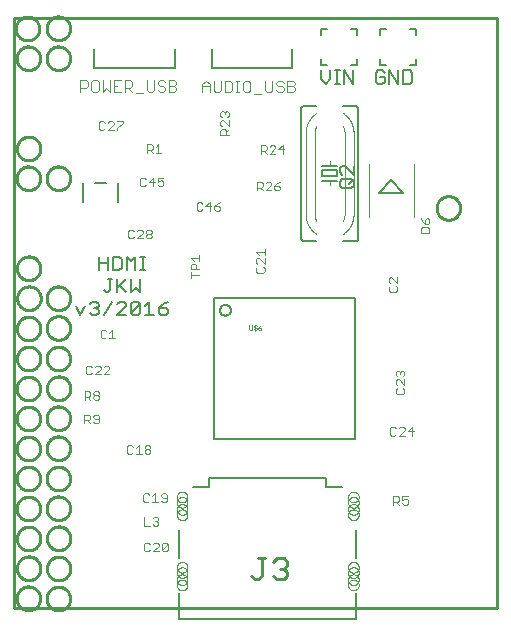
<source format=gto>
G75*
%MOIN*%
%OFA0B0*%
%FSLAX25Y25*%
%IPPOS*%
%LPD*%
%AMOC8*
5,1,8,0,0,1.08239X$1,22.5*
%
%ADD10C,0.01000*%
%ADD11C,0.00600*%
%ADD12C,0.00500*%
%ADD13C,0.00800*%
%ADD14C,0.00300*%
%ADD15C,0.00400*%
%ADD16C,0.00100*%
%ADD17C,0.00787*%
%ADD18C,0.00000*%
%ADD19C,0.00200*%
D10*
X0019033Y0019923D02*
X0019033Y0216673D01*
X0180033Y0216673D01*
X0180033Y0019923D01*
X0019033Y0019923D01*
X0019996Y0023223D02*
X0019998Y0023348D01*
X0020004Y0023473D01*
X0020014Y0023597D01*
X0020028Y0023721D01*
X0020045Y0023845D01*
X0020067Y0023968D01*
X0020093Y0024090D01*
X0020122Y0024212D01*
X0020155Y0024332D01*
X0020193Y0024451D01*
X0020233Y0024570D01*
X0020278Y0024686D01*
X0020326Y0024801D01*
X0020378Y0024915D01*
X0020434Y0025027D01*
X0020493Y0025137D01*
X0020555Y0025245D01*
X0020621Y0025352D01*
X0020690Y0025456D01*
X0020763Y0025557D01*
X0020838Y0025657D01*
X0020917Y0025754D01*
X0020999Y0025848D01*
X0021084Y0025940D01*
X0021171Y0026029D01*
X0021262Y0026115D01*
X0021355Y0026198D01*
X0021451Y0026279D01*
X0021549Y0026356D01*
X0021649Y0026430D01*
X0021752Y0026501D01*
X0021857Y0026568D01*
X0021965Y0026633D01*
X0022074Y0026693D01*
X0022185Y0026751D01*
X0022298Y0026804D01*
X0022412Y0026854D01*
X0022528Y0026901D01*
X0022645Y0026943D01*
X0022764Y0026982D01*
X0022884Y0027018D01*
X0023005Y0027049D01*
X0023127Y0027077D01*
X0023249Y0027100D01*
X0023373Y0027120D01*
X0023497Y0027136D01*
X0023621Y0027148D01*
X0023746Y0027156D01*
X0023871Y0027160D01*
X0023995Y0027160D01*
X0024120Y0027156D01*
X0024245Y0027148D01*
X0024369Y0027136D01*
X0024493Y0027120D01*
X0024617Y0027100D01*
X0024739Y0027077D01*
X0024861Y0027049D01*
X0024982Y0027018D01*
X0025102Y0026982D01*
X0025221Y0026943D01*
X0025338Y0026901D01*
X0025454Y0026854D01*
X0025568Y0026804D01*
X0025681Y0026751D01*
X0025792Y0026693D01*
X0025902Y0026633D01*
X0026009Y0026568D01*
X0026114Y0026501D01*
X0026217Y0026430D01*
X0026317Y0026356D01*
X0026415Y0026279D01*
X0026511Y0026198D01*
X0026604Y0026115D01*
X0026695Y0026029D01*
X0026782Y0025940D01*
X0026867Y0025848D01*
X0026949Y0025754D01*
X0027028Y0025657D01*
X0027103Y0025557D01*
X0027176Y0025456D01*
X0027245Y0025352D01*
X0027311Y0025245D01*
X0027373Y0025137D01*
X0027432Y0025027D01*
X0027488Y0024915D01*
X0027540Y0024801D01*
X0027588Y0024686D01*
X0027633Y0024570D01*
X0027673Y0024451D01*
X0027711Y0024332D01*
X0027744Y0024212D01*
X0027773Y0024090D01*
X0027799Y0023968D01*
X0027821Y0023845D01*
X0027838Y0023721D01*
X0027852Y0023597D01*
X0027862Y0023473D01*
X0027868Y0023348D01*
X0027870Y0023223D01*
X0027868Y0023098D01*
X0027862Y0022973D01*
X0027852Y0022849D01*
X0027838Y0022725D01*
X0027821Y0022601D01*
X0027799Y0022478D01*
X0027773Y0022356D01*
X0027744Y0022234D01*
X0027711Y0022114D01*
X0027673Y0021995D01*
X0027633Y0021876D01*
X0027588Y0021760D01*
X0027540Y0021645D01*
X0027488Y0021531D01*
X0027432Y0021419D01*
X0027373Y0021309D01*
X0027311Y0021201D01*
X0027245Y0021094D01*
X0027176Y0020990D01*
X0027103Y0020889D01*
X0027028Y0020789D01*
X0026949Y0020692D01*
X0026867Y0020598D01*
X0026782Y0020506D01*
X0026695Y0020417D01*
X0026604Y0020331D01*
X0026511Y0020248D01*
X0026415Y0020167D01*
X0026317Y0020090D01*
X0026217Y0020016D01*
X0026114Y0019945D01*
X0026009Y0019878D01*
X0025901Y0019813D01*
X0025792Y0019753D01*
X0025681Y0019695D01*
X0025568Y0019642D01*
X0025454Y0019592D01*
X0025338Y0019545D01*
X0025221Y0019503D01*
X0025102Y0019464D01*
X0024982Y0019428D01*
X0024861Y0019397D01*
X0024739Y0019369D01*
X0024617Y0019346D01*
X0024493Y0019326D01*
X0024369Y0019310D01*
X0024245Y0019298D01*
X0024120Y0019290D01*
X0023995Y0019286D01*
X0023871Y0019286D01*
X0023746Y0019290D01*
X0023621Y0019298D01*
X0023497Y0019310D01*
X0023373Y0019326D01*
X0023249Y0019346D01*
X0023127Y0019369D01*
X0023005Y0019397D01*
X0022884Y0019428D01*
X0022764Y0019464D01*
X0022645Y0019503D01*
X0022528Y0019545D01*
X0022412Y0019592D01*
X0022298Y0019642D01*
X0022185Y0019695D01*
X0022074Y0019753D01*
X0021964Y0019813D01*
X0021857Y0019878D01*
X0021752Y0019945D01*
X0021649Y0020016D01*
X0021549Y0020090D01*
X0021451Y0020167D01*
X0021355Y0020248D01*
X0021262Y0020331D01*
X0021171Y0020417D01*
X0021084Y0020506D01*
X0020999Y0020598D01*
X0020917Y0020692D01*
X0020838Y0020789D01*
X0020763Y0020889D01*
X0020690Y0020990D01*
X0020621Y0021094D01*
X0020555Y0021201D01*
X0020493Y0021309D01*
X0020434Y0021419D01*
X0020378Y0021531D01*
X0020326Y0021645D01*
X0020278Y0021760D01*
X0020233Y0021876D01*
X0020193Y0021995D01*
X0020155Y0022114D01*
X0020122Y0022234D01*
X0020093Y0022356D01*
X0020067Y0022478D01*
X0020045Y0022601D01*
X0020028Y0022725D01*
X0020014Y0022849D01*
X0020004Y0022973D01*
X0019998Y0023098D01*
X0019996Y0023223D01*
X0020096Y0033223D02*
X0020098Y0033348D01*
X0020104Y0033473D01*
X0020114Y0033597D01*
X0020128Y0033721D01*
X0020145Y0033845D01*
X0020167Y0033968D01*
X0020193Y0034090D01*
X0020222Y0034212D01*
X0020255Y0034332D01*
X0020293Y0034451D01*
X0020333Y0034570D01*
X0020378Y0034686D01*
X0020426Y0034801D01*
X0020478Y0034915D01*
X0020534Y0035027D01*
X0020593Y0035137D01*
X0020655Y0035245D01*
X0020721Y0035352D01*
X0020790Y0035456D01*
X0020863Y0035557D01*
X0020938Y0035657D01*
X0021017Y0035754D01*
X0021099Y0035848D01*
X0021184Y0035940D01*
X0021271Y0036029D01*
X0021362Y0036115D01*
X0021455Y0036198D01*
X0021551Y0036279D01*
X0021649Y0036356D01*
X0021749Y0036430D01*
X0021852Y0036501D01*
X0021957Y0036568D01*
X0022065Y0036633D01*
X0022174Y0036693D01*
X0022285Y0036751D01*
X0022398Y0036804D01*
X0022512Y0036854D01*
X0022628Y0036901D01*
X0022745Y0036943D01*
X0022864Y0036982D01*
X0022984Y0037018D01*
X0023105Y0037049D01*
X0023227Y0037077D01*
X0023349Y0037100D01*
X0023473Y0037120D01*
X0023597Y0037136D01*
X0023721Y0037148D01*
X0023846Y0037156D01*
X0023971Y0037160D01*
X0024095Y0037160D01*
X0024220Y0037156D01*
X0024345Y0037148D01*
X0024469Y0037136D01*
X0024593Y0037120D01*
X0024717Y0037100D01*
X0024839Y0037077D01*
X0024961Y0037049D01*
X0025082Y0037018D01*
X0025202Y0036982D01*
X0025321Y0036943D01*
X0025438Y0036901D01*
X0025554Y0036854D01*
X0025668Y0036804D01*
X0025781Y0036751D01*
X0025892Y0036693D01*
X0026002Y0036633D01*
X0026109Y0036568D01*
X0026214Y0036501D01*
X0026317Y0036430D01*
X0026417Y0036356D01*
X0026515Y0036279D01*
X0026611Y0036198D01*
X0026704Y0036115D01*
X0026795Y0036029D01*
X0026882Y0035940D01*
X0026967Y0035848D01*
X0027049Y0035754D01*
X0027128Y0035657D01*
X0027203Y0035557D01*
X0027276Y0035456D01*
X0027345Y0035352D01*
X0027411Y0035245D01*
X0027473Y0035137D01*
X0027532Y0035027D01*
X0027588Y0034915D01*
X0027640Y0034801D01*
X0027688Y0034686D01*
X0027733Y0034570D01*
X0027773Y0034451D01*
X0027811Y0034332D01*
X0027844Y0034212D01*
X0027873Y0034090D01*
X0027899Y0033968D01*
X0027921Y0033845D01*
X0027938Y0033721D01*
X0027952Y0033597D01*
X0027962Y0033473D01*
X0027968Y0033348D01*
X0027970Y0033223D01*
X0027968Y0033098D01*
X0027962Y0032973D01*
X0027952Y0032849D01*
X0027938Y0032725D01*
X0027921Y0032601D01*
X0027899Y0032478D01*
X0027873Y0032356D01*
X0027844Y0032234D01*
X0027811Y0032114D01*
X0027773Y0031995D01*
X0027733Y0031876D01*
X0027688Y0031760D01*
X0027640Y0031645D01*
X0027588Y0031531D01*
X0027532Y0031419D01*
X0027473Y0031309D01*
X0027411Y0031201D01*
X0027345Y0031094D01*
X0027276Y0030990D01*
X0027203Y0030889D01*
X0027128Y0030789D01*
X0027049Y0030692D01*
X0026967Y0030598D01*
X0026882Y0030506D01*
X0026795Y0030417D01*
X0026704Y0030331D01*
X0026611Y0030248D01*
X0026515Y0030167D01*
X0026417Y0030090D01*
X0026317Y0030016D01*
X0026214Y0029945D01*
X0026109Y0029878D01*
X0026001Y0029813D01*
X0025892Y0029753D01*
X0025781Y0029695D01*
X0025668Y0029642D01*
X0025554Y0029592D01*
X0025438Y0029545D01*
X0025321Y0029503D01*
X0025202Y0029464D01*
X0025082Y0029428D01*
X0024961Y0029397D01*
X0024839Y0029369D01*
X0024717Y0029346D01*
X0024593Y0029326D01*
X0024469Y0029310D01*
X0024345Y0029298D01*
X0024220Y0029290D01*
X0024095Y0029286D01*
X0023971Y0029286D01*
X0023846Y0029290D01*
X0023721Y0029298D01*
X0023597Y0029310D01*
X0023473Y0029326D01*
X0023349Y0029346D01*
X0023227Y0029369D01*
X0023105Y0029397D01*
X0022984Y0029428D01*
X0022864Y0029464D01*
X0022745Y0029503D01*
X0022628Y0029545D01*
X0022512Y0029592D01*
X0022398Y0029642D01*
X0022285Y0029695D01*
X0022174Y0029753D01*
X0022064Y0029813D01*
X0021957Y0029878D01*
X0021852Y0029945D01*
X0021749Y0030016D01*
X0021649Y0030090D01*
X0021551Y0030167D01*
X0021455Y0030248D01*
X0021362Y0030331D01*
X0021271Y0030417D01*
X0021184Y0030506D01*
X0021099Y0030598D01*
X0021017Y0030692D01*
X0020938Y0030789D01*
X0020863Y0030889D01*
X0020790Y0030990D01*
X0020721Y0031094D01*
X0020655Y0031201D01*
X0020593Y0031309D01*
X0020534Y0031419D01*
X0020478Y0031531D01*
X0020426Y0031645D01*
X0020378Y0031760D01*
X0020333Y0031876D01*
X0020293Y0031995D01*
X0020255Y0032114D01*
X0020222Y0032234D01*
X0020193Y0032356D01*
X0020167Y0032478D01*
X0020145Y0032601D01*
X0020128Y0032725D01*
X0020114Y0032849D01*
X0020104Y0032973D01*
X0020098Y0033098D01*
X0020096Y0033223D01*
X0020096Y0043123D02*
X0020098Y0043248D01*
X0020104Y0043373D01*
X0020114Y0043497D01*
X0020128Y0043621D01*
X0020145Y0043745D01*
X0020167Y0043868D01*
X0020193Y0043990D01*
X0020222Y0044112D01*
X0020255Y0044232D01*
X0020293Y0044351D01*
X0020333Y0044470D01*
X0020378Y0044586D01*
X0020426Y0044701D01*
X0020478Y0044815D01*
X0020534Y0044927D01*
X0020593Y0045037D01*
X0020655Y0045145D01*
X0020721Y0045252D01*
X0020790Y0045356D01*
X0020863Y0045457D01*
X0020938Y0045557D01*
X0021017Y0045654D01*
X0021099Y0045748D01*
X0021184Y0045840D01*
X0021271Y0045929D01*
X0021362Y0046015D01*
X0021455Y0046098D01*
X0021551Y0046179D01*
X0021649Y0046256D01*
X0021749Y0046330D01*
X0021852Y0046401D01*
X0021957Y0046468D01*
X0022065Y0046533D01*
X0022174Y0046593D01*
X0022285Y0046651D01*
X0022398Y0046704D01*
X0022512Y0046754D01*
X0022628Y0046801D01*
X0022745Y0046843D01*
X0022864Y0046882D01*
X0022984Y0046918D01*
X0023105Y0046949D01*
X0023227Y0046977D01*
X0023349Y0047000D01*
X0023473Y0047020D01*
X0023597Y0047036D01*
X0023721Y0047048D01*
X0023846Y0047056D01*
X0023971Y0047060D01*
X0024095Y0047060D01*
X0024220Y0047056D01*
X0024345Y0047048D01*
X0024469Y0047036D01*
X0024593Y0047020D01*
X0024717Y0047000D01*
X0024839Y0046977D01*
X0024961Y0046949D01*
X0025082Y0046918D01*
X0025202Y0046882D01*
X0025321Y0046843D01*
X0025438Y0046801D01*
X0025554Y0046754D01*
X0025668Y0046704D01*
X0025781Y0046651D01*
X0025892Y0046593D01*
X0026002Y0046533D01*
X0026109Y0046468D01*
X0026214Y0046401D01*
X0026317Y0046330D01*
X0026417Y0046256D01*
X0026515Y0046179D01*
X0026611Y0046098D01*
X0026704Y0046015D01*
X0026795Y0045929D01*
X0026882Y0045840D01*
X0026967Y0045748D01*
X0027049Y0045654D01*
X0027128Y0045557D01*
X0027203Y0045457D01*
X0027276Y0045356D01*
X0027345Y0045252D01*
X0027411Y0045145D01*
X0027473Y0045037D01*
X0027532Y0044927D01*
X0027588Y0044815D01*
X0027640Y0044701D01*
X0027688Y0044586D01*
X0027733Y0044470D01*
X0027773Y0044351D01*
X0027811Y0044232D01*
X0027844Y0044112D01*
X0027873Y0043990D01*
X0027899Y0043868D01*
X0027921Y0043745D01*
X0027938Y0043621D01*
X0027952Y0043497D01*
X0027962Y0043373D01*
X0027968Y0043248D01*
X0027970Y0043123D01*
X0027968Y0042998D01*
X0027962Y0042873D01*
X0027952Y0042749D01*
X0027938Y0042625D01*
X0027921Y0042501D01*
X0027899Y0042378D01*
X0027873Y0042256D01*
X0027844Y0042134D01*
X0027811Y0042014D01*
X0027773Y0041895D01*
X0027733Y0041776D01*
X0027688Y0041660D01*
X0027640Y0041545D01*
X0027588Y0041431D01*
X0027532Y0041319D01*
X0027473Y0041209D01*
X0027411Y0041101D01*
X0027345Y0040994D01*
X0027276Y0040890D01*
X0027203Y0040789D01*
X0027128Y0040689D01*
X0027049Y0040592D01*
X0026967Y0040498D01*
X0026882Y0040406D01*
X0026795Y0040317D01*
X0026704Y0040231D01*
X0026611Y0040148D01*
X0026515Y0040067D01*
X0026417Y0039990D01*
X0026317Y0039916D01*
X0026214Y0039845D01*
X0026109Y0039778D01*
X0026001Y0039713D01*
X0025892Y0039653D01*
X0025781Y0039595D01*
X0025668Y0039542D01*
X0025554Y0039492D01*
X0025438Y0039445D01*
X0025321Y0039403D01*
X0025202Y0039364D01*
X0025082Y0039328D01*
X0024961Y0039297D01*
X0024839Y0039269D01*
X0024717Y0039246D01*
X0024593Y0039226D01*
X0024469Y0039210D01*
X0024345Y0039198D01*
X0024220Y0039190D01*
X0024095Y0039186D01*
X0023971Y0039186D01*
X0023846Y0039190D01*
X0023721Y0039198D01*
X0023597Y0039210D01*
X0023473Y0039226D01*
X0023349Y0039246D01*
X0023227Y0039269D01*
X0023105Y0039297D01*
X0022984Y0039328D01*
X0022864Y0039364D01*
X0022745Y0039403D01*
X0022628Y0039445D01*
X0022512Y0039492D01*
X0022398Y0039542D01*
X0022285Y0039595D01*
X0022174Y0039653D01*
X0022064Y0039713D01*
X0021957Y0039778D01*
X0021852Y0039845D01*
X0021749Y0039916D01*
X0021649Y0039990D01*
X0021551Y0040067D01*
X0021455Y0040148D01*
X0021362Y0040231D01*
X0021271Y0040317D01*
X0021184Y0040406D01*
X0021099Y0040498D01*
X0021017Y0040592D01*
X0020938Y0040689D01*
X0020863Y0040789D01*
X0020790Y0040890D01*
X0020721Y0040994D01*
X0020655Y0041101D01*
X0020593Y0041209D01*
X0020534Y0041319D01*
X0020478Y0041431D01*
X0020426Y0041545D01*
X0020378Y0041660D01*
X0020333Y0041776D01*
X0020293Y0041895D01*
X0020255Y0042014D01*
X0020222Y0042134D01*
X0020193Y0042256D01*
X0020167Y0042378D01*
X0020145Y0042501D01*
X0020128Y0042625D01*
X0020114Y0042749D01*
X0020104Y0042873D01*
X0020098Y0042998D01*
X0020096Y0043123D01*
X0019996Y0053123D02*
X0019998Y0053248D01*
X0020004Y0053373D01*
X0020014Y0053497D01*
X0020028Y0053621D01*
X0020045Y0053745D01*
X0020067Y0053868D01*
X0020093Y0053990D01*
X0020122Y0054112D01*
X0020155Y0054232D01*
X0020193Y0054351D01*
X0020233Y0054470D01*
X0020278Y0054586D01*
X0020326Y0054701D01*
X0020378Y0054815D01*
X0020434Y0054927D01*
X0020493Y0055037D01*
X0020555Y0055145D01*
X0020621Y0055252D01*
X0020690Y0055356D01*
X0020763Y0055457D01*
X0020838Y0055557D01*
X0020917Y0055654D01*
X0020999Y0055748D01*
X0021084Y0055840D01*
X0021171Y0055929D01*
X0021262Y0056015D01*
X0021355Y0056098D01*
X0021451Y0056179D01*
X0021549Y0056256D01*
X0021649Y0056330D01*
X0021752Y0056401D01*
X0021857Y0056468D01*
X0021965Y0056533D01*
X0022074Y0056593D01*
X0022185Y0056651D01*
X0022298Y0056704D01*
X0022412Y0056754D01*
X0022528Y0056801D01*
X0022645Y0056843D01*
X0022764Y0056882D01*
X0022884Y0056918D01*
X0023005Y0056949D01*
X0023127Y0056977D01*
X0023249Y0057000D01*
X0023373Y0057020D01*
X0023497Y0057036D01*
X0023621Y0057048D01*
X0023746Y0057056D01*
X0023871Y0057060D01*
X0023995Y0057060D01*
X0024120Y0057056D01*
X0024245Y0057048D01*
X0024369Y0057036D01*
X0024493Y0057020D01*
X0024617Y0057000D01*
X0024739Y0056977D01*
X0024861Y0056949D01*
X0024982Y0056918D01*
X0025102Y0056882D01*
X0025221Y0056843D01*
X0025338Y0056801D01*
X0025454Y0056754D01*
X0025568Y0056704D01*
X0025681Y0056651D01*
X0025792Y0056593D01*
X0025902Y0056533D01*
X0026009Y0056468D01*
X0026114Y0056401D01*
X0026217Y0056330D01*
X0026317Y0056256D01*
X0026415Y0056179D01*
X0026511Y0056098D01*
X0026604Y0056015D01*
X0026695Y0055929D01*
X0026782Y0055840D01*
X0026867Y0055748D01*
X0026949Y0055654D01*
X0027028Y0055557D01*
X0027103Y0055457D01*
X0027176Y0055356D01*
X0027245Y0055252D01*
X0027311Y0055145D01*
X0027373Y0055037D01*
X0027432Y0054927D01*
X0027488Y0054815D01*
X0027540Y0054701D01*
X0027588Y0054586D01*
X0027633Y0054470D01*
X0027673Y0054351D01*
X0027711Y0054232D01*
X0027744Y0054112D01*
X0027773Y0053990D01*
X0027799Y0053868D01*
X0027821Y0053745D01*
X0027838Y0053621D01*
X0027852Y0053497D01*
X0027862Y0053373D01*
X0027868Y0053248D01*
X0027870Y0053123D01*
X0027868Y0052998D01*
X0027862Y0052873D01*
X0027852Y0052749D01*
X0027838Y0052625D01*
X0027821Y0052501D01*
X0027799Y0052378D01*
X0027773Y0052256D01*
X0027744Y0052134D01*
X0027711Y0052014D01*
X0027673Y0051895D01*
X0027633Y0051776D01*
X0027588Y0051660D01*
X0027540Y0051545D01*
X0027488Y0051431D01*
X0027432Y0051319D01*
X0027373Y0051209D01*
X0027311Y0051101D01*
X0027245Y0050994D01*
X0027176Y0050890D01*
X0027103Y0050789D01*
X0027028Y0050689D01*
X0026949Y0050592D01*
X0026867Y0050498D01*
X0026782Y0050406D01*
X0026695Y0050317D01*
X0026604Y0050231D01*
X0026511Y0050148D01*
X0026415Y0050067D01*
X0026317Y0049990D01*
X0026217Y0049916D01*
X0026114Y0049845D01*
X0026009Y0049778D01*
X0025901Y0049713D01*
X0025792Y0049653D01*
X0025681Y0049595D01*
X0025568Y0049542D01*
X0025454Y0049492D01*
X0025338Y0049445D01*
X0025221Y0049403D01*
X0025102Y0049364D01*
X0024982Y0049328D01*
X0024861Y0049297D01*
X0024739Y0049269D01*
X0024617Y0049246D01*
X0024493Y0049226D01*
X0024369Y0049210D01*
X0024245Y0049198D01*
X0024120Y0049190D01*
X0023995Y0049186D01*
X0023871Y0049186D01*
X0023746Y0049190D01*
X0023621Y0049198D01*
X0023497Y0049210D01*
X0023373Y0049226D01*
X0023249Y0049246D01*
X0023127Y0049269D01*
X0023005Y0049297D01*
X0022884Y0049328D01*
X0022764Y0049364D01*
X0022645Y0049403D01*
X0022528Y0049445D01*
X0022412Y0049492D01*
X0022298Y0049542D01*
X0022185Y0049595D01*
X0022074Y0049653D01*
X0021964Y0049713D01*
X0021857Y0049778D01*
X0021752Y0049845D01*
X0021649Y0049916D01*
X0021549Y0049990D01*
X0021451Y0050067D01*
X0021355Y0050148D01*
X0021262Y0050231D01*
X0021171Y0050317D01*
X0021084Y0050406D01*
X0020999Y0050498D01*
X0020917Y0050592D01*
X0020838Y0050689D01*
X0020763Y0050789D01*
X0020690Y0050890D01*
X0020621Y0050994D01*
X0020555Y0051101D01*
X0020493Y0051209D01*
X0020434Y0051319D01*
X0020378Y0051431D01*
X0020326Y0051545D01*
X0020278Y0051660D01*
X0020233Y0051776D01*
X0020193Y0051895D01*
X0020155Y0052014D01*
X0020122Y0052134D01*
X0020093Y0052256D01*
X0020067Y0052378D01*
X0020045Y0052501D01*
X0020028Y0052625D01*
X0020014Y0052749D01*
X0020004Y0052873D01*
X0019998Y0052998D01*
X0019996Y0053123D01*
X0019996Y0063123D02*
X0019998Y0063248D01*
X0020004Y0063373D01*
X0020014Y0063497D01*
X0020028Y0063621D01*
X0020045Y0063745D01*
X0020067Y0063868D01*
X0020093Y0063990D01*
X0020122Y0064112D01*
X0020155Y0064232D01*
X0020193Y0064351D01*
X0020233Y0064470D01*
X0020278Y0064586D01*
X0020326Y0064701D01*
X0020378Y0064815D01*
X0020434Y0064927D01*
X0020493Y0065037D01*
X0020555Y0065145D01*
X0020621Y0065252D01*
X0020690Y0065356D01*
X0020763Y0065457D01*
X0020838Y0065557D01*
X0020917Y0065654D01*
X0020999Y0065748D01*
X0021084Y0065840D01*
X0021171Y0065929D01*
X0021262Y0066015D01*
X0021355Y0066098D01*
X0021451Y0066179D01*
X0021549Y0066256D01*
X0021649Y0066330D01*
X0021752Y0066401D01*
X0021857Y0066468D01*
X0021965Y0066533D01*
X0022074Y0066593D01*
X0022185Y0066651D01*
X0022298Y0066704D01*
X0022412Y0066754D01*
X0022528Y0066801D01*
X0022645Y0066843D01*
X0022764Y0066882D01*
X0022884Y0066918D01*
X0023005Y0066949D01*
X0023127Y0066977D01*
X0023249Y0067000D01*
X0023373Y0067020D01*
X0023497Y0067036D01*
X0023621Y0067048D01*
X0023746Y0067056D01*
X0023871Y0067060D01*
X0023995Y0067060D01*
X0024120Y0067056D01*
X0024245Y0067048D01*
X0024369Y0067036D01*
X0024493Y0067020D01*
X0024617Y0067000D01*
X0024739Y0066977D01*
X0024861Y0066949D01*
X0024982Y0066918D01*
X0025102Y0066882D01*
X0025221Y0066843D01*
X0025338Y0066801D01*
X0025454Y0066754D01*
X0025568Y0066704D01*
X0025681Y0066651D01*
X0025792Y0066593D01*
X0025902Y0066533D01*
X0026009Y0066468D01*
X0026114Y0066401D01*
X0026217Y0066330D01*
X0026317Y0066256D01*
X0026415Y0066179D01*
X0026511Y0066098D01*
X0026604Y0066015D01*
X0026695Y0065929D01*
X0026782Y0065840D01*
X0026867Y0065748D01*
X0026949Y0065654D01*
X0027028Y0065557D01*
X0027103Y0065457D01*
X0027176Y0065356D01*
X0027245Y0065252D01*
X0027311Y0065145D01*
X0027373Y0065037D01*
X0027432Y0064927D01*
X0027488Y0064815D01*
X0027540Y0064701D01*
X0027588Y0064586D01*
X0027633Y0064470D01*
X0027673Y0064351D01*
X0027711Y0064232D01*
X0027744Y0064112D01*
X0027773Y0063990D01*
X0027799Y0063868D01*
X0027821Y0063745D01*
X0027838Y0063621D01*
X0027852Y0063497D01*
X0027862Y0063373D01*
X0027868Y0063248D01*
X0027870Y0063123D01*
X0027868Y0062998D01*
X0027862Y0062873D01*
X0027852Y0062749D01*
X0027838Y0062625D01*
X0027821Y0062501D01*
X0027799Y0062378D01*
X0027773Y0062256D01*
X0027744Y0062134D01*
X0027711Y0062014D01*
X0027673Y0061895D01*
X0027633Y0061776D01*
X0027588Y0061660D01*
X0027540Y0061545D01*
X0027488Y0061431D01*
X0027432Y0061319D01*
X0027373Y0061209D01*
X0027311Y0061101D01*
X0027245Y0060994D01*
X0027176Y0060890D01*
X0027103Y0060789D01*
X0027028Y0060689D01*
X0026949Y0060592D01*
X0026867Y0060498D01*
X0026782Y0060406D01*
X0026695Y0060317D01*
X0026604Y0060231D01*
X0026511Y0060148D01*
X0026415Y0060067D01*
X0026317Y0059990D01*
X0026217Y0059916D01*
X0026114Y0059845D01*
X0026009Y0059778D01*
X0025901Y0059713D01*
X0025792Y0059653D01*
X0025681Y0059595D01*
X0025568Y0059542D01*
X0025454Y0059492D01*
X0025338Y0059445D01*
X0025221Y0059403D01*
X0025102Y0059364D01*
X0024982Y0059328D01*
X0024861Y0059297D01*
X0024739Y0059269D01*
X0024617Y0059246D01*
X0024493Y0059226D01*
X0024369Y0059210D01*
X0024245Y0059198D01*
X0024120Y0059190D01*
X0023995Y0059186D01*
X0023871Y0059186D01*
X0023746Y0059190D01*
X0023621Y0059198D01*
X0023497Y0059210D01*
X0023373Y0059226D01*
X0023249Y0059246D01*
X0023127Y0059269D01*
X0023005Y0059297D01*
X0022884Y0059328D01*
X0022764Y0059364D01*
X0022645Y0059403D01*
X0022528Y0059445D01*
X0022412Y0059492D01*
X0022298Y0059542D01*
X0022185Y0059595D01*
X0022074Y0059653D01*
X0021964Y0059713D01*
X0021857Y0059778D01*
X0021752Y0059845D01*
X0021649Y0059916D01*
X0021549Y0059990D01*
X0021451Y0060067D01*
X0021355Y0060148D01*
X0021262Y0060231D01*
X0021171Y0060317D01*
X0021084Y0060406D01*
X0020999Y0060498D01*
X0020917Y0060592D01*
X0020838Y0060689D01*
X0020763Y0060789D01*
X0020690Y0060890D01*
X0020621Y0060994D01*
X0020555Y0061101D01*
X0020493Y0061209D01*
X0020434Y0061319D01*
X0020378Y0061431D01*
X0020326Y0061545D01*
X0020278Y0061660D01*
X0020233Y0061776D01*
X0020193Y0061895D01*
X0020155Y0062014D01*
X0020122Y0062134D01*
X0020093Y0062256D01*
X0020067Y0062378D01*
X0020045Y0062501D01*
X0020028Y0062625D01*
X0020014Y0062749D01*
X0020004Y0062873D01*
X0019998Y0062998D01*
X0019996Y0063123D01*
X0019996Y0073123D02*
X0019998Y0073248D01*
X0020004Y0073373D01*
X0020014Y0073497D01*
X0020028Y0073621D01*
X0020045Y0073745D01*
X0020067Y0073868D01*
X0020093Y0073990D01*
X0020122Y0074112D01*
X0020155Y0074232D01*
X0020193Y0074351D01*
X0020233Y0074470D01*
X0020278Y0074586D01*
X0020326Y0074701D01*
X0020378Y0074815D01*
X0020434Y0074927D01*
X0020493Y0075037D01*
X0020555Y0075145D01*
X0020621Y0075252D01*
X0020690Y0075356D01*
X0020763Y0075457D01*
X0020838Y0075557D01*
X0020917Y0075654D01*
X0020999Y0075748D01*
X0021084Y0075840D01*
X0021171Y0075929D01*
X0021262Y0076015D01*
X0021355Y0076098D01*
X0021451Y0076179D01*
X0021549Y0076256D01*
X0021649Y0076330D01*
X0021752Y0076401D01*
X0021857Y0076468D01*
X0021965Y0076533D01*
X0022074Y0076593D01*
X0022185Y0076651D01*
X0022298Y0076704D01*
X0022412Y0076754D01*
X0022528Y0076801D01*
X0022645Y0076843D01*
X0022764Y0076882D01*
X0022884Y0076918D01*
X0023005Y0076949D01*
X0023127Y0076977D01*
X0023249Y0077000D01*
X0023373Y0077020D01*
X0023497Y0077036D01*
X0023621Y0077048D01*
X0023746Y0077056D01*
X0023871Y0077060D01*
X0023995Y0077060D01*
X0024120Y0077056D01*
X0024245Y0077048D01*
X0024369Y0077036D01*
X0024493Y0077020D01*
X0024617Y0077000D01*
X0024739Y0076977D01*
X0024861Y0076949D01*
X0024982Y0076918D01*
X0025102Y0076882D01*
X0025221Y0076843D01*
X0025338Y0076801D01*
X0025454Y0076754D01*
X0025568Y0076704D01*
X0025681Y0076651D01*
X0025792Y0076593D01*
X0025902Y0076533D01*
X0026009Y0076468D01*
X0026114Y0076401D01*
X0026217Y0076330D01*
X0026317Y0076256D01*
X0026415Y0076179D01*
X0026511Y0076098D01*
X0026604Y0076015D01*
X0026695Y0075929D01*
X0026782Y0075840D01*
X0026867Y0075748D01*
X0026949Y0075654D01*
X0027028Y0075557D01*
X0027103Y0075457D01*
X0027176Y0075356D01*
X0027245Y0075252D01*
X0027311Y0075145D01*
X0027373Y0075037D01*
X0027432Y0074927D01*
X0027488Y0074815D01*
X0027540Y0074701D01*
X0027588Y0074586D01*
X0027633Y0074470D01*
X0027673Y0074351D01*
X0027711Y0074232D01*
X0027744Y0074112D01*
X0027773Y0073990D01*
X0027799Y0073868D01*
X0027821Y0073745D01*
X0027838Y0073621D01*
X0027852Y0073497D01*
X0027862Y0073373D01*
X0027868Y0073248D01*
X0027870Y0073123D01*
X0027868Y0072998D01*
X0027862Y0072873D01*
X0027852Y0072749D01*
X0027838Y0072625D01*
X0027821Y0072501D01*
X0027799Y0072378D01*
X0027773Y0072256D01*
X0027744Y0072134D01*
X0027711Y0072014D01*
X0027673Y0071895D01*
X0027633Y0071776D01*
X0027588Y0071660D01*
X0027540Y0071545D01*
X0027488Y0071431D01*
X0027432Y0071319D01*
X0027373Y0071209D01*
X0027311Y0071101D01*
X0027245Y0070994D01*
X0027176Y0070890D01*
X0027103Y0070789D01*
X0027028Y0070689D01*
X0026949Y0070592D01*
X0026867Y0070498D01*
X0026782Y0070406D01*
X0026695Y0070317D01*
X0026604Y0070231D01*
X0026511Y0070148D01*
X0026415Y0070067D01*
X0026317Y0069990D01*
X0026217Y0069916D01*
X0026114Y0069845D01*
X0026009Y0069778D01*
X0025901Y0069713D01*
X0025792Y0069653D01*
X0025681Y0069595D01*
X0025568Y0069542D01*
X0025454Y0069492D01*
X0025338Y0069445D01*
X0025221Y0069403D01*
X0025102Y0069364D01*
X0024982Y0069328D01*
X0024861Y0069297D01*
X0024739Y0069269D01*
X0024617Y0069246D01*
X0024493Y0069226D01*
X0024369Y0069210D01*
X0024245Y0069198D01*
X0024120Y0069190D01*
X0023995Y0069186D01*
X0023871Y0069186D01*
X0023746Y0069190D01*
X0023621Y0069198D01*
X0023497Y0069210D01*
X0023373Y0069226D01*
X0023249Y0069246D01*
X0023127Y0069269D01*
X0023005Y0069297D01*
X0022884Y0069328D01*
X0022764Y0069364D01*
X0022645Y0069403D01*
X0022528Y0069445D01*
X0022412Y0069492D01*
X0022298Y0069542D01*
X0022185Y0069595D01*
X0022074Y0069653D01*
X0021964Y0069713D01*
X0021857Y0069778D01*
X0021752Y0069845D01*
X0021649Y0069916D01*
X0021549Y0069990D01*
X0021451Y0070067D01*
X0021355Y0070148D01*
X0021262Y0070231D01*
X0021171Y0070317D01*
X0021084Y0070406D01*
X0020999Y0070498D01*
X0020917Y0070592D01*
X0020838Y0070689D01*
X0020763Y0070789D01*
X0020690Y0070890D01*
X0020621Y0070994D01*
X0020555Y0071101D01*
X0020493Y0071209D01*
X0020434Y0071319D01*
X0020378Y0071431D01*
X0020326Y0071545D01*
X0020278Y0071660D01*
X0020233Y0071776D01*
X0020193Y0071895D01*
X0020155Y0072014D01*
X0020122Y0072134D01*
X0020093Y0072256D01*
X0020067Y0072378D01*
X0020045Y0072501D01*
X0020028Y0072625D01*
X0020014Y0072749D01*
X0020004Y0072873D01*
X0019998Y0072998D01*
X0019996Y0073123D01*
X0019996Y0083123D02*
X0019998Y0083248D01*
X0020004Y0083373D01*
X0020014Y0083497D01*
X0020028Y0083621D01*
X0020045Y0083745D01*
X0020067Y0083868D01*
X0020093Y0083990D01*
X0020122Y0084112D01*
X0020155Y0084232D01*
X0020193Y0084351D01*
X0020233Y0084470D01*
X0020278Y0084586D01*
X0020326Y0084701D01*
X0020378Y0084815D01*
X0020434Y0084927D01*
X0020493Y0085037D01*
X0020555Y0085145D01*
X0020621Y0085252D01*
X0020690Y0085356D01*
X0020763Y0085457D01*
X0020838Y0085557D01*
X0020917Y0085654D01*
X0020999Y0085748D01*
X0021084Y0085840D01*
X0021171Y0085929D01*
X0021262Y0086015D01*
X0021355Y0086098D01*
X0021451Y0086179D01*
X0021549Y0086256D01*
X0021649Y0086330D01*
X0021752Y0086401D01*
X0021857Y0086468D01*
X0021965Y0086533D01*
X0022074Y0086593D01*
X0022185Y0086651D01*
X0022298Y0086704D01*
X0022412Y0086754D01*
X0022528Y0086801D01*
X0022645Y0086843D01*
X0022764Y0086882D01*
X0022884Y0086918D01*
X0023005Y0086949D01*
X0023127Y0086977D01*
X0023249Y0087000D01*
X0023373Y0087020D01*
X0023497Y0087036D01*
X0023621Y0087048D01*
X0023746Y0087056D01*
X0023871Y0087060D01*
X0023995Y0087060D01*
X0024120Y0087056D01*
X0024245Y0087048D01*
X0024369Y0087036D01*
X0024493Y0087020D01*
X0024617Y0087000D01*
X0024739Y0086977D01*
X0024861Y0086949D01*
X0024982Y0086918D01*
X0025102Y0086882D01*
X0025221Y0086843D01*
X0025338Y0086801D01*
X0025454Y0086754D01*
X0025568Y0086704D01*
X0025681Y0086651D01*
X0025792Y0086593D01*
X0025902Y0086533D01*
X0026009Y0086468D01*
X0026114Y0086401D01*
X0026217Y0086330D01*
X0026317Y0086256D01*
X0026415Y0086179D01*
X0026511Y0086098D01*
X0026604Y0086015D01*
X0026695Y0085929D01*
X0026782Y0085840D01*
X0026867Y0085748D01*
X0026949Y0085654D01*
X0027028Y0085557D01*
X0027103Y0085457D01*
X0027176Y0085356D01*
X0027245Y0085252D01*
X0027311Y0085145D01*
X0027373Y0085037D01*
X0027432Y0084927D01*
X0027488Y0084815D01*
X0027540Y0084701D01*
X0027588Y0084586D01*
X0027633Y0084470D01*
X0027673Y0084351D01*
X0027711Y0084232D01*
X0027744Y0084112D01*
X0027773Y0083990D01*
X0027799Y0083868D01*
X0027821Y0083745D01*
X0027838Y0083621D01*
X0027852Y0083497D01*
X0027862Y0083373D01*
X0027868Y0083248D01*
X0027870Y0083123D01*
X0027868Y0082998D01*
X0027862Y0082873D01*
X0027852Y0082749D01*
X0027838Y0082625D01*
X0027821Y0082501D01*
X0027799Y0082378D01*
X0027773Y0082256D01*
X0027744Y0082134D01*
X0027711Y0082014D01*
X0027673Y0081895D01*
X0027633Y0081776D01*
X0027588Y0081660D01*
X0027540Y0081545D01*
X0027488Y0081431D01*
X0027432Y0081319D01*
X0027373Y0081209D01*
X0027311Y0081101D01*
X0027245Y0080994D01*
X0027176Y0080890D01*
X0027103Y0080789D01*
X0027028Y0080689D01*
X0026949Y0080592D01*
X0026867Y0080498D01*
X0026782Y0080406D01*
X0026695Y0080317D01*
X0026604Y0080231D01*
X0026511Y0080148D01*
X0026415Y0080067D01*
X0026317Y0079990D01*
X0026217Y0079916D01*
X0026114Y0079845D01*
X0026009Y0079778D01*
X0025901Y0079713D01*
X0025792Y0079653D01*
X0025681Y0079595D01*
X0025568Y0079542D01*
X0025454Y0079492D01*
X0025338Y0079445D01*
X0025221Y0079403D01*
X0025102Y0079364D01*
X0024982Y0079328D01*
X0024861Y0079297D01*
X0024739Y0079269D01*
X0024617Y0079246D01*
X0024493Y0079226D01*
X0024369Y0079210D01*
X0024245Y0079198D01*
X0024120Y0079190D01*
X0023995Y0079186D01*
X0023871Y0079186D01*
X0023746Y0079190D01*
X0023621Y0079198D01*
X0023497Y0079210D01*
X0023373Y0079226D01*
X0023249Y0079246D01*
X0023127Y0079269D01*
X0023005Y0079297D01*
X0022884Y0079328D01*
X0022764Y0079364D01*
X0022645Y0079403D01*
X0022528Y0079445D01*
X0022412Y0079492D01*
X0022298Y0079542D01*
X0022185Y0079595D01*
X0022074Y0079653D01*
X0021964Y0079713D01*
X0021857Y0079778D01*
X0021752Y0079845D01*
X0021649Y0079916D01*
X0021549Y0079990D01*
X0021451Y0080067D01*
X0021355Y0080148D01*
X0021262Y0080231D01*
X0021171Y0080317D01*
X0021084Y0080406D01*
X0020999Y0080498D01*
X0020917Y0080592D01*
X0020838Y0080689D01*
X0020763Y0080789D01*
X0020690Y0080890D01*
X0020621Y0080994D01*
X0020555Y0081101D01*
X0020493Y0081209D01*
X0020434Y0081319D01*
X0020378Y0081431D01*
X0020326Y0081545D01*
X0020278Y0081660D01*
X0020233Y0081776D01*
X0020193Y0081895D01*
X0020155Y0082014D01*
X0020122Y0082134D01*
X0020093Y0082256D01*
X0020067Y0082378D01*
X0020045Y0082501D01*
X0020028Y0082625D01*
X0020014Y0082749D01*
X0020004Y0082873D01*
X0019998Y0082998D01*
X0019996Y0083123D01*
X0019996Y0093123D02*
X0019998Y0093248D01*
X0020004Y0093373D01*
X0020014Y0093497D01*
X0020028Y0093621D01*
X0020045Y0093745D01*
X0020067Y0093868D01*
X0020093Y0093990D01*
X0020122Y0094112D01*
X0020155Y0094232D01*
X0020193Y0094351D01*
X0020233Y0094470D01*
X0020278Y0094586D01*
X0020326Y0094701D01*
X0020378Y0094815D01*
X0020434Y0094927D01*
X0020493Y0095037D01*
X0020555Y0095145D01*
X0020621Y0095252D01*
X0020690Y0095356D01*
X0020763Y0095457D01*
X0020838Y0095557D01*
X0020917Y0095654D01*
X0020999Y0095748D01*
X0021084Y0095840D01*
X0021171Y0095929D01*
X0021262Y0096015D01*
X0021355Y0096098D01*
X0021451Y0096179D01*
X0021549Y0096256D01*
X0021649Y0096330D01*
X0021752Y0096401D01*
X0021857Y0096468D01*
X0021965Y0096533D01*
X0022074Y0096593D01*
X0022185Y0096651D01*
X0022298Y0096704D01*
X0022412Y0096754D01*
X0022528Y0096801D01*
X0022645Y0096843D01*
X0022764Y0096882D01*
X0022884Y0096918D01*
X0023005Y0096949D01*
X0023127Y0096977D01*
X0023249Y0097000D01*
X0023373Y0097020D01*
X0023497Y0097036D01*
X0023621Y0097048D01*
X0023746Y0097056D01*
X0023871Y0097060D01*
X0023995Y0097060D01*
X0024120Y0097056D01*
X0024245Y0097048D01*
X0024369Y0097036D01*
X0024493Y0097020D01*
X0024617Y0097000D01*
X0024739Y0096977D01*
X0024861Y0096949D01*
X0024982Y0096918D01*
X0025102Y0096882D01*
X0025221Y0096843D01*
X0025338Y0096801D01*
X0025454Y0096754D01*
X0025568Y0096704D01*
X0025681Y0096651D01*
X0025792Y0096593D01*
X0025902Y0096533D01*
X0026009Y0096468D01*
X0026114Y0096401D01*
X0026217Y0096330D01*
X0026317Y0096256D01*
X0026415Y0096179D01*
X0026511Y0096098D01*
X0026604Y0096015D01*
X0026695Y0095929D01*
X0026782Y0095840D01*
X0026867Y0095748D01*
X0026949Y0095654D01*
X0027028Y0095557D01*
X0027103Y0095457D01*
X0027176Y0095356D01*
X0027245Y0095252D01*
X0027311Y0095145D01*
X0027373Y0095037D01*
X0027432Y0094927D01*
X0027488Y0094815D01*
X0027540Y0094701D01*
X0027588Y0094586D01*
X0027633Y0094470D01*
X0027673Y0094351D01*
X0027711Y0094232D01*
X0027744Y0094112D01*
X0027773Y0093990D01*
X0027799Y0093868D01*
X0027821Y0093745D01*
X0027838Y0093621D01*
X0027852Y0093497D01*
X0027862Y0093373D01*
X0027868Y0093248D01*
X0027870Y0093123D01*
X0027868Y0092998D01*
X0027862Y0092873D01*
X0027852Y0092749D01*
X0027838Y0092625D01*
X0027821Y0092501D01*
X0027799Y0092378D01*
X0027773Y0092256D01*
X0027744Y0092134D01*
X0027711Y0092014D01*
X0027673Y0091895D01*
X0027633Y0091776D01*
X0027588Y0091660D01*
X0027540Y0091545D01*
X0027488Y0091431D01*
X0027432Y0091319D01*
X0027373Y0091209D01*
X0027311Y0091101D01*
X0027245Y0090994D01*
X0027176Y0090890D01*
X0027103Y0090789D01*
X0027028Y0090689D01*
X0026949Y0090592D01*
X0026867Y0090498D01*
X0026782Y0090406D01*
X0026695Y0090317D01*
X0026604Y0090231D01*
X0026511Y0090148D01*
X0026415Y0090067D01*
X0026317Y0089990D01*
X0026217Y0089916D01*
X0026114Y0089845D01*
X0026009Y0089778D01*
X0025901Y0089713D01*
X0025792Y0089653D01*
X0025681Y0089595D01*
X0025568Y0089542D01*
X0025454Y0089492D01*
X0025338Y0089445D01*
X0025221Y0089403D01*
X0025102Y0089364D01*
X0024982Y0089328D01*
X0024861Y0089297D01*
X0024739Y0089269D01*
X0024617Y0089246D01*
X0024493Y0089226D01*
X0024369Y0089210D01*
X0024245Y0089198D01*
X0024120Y0089190D01*
X0023995Y0089186D01*
X0023871Y0089186D01*
X0023746Y0089190D01*
X0023621Y0089198D01*
X0023497Y0089210D01*
X0023373Y0089226D01*
X0023249Y0089246D01*
X0023127Y0089269D01*
X0023005Y0089297D01*
X0022884Y0089328D01*
X0022764Y0089364D01*
X0022645Y0089403D01*
X0022528Y0089445D01*
X0022412Y0089492D01*
X0022298Y0089542D01*
X0022185Y0089595D01*
X0022074Y0089653D01*
X0021964Y0089713D01*
X0021857Y0089778D01*
X0021752Y0089845D01*
X0021649Y0089916D01*
X0021549Y0089990D01*
X0021451Y0090067D01*
X0021355Y0090148D01*
X0021262Y0090231D01*
X0021171Y0090317D01*
X0021084Y0090406D01*
X0020999Y0090498D01*
X0020917Y0090592D01*
X0020838Y0090689D01*
X0020763Y0090789D01*
X0020690Y0090890D01*
X0020621Y0090994D01*
X0020555Y0091101D01*
X0020493Y0091209D01*
X0020434Y0091319D01*
X0020378Y0091431D01*
X0020326Y0091545D01*
X0020278Y0091660D01*
X0020233Y0091776D01*
X0020193Y0091895D01*
X0020155Y0092014D01*
X0020122Y0092134D01*
X0020093Y0092256D01*
X0020067Y0092378D01*
X0020045Y0092501D01*
X0020028Y0092625D01*
X0020014Y0092749D01*
X0020004Y0092873D01*
X0019998Y0092998D01*
X0019996Y0093123D01*
X0020096Y0103123D02*
X0020098Y0103248D01*
X0020104Y0103373D01*
X0020114Y0103497D01*
X0020128Y0103621D01*
X0020145Y0103745D01*
X0020167Y0103868D01*
X0020193Y0103990D01*
X0020222Y0104112D01*
X0020255Y0104232D01*
X0020293Y0104351D01*
X0020333Y0104470D01*
X0020378Y0104586D01*
X0020426Y0104701D01*
X0020478Y0104815D01*
X0020534Y0104927D01*
X0020593Y0105037D01*
X0020655Y0105145D01*
X0020721Y0105252D01*
X0020790Y0105356D01*
X0020863Y0105457D01*
X0020938Y0105557D01*
X0021017Y0105654D01*
X0021099Y0105748D01*
X0021184Y0105840D01*
X0021271Y0105929D01*
X0021362Y0106015D01*
X0021455Y0106098D01*
X0021551Y0106179D01*
X0021649Y0106256D01*
X0021749Y0106330D01*
X0021852Y0106401D01*
X0021957Y0106468D01*
X0022065Y0106533D01*
X0022174Y0106593D01*
X0022285Y0106651D01*
X0022398Y0106704D01*
X0022512Y0106754D01*
X0022628Y0106801D01*
X0022745Y0106843D01*
X0022864Y0106882D01*
X0022984Y0106918D01*
X0023105Y0106949D01*
X0023227Y0106977D01*
X0023349Y0107000D01*
X0023473Y0107020D01*
X0023597Y0107036D01*
X0023721Y0107048D01*
X0023846Y0107056D01*
X0023971Y0107060D01*
X0024095Y0107060D01*
X0024220Y0107056D01*
X0024345Y0107048D01*
X0024469Y0107036D01*
X0024593Y0107020D01*
X0024717Y0107000D01*
X0024839Y0106977D01*
X0024961Y0106949D01*
X0025082Y0106918D01*
X0025202Y0106882D01*
X0025321Y0106843D01*
X0025438Y0106801D01*
X0025554Y0106754D01*
X0025668Y0106704D01*
X0025781Y0106651D01*
X0025892Y0106593D01*
X0026002Y0106533D01*
X0026109Y0106468D01*
X0026214Y0106401D01*
X0026317Y0106330D01*
X0026417Y0106256D01*
X0026515Y0106179D01*
X0026611Y0106098D01*
X0026704Y0106015D01*
X0026795Y0105929D01*
X0026882Y0105840D01*
X0026967Y0105748D01*
X0027049Y0105654D01*
X0027128Y0105557D01*
X0027203Y0105457D01*
X0027276Y0105356D01*
X0027345Y0105252D01*
X0027411Y0105145D01*
X0027473Y0105037D01*
X0027532Y0104927D01*
X0027588Y0104815D01*
X0027640Y0104701D01*
X0027688Y0104586D01*
X0027733Y0104470D01*
X0027773Y0104351D01*
X0027811Y0104232D01*
X0027844Y0104112D01*
X0027873Y0103990D01*
X0027899Y0103868D01*
X0027921Y0103745D01*
X0027938Y0103621D01*
X0027952Y0103497D01*
X0027962Y0103373D01*
X0027968Y0103248D01*
X0027970Y0103123D01*
X0027968Y0102998D01*
X0027962Y0102873D01*
X0027952Y0102749D01*
X0027938Y0102625D01*
X0027921Y0102501D01*
X0027899Y0102378D01*
X0027873Y0102256D01*
X0027844Y0102134D01*
X0027811Y0102014D01*
X0027773Y0101895D01*
X0027733Y0101776D01*
X0027688Y0101660D01*
X0027640Y0101545D01*
X0027588Y0101431D01*
X0027532Y0101319D01*
X0027473Y0101209D01*
X0027411Y0101101D01*
X0027345Y0100994D01*
X0027276Y0100890D01*
X0027203Y0100789D01*
X0027128Y0100689D01*
X0027049Y0100592D01*
X0026967Y0100498D01*
X0026882Y0100406D01*
X0026795Y0100317D01*
X0026704Y0100231D01*
X0026611Y0100148D01*
X0026515Y0100067D01*
X0026417Y0099990D01*
X0026317Y0099916D01*
X0026214Y0099845D01*
X0026109Y0099778D01*
X0026001Y0099713D01*
X0025892Y0099653D01*
X0025781Y0099595D01*
X0025668Y0099542D01*
X0025554Y0099492D01*
X0025438Y0099445D01*
X0025321Y0099403D01*
X0025202Y0099364D01*
X0025082Y0099328D01*
X0024961Y0099297D01*
X0024839Y0099269D01*
X0024717Y0099246D01*
X0024593Y0099226D01*
X0024469Y0099210D01*
X0024345Y0099198D01*
X0024220Y0099190D01*
X0024095Y0099186D01*
X0023971Y0099186D01*
X0023846Y0099190D01*
X0023721Y0099198D01*
X0023597Y0099210D01*
X0023473Y0099226D01*
X0023349Y0099246D01*
X0023227Y0099269D01*
X0023105Y0099297D01*
X0022984Y0099328D01*
X0022864Y0099364D01*
X0022745Y0099403D01*
X0022628Y0099445D01*
X0022512Y0099492D01*
X0022398Y0099542D01*
X0022285Y0099595D01*
X0022174Y0099653D01*
X0022064Y0099713D01*
X0021957Y0099778D01*
X0021852Y0099845D01*
X0021749Y0099916D01*
X0021649Y0099990D01*
X0021551Y0100067D01*
X0021455Y0100148D01*
X0021362Y0100231D01*
X0021271Y0100317D01*
X0021184Y0100406D01*
X0021099Y0100498D01*
X0021017Y0100592D01*
X0020938Y0100689D01*
X0020863Y0100789D01*
X0020790Y0100890D01*
X0020721Y0100994D01*
X0020655Y0101101D01*
X0020593Y0101209D01*
X0020534Y0101319D01*
X0020478Y0101431D01*
X0020426Y0101545D01*
X0020378Y0101660D01*
X0020333Y0101776D01*
X0020293Y0101895D01*
X0020255Y0102014D01*
X0020222Y0102134D01*
X0020193Y0102256D01*
X0020167Y0102378D01*
X0020145Y0102501D01*
X0020128Y0102625D01*
X0020114Y0102749D01*
X0020104Y0102873D01*
X0020098Y0102998D01*
X0020096Y0103123D01*
X0020096Y0113123D02*
X0020098Y0113248D01*
X0020104Y0113373D01*
X0020114Y0113497D01*
X0020128Y0113621D01*
X0020145Y0113745D01*
X0020167Y0113868D01*
X0020193Y0113990D01*
X0020222Y0114112D01*
X0020255Y0114232D01*
X0020293Y0114351D01*
X0020333Y0114470D01*
X0020378Y0114586D01*
X0020426Y0114701D01*
X0020478Y0114815D01*
X0020534Y0114927D01*
X0020593Y0115037D01*
X0020655Y0115145D01*
X0020721Y0115252D01*
X0020790Y0115356D01*
X0020863Y0115457D01*
X0020938Y0115557D01*
X0021017Y0115654D01*
X0021099Y0115748D01*
X0021184Y0115840D01*
X0021271Y0115929D01*
X0021362Y0116015D01*
X0021455Y0116098D01*
X0021551Y0116179D01*
X0021649Y0116256D01*
X0021749Y0116330D01*
X0021852Y0116401D01*
X0021957Y0116468D01*
X0022065Y0116533D01*
X0022174Y0116593D01*
X0022285Y0116651D01*
X0022398Y0116704D01*
X0022512Y0116754D01*
X0022628Y0116801D01*
X0022745Y0116843D01*
X0022864Y0116882D01*
X0022984Y0116918D01*
X0023105Y0116949D01*
X0023227Y0116977D01*
X0023349Y0117000D01*
X0023473Y0117020D01*
X0023597Y0117036D01*
X0023721Y0117048D01*
X0023846Y0117056D01*
X0023971Y0117060D01*
X0024095Y0117060D01*
X0024220Y0117056D01*
X0024345Y0117048D01*
X0024469Y0117036D01*
X0024593Y0117020D01*
X0024717Y0117000D01*
X0024839Y0116977D01*
X0024961Y0116949D01*
X0025082Y0116918D01*
X0025202Y0116882D01*
X0025321Y0116843D01*
X0025438Y0116801D01*
X0025554Y0116754D01*
X0025668Y0116704D01*
X0025781Y0116651D01*
X0025892Y0116593D01*
X0026002Y0116533D01*
X0026109Y0116468D01*
X0026214Y0116401D01*
X0026317Y0116330D01*
X0026417Y0116256D01*
X0026515Y0116179D01*
X0026611Y0116098D01*
X0026704Y0116015D01*
X0026795Y0115929D01*
X0026882Y0115840D01*
X0026967Y0115748D01*
X0027049Y0115654D01*
X0027128Y0115557D01*
X0027203Y0115457D01*
X0027276Y0115356D01*
X0027345Y0115252D01*
X0027411Y0115145D01*
X0027473Y0115037D01*
X0027532Y0114927D01*
X0027588Y0114815D01*
X0027640Y0114701D01*
X0027688Y0114586D01*
X0027733Y0114470D01*
X0027773Y0114351D01*
X0027811Y0114232D01*
X0027844Y0114112D01*
X0027873Y0113990D01*
X0027899Y0113868D01*
X0027921Y0113745D01*
X0027938Y0113621D01*
X0027952Y0113497D01*
X0027962Y0113373D01*
X0027968Y0113248D01*
X0027970Y0113123D01*
X0027968Y0112998D01*
X0027962Y0112873D01*
X0027952Y0112749D01*
X0027938Y0112625D01*
X0027921Y0112501D01*
X0027899Y0112378D01*
X0027873Y0112256D01*
X0027844Y0112134D01*
X0027811Y0112014D01*
X0027773Y0111895D01*
X0027733Y0111776D01*
X0027688Y0111660D01*
X0027640Y0111545D01*
X0027588Y0111431D01*
X0027532Y0111319D01*
X0027473Y0111209D01*
X0027411Y0111101D01*
X0027345Y0110994D01*
X0027276Y0110890D01*
X0027203Y0110789D01*
X0027128Y0110689D01*
X0027049Y0110592D01*
X0026967Y0110498D01*
X0026882Y0110406D01*
X0026795Y0110317D01*
X0026704Y0110231D01*
X0026611Y0110148D01*
X0026515Y0110067D01*
X0026417Y0109990D01*
X0026317Y0109916D01*
X0026214Y0109845D01*
X0026109Y0109778D01*
X0026001Y0109713D01*
X0025892Y0109653D01*
X0025781Y0109595D01*
X0025668Y0109542D01*
X0025554Y0109492D01*
X0025438Y0109445D01*
X0025321Y0109403D01*
X0025202Y0109364D01*
X0025082Y0109328D01*
X0024961Y0109297D01*
X0024839Y0109269D01*
X0024717Y0109246D01*
X0024593Y0109226D01*
X0024469Y0109210D01*
X0024345Y0109198D01*
X0024220Y0109190D01*
X0024095Y0109186D01*
X0023971Y0109186D01*
X0023846Y0109190D01*
X0023721Y0109198D01*
X0023597Y0109210D01*
X0023473Y0109226D01*
X0023349Y0109246D01*
X0023227Y0109269D01*
X0023105Y0109297D01*
X0022984Y0109328D01*
X0022864Y0109364D01*
X0022745Y0109403D01*
X0022628Y0109445D01*
X0022512Y0109492D01*
X0022398Y0109542D01*
X0022285Y0109595D01*
X0022174Y0109653D01*
X0022064Y0109713D01*
X0021957Y0109778D01*
X0021852Y0109845D01*
X0021749Y0109916D01*
X0021649Y0109990D01*
X0021551Y0110067D01*
X0021455Y0110148D01*
X0021362Y0110231D01*
X0021271Y0110317D01*
X0021184Y0110406D01*
X0021099Y0110498D01*
X0021017Y0110592D01*
X0020938Y0110689D01*
X0020863Y0110789D01*
X0020790Y0110890D01*
X0020721Y0110994D01*
X0020655Y0111101D01*
X0020593Y0111209D01*
X0020534Y0111319D01*
X0020478Y0111431D01*
X0020426Y0111545D01*
X0020378Y0111660D01*
X0020333Y0111776D01*
X0020293Y0111895D01*
X0020255Y0112014D01*
X0020222Y0112134D01*
X0020193Y0112256D01*
X0020167Y0112378D01*
X0020145Y0112501D01*
X0020128Y0112625D01*
X0020114Y0112749D01*
X0020104Y0112873D01*
X0020098Y0112998D01*
X0020096Y0113123D01*
X0020196Y0123223D02*
X0020198Y0123348D01*
X0020204Y0123473D01*
X0020214Y0123597D01*
X0020228Y0123721D01*
X0020245Y0123845D01*
X0020267Y0123968D01*
X0020293Y0124090D01*
X0020322Y0124212D01*
X0020355Y0124332D01*
X0020393Y0124451D01*
X0020433Y0124570D01*
X0020478Y0124686D01*
X0020526Y0124801D01*
X0020578Y0124915D01*
X0020634Y0125027D01*
X0020693Y0125137D01*
X0020755Y0125245D01*
X0020821Y0125352D01*
X0020890Y0125456D01*
X0020963Y0125557D01*
X0021038Y0125657D01*
X0021117Y0125754D01*
X0021199Y0125848D01*
X0021284Y0125940D01*
X0021371Y0126029D01*
X0021462Y0126115D01*
X0021555Y0126198D01*
X0021651Y0126279D01*
X0021749Y0126356D01*
X0021849Y0126430D01*
X0021952Y0126501D01*
X0022057Y0126568D01*
X0022165Y0126633D01*
X0022274Y0126693D01*
X0022385Y0126751D01*
X0022498Y0126804D01*
X0022612Y0126854D01*
X0022728Y0126901D01*
X0022845Y0126943D01*
X0022964Y0126982D01*
X0023084Y0127018D01*
X0023205Y0127049D01*
X0023327Y0127077D01*
X0023449Y0127100D01*
X0023573Y0127120D01*
X0023697Y0127136D01*
X0023821Y0127148D01*
X0023946Y0127156D01*
X0024071Y0127160D01*
X0024195Y0127160D01*
X0024320Y0127156D01*
X0024445Y0127148D01*
X0024569Y0127136D01*
X0024693Y0127120D01*
X0024817Y0127100D01*
X0024939Y0127077D01*
X0025061Y0127049D01*
X0025182Y0127018D01*
X0025302Y0126982D01*
X0025421Y0126943D01*
X0025538Y0126901D01*
X0025654Y0126854D01*
X0025768Y0126804D01*
X0025881Y0126751D01*
X0025992Y0126693D01*
X0026102Y0126633D01*
X0026209Y0126568D01*
X0026314Y0126501D01*
X0026417Y0126430D01*
X0026517Y0126356D01*
X0026615Y0126279D01*
X0026711Y0126198D01*
X0026804Y0126115D01*
X0026895Y0126029D01*
X0026982Y0125940D01*
X0027067Y0125848D01*
X0027149Y0125754D01*
X0027228Y0125657D01*
X0027303Y0125557D01*
X0027376Y0125456D01*
X0027445Y0125352D01*
X0027511Y0125245D01*
X0027573Y0125137D01*
X0027632Y0125027D01*
X0027688Y0124915D01*
X0027740Y0124801D01*
X0027788Y0124686D01*
X0027833Y0124570D01*
X0027873Y0124451D01*
X0027911Y0124332D01*
X0027944Y0124212D01*
X0027973Y0124090D01*
X0027999Y0123968D01*
X0028021Y0123845D01*
X0028038Y0123721D01*
X0028052Y0123597D01*
X0028062Y0123473D01*
X0028068Y0123348D01*
X0028070Y0123223D01*
X0028068Y0123098D01*
X0028062Y0122973D01*
X0028052Y0122849D01*
X0028038Y0122725D01*
X0028021Y0122601D01*
X0027999Y0122478D01*
X0027973Y0122356D01*
X0027944Y0122234D01*
X0027911Y0122114D01*
X0027873Y0121995D01*
X0027833Y0121876D01*
X0027788Y0121760D01*
X0027740Y0121645D01*
X0027688Y0121531D01*
X0027632Y0121419D01*
X0027573Y0121309D01*
X0027511Y0121201D01*
X0027445Y0121094D01*
X0027376Y0120990D01*
X0027303Y0120889D01*
X0027228Y0120789D01*
X0027149Y0120692D01*
X0027067Y0120598D01*
X0026982Y0120506D01*
X0026895Y0120417D01*
X0026804Y0120331D01*
X0026711Y0120248D01*
X0026615Y0120167D01*
X0026517Y0120090D01*
X0026417Y0120016D01*
X0026314Y0119945D01*
X0026209Y0119878D01*
X0026101Y0119813D01*
X0025992Y0119753D01*
X0025881Y0119695D01*
X0025768Y0119642D01*
X0025654Y0119592D01*
X0025538Y0119545D01*
X0025421Y0119503D01*
X0025302Y0119464D01*
X0025182Y0119428D01*
X0025061Y0119397D01*
X0024939Y0119369D01*
X0024817Y0119346D01*
X0024693Y0119326D01*
X0024569Y0119310D01*
X0024445Y0119298D01*
X0024320Y0119290D01*
X0024195Y0119286D01*
X0024071Y0119286D01*
X0023946Y0119290D01*
X0023821Y0119298D01*
X0023697Y0119310D01*
X0023573Y0119326D01*
X0023449Y0119346D01*
X0023327Y0119369D01*
X0023205Y0119397D01*
X0023084Y0119428D01*
X0022964Y0119464D01*
X0022845Y0119503D01*
X0022728Y0119545D01*
X0022612Y0119592D01*
X0022498Y0119642D01*
X0022385Y0119695D01*
X0022274Y0119753D01*
X0022164Y0119813D01*
X0022057Y0119878D01*
X0021952Y0119945D01*
X0021849Y0120016D01*
X0021749Y0120090D01*
X0021651Y0120167D01*
X0021555Y0120248D01*
X0021462Y0120331D01*
X0021371Y0120417D01*
X0021284Y0120506D01*
X0021199Y0120598D01*
X0021117Y0120692D01*
X0021038Y0120789D01*
X0020963Y0120889D01*
X0020890Y0120990D01*
X0020821Y0121094D01*
X0020755Y0121201D01*
X0020693Y0121309D01*
X0020634Y0121419D01*
X0020578Y0121531D01*
X0020526Y0121645D01*
X0020478Y0121760D01*
X0020433Y0121876D01*
X0020393Y0121995D01*
X0020355Y0122114D01*
X0020322Y0122234D01*
X0020293Y0122356D01*
X0020267Y0122478D01*
X0020245Y0122601D01*
X0020228Y0122725D01*
X0020214Y0122849D01*
X0020204Y0122973D01*
X0020198Y0123098D01*
X0020196Y0123223D01*
X0020096Y0133223D02*
X0020098Y0133348D01*
X0020104Y0133473D01*
X0020114Y0133597D01*
X0020128Y0133721D01*
X0020145Y0133845D01*
X0020167Y0133968D01*
X0020193Y0134090D01*
X0020222Y0134212D01*
X0020255Y0134332D01*
X0020293Y0134451D01*
X0020333Y0134570D01*
X0020378Y0134686D01*
X0020426Y0134801D01*
X0020478Y0134915D01*
X0020534Y0135027D01*
X0020593Y0135137D01*
X0020655Y0135245D01*
X0020721Y0135352D01*
X0020790Y0135456D01*
X0020863Y0135557D01*
X0020938Y0135657D01*
X0021017Y0135754D01*
X0021099Y0135848D01*
X0021184Y0135940D01*
X0021271Y0136029D01*
X0021362Y0136115D01*
X0021455Y0136198D01*
X0021551Y0136279D01*
X0021649Y0136356D01*
X0021749Y0136430D01*
X0021852Y0136501D01*
X0021957Y0136568D01*
X0022065Y0136633D01*
X0022174Y0136693D01*
X0022285Y0136751D01*
X0022398Y0136804D01*
X0022512Y0136854D01*
X0022628Y0136901D01*
X0022745Y0136943D01*
X0022864Y0136982D01*
X0022984Y0137018D01*
X0023105Y0137049D01*
X0023227Y0137077D01*
X0023349Y0137100D01*
X0023473Y0137120D01*
X0023597Y0137136D01*
X0023721Y0137148D01*
X0023846Y0137156D01*
X0023971Y0137160D01*
X0024095Y0137160D01*
X0024220Y0137156D01*
X0024345Y0137148D01*
X0024469Y0137136D01*
X0024593Y0137120D01*
X0024717Y0137100D01*
X0024839Y0137077D01*
X0024961Y0137049D01*
X0025082Y0137018D01*
X0025202Y0136982D01*
X0025321Y0136943D01*
X0025438Y0136901D01*
X0025554Y0136854D01*
X0025668Y0136804D01*
X0025781Y0136751D01*
X0025892Y0136693D01*
X0026002Y0136633D01*
X0026109Y0136568D01*
X0026214Y0136501D01*
X0026317Y0136430D01*
X0026417Y0136356D01*
X0026515Y0136279D01*
X0026611Y0136198D01*
X0026704Y0136115D01*
X0026795Y0136029D01*
X0026882Y0135940D01*
X0026967Y0135848D01*
X0027049Y0135754D01*
X0027128Y0135657D01*
X0027203Y0135557D01*
X0027276Y0135456D01*
X0027345Y0135352D01*
X0027411Y0135245D01*
X0027473Y0135137D01*
X0027532Y0135027D01*
X0027588Y0134915D01*
X0027640Y0134801D01*
X0027688Y0134686D01*
X0027733Y0134570D01*
X0027773Y0134451D01*
X0027811Y0134332D01*
X0027844Y0134212D01*
X0027873Y0134090D01*
X0027899Y0133968D01*
X0027921Y0133845D01*
X0027938Y0133721D01*
X0027952Y0133597D01*
X0027962Y0133473D01*
X0027968Y0133348D01*
X0027970Y0133223D01*
X0027968Y0133098D01*
X0027962Y0132973D01*
X0027952Y0132849D01*
X0027938Y0132725D01*
X0027921Y0132601D01*
X0027899Y0132478D01*
X0027873Y0132356D01*
X0027844Y0132234D01*
X0027811Y0132114D01*
X0027773Y0131995D01*
X0027733Y0131876D01*
X0027688Y0131760D01*
X0027640Y0131645D01*
X0027588Y0131531D01*
X0027532Y0131419D01*
X0027473Y0131309D01*
X0027411Y0131201D01*
X0027345Y0131094D01*
X0027276Y0130990D01*
X0027203Y0130889D01*
X0027128Y0130789D01*
X0027049Y0130692D01*
X0026967Y0130598D01*
X0026882Y0130506D01*
X0026795Y0130417D01*
X0026704Y0130331D01*
X0026611Y0130248D01*
X0026515Y0130167D01*
X0026417Y0130090D01*
X0026317Y0130016D01*
X0026214Y0129945D01*
X0026109Y0129878D01*
X0026001Y0129813D01*
X0025892Y0129753D01*
X0025781Y0129695D01*
X0025668Y0129642D01*
X0025554Y0129592D01*
X0025438Y0129545D01*
X0025321Y0129503D01*
X0025202Y0129464D01*
X0025082Y0129428D01*
X0024961Y0129397D01*
X0024839Y0129369D01*
X0024717Y0129346D01*
X0024593Y0129326D01*
X0024469Y0129310D01*
X0024345Y0129298D01*
X0024220Y0129290D01*
X0024095Y0129286D01*
X0023971Y0129286D01*
X0023846Y0129290D01*
X0023721Y0129298D01*
X0023597Y0129310D01*
X0023473Y0129326D01*
X0023349Y0129346D01*
X0023227Y0129369D01*
X0023105Y0129397D01*
X0022984Y0129428D01*
X0022864Y0129464D01*
X0022745Y0129503D01*
X0022628Y0129545D01*
X0022512Y0129592D01*
X0022398Y0129642D01*
X0022285Y0129695D01*
X0022174Y0129753D01*
X0022064Y0129813D01*
X0021957Y0129878D01*
X0021852Y0129945D01*
X0021749Y0130016D01*
X0021649Y0130090D01*
X0021551Y0130167D01*
X0021455Y0130248D01*
X0021362Y0130331D01*
X0021271Y0130417D01*
X0021184Y0130506D01*
X0021099Y0130598D01*
X0021017Y0130692D01*
X0020938Y0130789D01*
X0020863Y0130889D01*
X0020790Y0130990D01*
X0020721Y0131094D01*
X0020655Y0131201D01*
X0020593Y0131309D01*
X0020534Y0131419D01*
X0020478Y0131531D01*
X0020426Y0131645D01*
X0020378Y0131760D01*
X0020333Y0131876D01*
X0020293Y0131995D01*
X0020255Y0132114D01*
X0020222Y0132234D01*
X0020193Y0132356D01*
X0020167Y0132478D01*
X0020145Y0132601D01*
X0020128Y0132725D01*
X0020114Y0132849D01*
X0020104Y0132973D01*
X0020098Y0133098D01*
X0020096Y0133223D01*
X0029996Y0123223D02*
X0029998Y0123348D01*
X0030004Y0123473D01*
X0030014Y0123597D01*
X0030028Y0123721D01*
X0030045Y0123845D01*
X0030067Y0123968D01*
X0030093Y0124090D01*
X0030122Y0124212D01*
X0030155Y0124332D01*
X0030193Y0124451D01*
X0030233Y0124570D01*
X0030278Y0124686D01*
X0030326Y0124801D01*
X0030378Y0124915D01*
X0030434Y0125027D01*
X0030493Y0125137D01*
X0030555Y0125245D01*
X0030621Y0125352D01*
X0030690Y0125456D01*
X0030763Y0125557D01*
X0030838Y0125657D01*
X0030917Y0125754D01*
X0030999Y0125848D01*
X0031084Y0125940D01*
X0031171Y0126029D01*
X0031262Y0126115D01*
X0031355Y0126198D01*
X0031451Y0126279D01*
X0031549Y0126356D01*
X0031649Y0126430D01*
X0031752Y0126501D01*
X0031857Y0126568D01*
X0031965Y0126633D01*
X0032074Y0126693D01*
X0032185Y0126751D01*
X0032298Y0126804D01*
X0032412Y0126854D01*
X0032528Y0126901D01*
X0032645Y0126943D01*
X0032764Y0126982D01*
X0032884Y0127018D01*
X0033005Y0127049D01*
X0033127Y0127077D01*
X0033249Y0127100D01*
X0033373Y0127120D01*
X0033497Y0127136D01*
X0033621Y0127148D01*
X0033746Y0127156D01*
X0033871Y0127160D01*
X0033995Y0127160D01*
X0034120Y0127156D01*
X0034245Y0127148D01*
X0034369Y0127136D01*
X0034493Y0127120D01*
X0034617Y0127100D01*
X0034739Y0127077D01*
X0034861Y0127049D01*
X0034982Y0127018D01*
X0035102Y0126982D01*
X0035221Y0126943D01*
X0035338Y0126901D01*
X0035454Y0126854D01*
X0035568Y0126804D01*
X0035681Y0126751D01*
X0035792Y0126693D01*
X0035902Y0126633D01*
X0036009Y0126568D01*
X0036114Y0126501D01*
X0036217Y0126430D01*
X0036317Y0126356D01*
X0036415Y0126279D01*
X0036511Y0126198D01*
X0036604Y0126115D01*
X0036695Y0126029D01*
X0036782Y0125940D01*
X0036867Y0125848D01*
X0036949Y0125754D01*
X0037028Y0125657D01*
X0037103Y0125557D01*
X0037176Y0125456D01*
X0037245Y0125352D01*
X0037311Y0125245D01*
X0037373Y0125137D01*
X0037432Y0125027D01*
X0037488Y0124915D01*
X0037540Y0124801D01*
X0037588Y0124686D01*
X0037633Y0124570D01*
X0037673Y0124451D01*
X0037711Y0124332D01*
X0037744Y0124212D01*
X0037773Y0124090D01*
X0037799Y0123968D01*
X0037821Y0123845D01*
X0037838Y0123721D01*
X0037852Y0123597D01*
X0037862Y0123473D01*
X0037868Y0123348D01*
X0037870Y0123223D01*
X0037868Y0123098D01*
X0037862Y0122973D01*
X0037852Y0122849D01*
X0037838Y0122725D01*
X0037821Y0122601D01*
X0037799Y0122478D01*
X0037773Y0122356D01*
X0037744Y0122234D01*
X0037711Y0122114D01*
X0037673Y0121995D01*
X0037633Y0121876D01*
X0037588Y0121760D01*
X0037540Y0121645D01*
X0037488Y0121531D01*
X0037432Y0121419D01*
X0037373Y0121309D01*
X0037311Y0121201D01*
X0037245Y0121094D01*
X0037176Y0120990D01*
X0037103Y0120889D01*
X0037028Y0120789D01*
X0036949Y0120692D01*
X0036867Y0120598D01*
X0036782Y0120506D01*
X0036695Y0120417D01*
X0036604Y0120331D01*
X0036511Y0120248D01*
X0036415Y0120167D01*
X0036317Y0120090D01*
X0036217Y0120016D01*
X0036114Y0119945D01*
X0036009Y0119878D01*
X0035901Y0119813D01*
X0035792Y0119753D01*
X0035681Y0119695D01*
X0035568Y0119642D01*
X0035454Y0119592D01*
X0035338Y0119545D01*
X0035221Y0119503D01*
X0035102Y0119464D01*
X0034982Y0119428D01*
X0034861Y0119397D01*
X0034739Y0119369D01*
X0034617Y0119346D01*
X0034493Y0119326D01*
X0034369Y0119310D01*
X0034245Y0119298D01*
X0034120Y0119290D01*
X0033995Y0119286D01*
X0033871Y0119286D01*
X0033746Y0119290D01*
X0033621Y0119298D01*
X0033497Y0119310D01*
X0033373Y0119326D01*
X0033249Y0119346D01*
X0033127Y0119369D01*
X0033005Y0119397D01*
X0032884Y0119428D01*
X0032764Y0119464D01*
X0032645Y0119503D01*
X0032528Y0119545D01*
X0032412Y0119592D01*
X0032298Y0119642D01*
X0032185Y0119695D01*
X0032074Y0119753D01*
X0031964Y0119813D01*
X0031857Y0119878D01*
X0031752Y0119945D01*
X0031649Y0120016D01*
X0031549Y0120090D01*
X0031451Y0120167D01*
X0031355Y0120248D01*
X0031262Y0120331D01*
X0031171Y0120417D01*
X0031084Y0120506D01*
X0030999Y0120598D01*
X0030917Y0120692D01*
X0030838Y0120789D01*
X0030763Y0120889D01*
X0030690Y0120990D01*
X0030621Y0121094D01*
X0030555Y0121201D01*
X0030493Y0121309D01*
X0030434Y0121419D01*
X0030378Y0121531D01*
X0030326Y0121645D01*
X0030278Y0121760D01*
X0030233Y0121876D01*
X0030193Y0121995D01*
X0030155Y0122114D01*
X0030122Y0122234D01*
X0030093Y0122356D01*
X0030067Y0122478D01*
X0030045Y0122601D01*
X0030028Y0122725D01*
X0030014Y0122849D01*
X0030004Y0122973D01*
X0029998Y0123098D01*
X0029996Y0123223D01*
X0029996Y0113323D02*
X0029998Y0113448D01*
X0030004Y0113573D01*
X0030014Y0113697D01*
X0030028Y0113821D01*
X0030045Y0113945D01*
X0030067Y0114068D01*
X0030093Y0114190D01*
X0030122Y0114312D01*
X0030155Y0114432D01*
X0030193Y0114551D01*
X0030233Y0114670D01*
X0030278Y0114786D01*
X0030326Y0114901D01*
X0030378Y0115015D01*
X0030434Y0115127D01*
X0030493Y0115237D01*
X0030555Y0115345D01*
X0030621Y0115452D01*
X0030690Y0115556D01*
X0030763Y0115657D01*
X0030838Y0115757D01*
X0030917Y0115854D01*
X0030999Y0115948D01*
X0031084Y0116040D01*
X0031171Y0116129D01*
X0031262Y0116215D01*
X0031355Y0116298D01*
X0031451Y0116379D01*
X0031549Y0116456D01*
X0031649Y0116530D01*
X0031752Y0116601D01*
X0031857Y0116668D01*
X0031965Y0116733D01*
X0032074Y0116793D01*
X0032185Y0116851D01*
X0032298Y0116904D01*
X0032412Y0116954D01*
X0032528Y0117001D01*
X0032645Y0117043D01*
X0032764Y0117082D01*
X0032884Y0117118D01*
X0033005Y0117149D01*
X0033127Y0117177D01*
X0033249Y0117200D01*
X0033373Y0117220D01*
X0033497Y0117236D01*
X0033621Y0117248D01*
X0033746Y0117256D01*
X0033871Y0117260D01*
X0033995Y0117260D01*
X0034120Y0117256D01*
X0034245Y0117248D01*
X0034369Y0117236D01*
X0034493Y0117220D01*
X0034617Y0117200D01*
X0034739Y0117177D01*
X0034861Y0117149D01*
X0034982Y0117118D01*
X0035102Y0117082D01*
X0035221Y0117043D01*
X0035338Y0117001D01*
X0035454Y0116954D01*
X0035568Y0116904D01*
X0035681Y0116851D01*
X0035792Y0116793D01*
X0035902Y0116733D01*
X0036009Y0116668D01*
X0036114Y0116601D01*
X0036217Y0116530D01*
X0036317Y0116456D01*
X0036415Y0116379D01*
X0036511Y0116298D01*
X0036604Y0116215D01*
X0036695Y0116129D01*
X0036782Y0116040D01*
X0036867Y0115948D01*
X0036949Y0115854D01*
X0037028Y0115757D01*
X0037103Y0115657D01*
X0037176Y0115556D01*
X0037245Y0115452D01*
X0037311Y0115345D01*
X0037373Y0115237D01*
X0037432Y0115127D01*
X0037488Y0115015D01*
X0037540Y0114901D01*
X0037588Y0114786D01*
X0037633Y0114670D01*
X0037673Y0114551D01*
X0037711Y0114432D01*
X0037744Y0114312D01*
X0037773Y0114190D01*
X0037799Y0114068D01*
X0037821Y0113945D01*
X0037838Y0113821D01*
X0037852Y0113697D01*
X0037862Y0113573D01*
X0037868Y0113448D01*
X0037870Y0113323D01*
X0037868Y0113198D01*
X0037862Y0113073D01*
X0037852Y0112949D01*
X0037838Y0112825D01*
X0037821Y0112701D01*
X0037799Y0112578D01*
X0037773Y0112456D01*
X0037744Y0112334D01*
X0037711Y0112214D01*
X0037673Y0112095D01*
X0037633Y0111976D01*
X0037588Y0111860D01*
X0037540Y0111745D01*
X0037488Y0111631D01*
X0037432Y0111519D01*
X0037373Y0111409D01*
X0037311Y0111301D01*
X0037245Y0111194D01*
X0037176Y0111090D01*
X0037103Y0110989D01*
X0037028Y0110889D01*
X0036949Y0110792D01*
X0036867Y0110698D01*
X0036782Y0110606D01*
X0036695Y0110517D01*
X0036604Y0110431D01*
X0036511Y0110348D01*
X0036415Y0110267D01*
X0036317Y0110190D01*
X0036217Y0110116D01*
X0036114Y0110045D01*
X0036009Y0109978D01*
X0035901Y0109913D01*
X0035792Y0109853D01*
X0035681Y0109795D01*
X0035568Y0109742D01*
X0035454Y0109692D01*
X0035338Y0109645D01*
X0035221Y0109603D01*
X0035102Y0109564D01*
X0034982Y0109528D01*
X0034861Y0109497D01*
X0034739Y0109469D01*
X0034617Y0109446D01*
X0034493Y0109426D01*
X0034369Y0109410D01*
X0034245Y0109398D01*
X0034120Y0109390D01*
X0033995Y0109386D01*
X0033871Y0109386D01*
X0033746Y0109390D01*
X0033621Y0109398D01*
X0033497Y0109410D01*
X0033373Y0109426D01*
X0033249Y0109446D01*
X0033127Y0109469D01*
X0033005Y0109497D01*
X0032884Y0109528D01*
X0032764Y0109564D01*
X0032645Y0109603D01*
X0032528Y0109645D01*
X0032412Y0109692D01*
X0032298Y0109742D01*
X0032185Y0109795D01*
X0032074Y0109853D01*
X0031964Y0109913D01*
X0031857Y0109978D01*
X0031752Y0110045D01*
X0031649Y0110116D01*
X0031549Y0110190D01*
X0031451Y0110267D01*
X0031355Y0110348D01*
X0031262Y0110431D01*
X0031171Y0110517D01*
X0031084Y0110606D01*
X0030999Y0110698D01*
X0030917Y0110792D01*
X0030838Y0110889D01*
X0030763Y0110989D01*
X0030690Y0111090D01*
X0030621Y0111194D01*
X0030555Y0111301D01*
X0030493Y0111409D01*
X0030434Y0111519D01*
X0030378Y0111631D01*
X0030326Y0111745D01*
X0030278Y0111860D01*
X0030233Y0111976D01*
X0030193Y0112095D01*
X0030155Y0112214D01*
X0030122Y0112334D01*
X0030093Y0112456D01*
X0030067Y0112578D01*
X0030045Y0112701D01*
X0030028Y0112825D01*
X0030014Y0112949D01*
X0030004Y0113073D01*
X0029998Y0113198D01*
X0029996Y0113323D01*
X0029996Y0103123D02*
X0029998Y0103248D01*
X0030004Y0103373D01*
X0030014Y0103497D01*
X0030028Y0103621D01*
X0030045Y0103745D01*
X0030067Y0103868D01*
X0030093Y0103990D01*
X0030122Y0104112D01*
X0030155Y0104232D01*
X0030193Y0104351D01*
X0030233Y0104470D01*
X0030278Y0104586D01*
X0030326Y0104701D01*
X0030378Y0104815D01*
X0030434Y0104927D01*
X0030493Y0105037D01*
X0030555Y0105145D01*
X0030621Y0105252D01*
X0030690Y0105356D01*
X0030763Y0105457D01*
X0030838Y0105557D01*
X0030917Y0105654D01*
X0030999Y0105748D01*
X0031084Y0105840D01*
X0031171Y0105929D01*
X0031262Y0106015D01*
X0031355Y0106098D01*
X0031451Y0106179D01*
X0031549Y0106256D01*
X0031649Y0106330D01*
X0031752Y0106401D01*
X0031857Y0106468D01*
X0031965Y0106533D01*
X0032074Y0106593D01*
X0032185Y0106651D01*
X0032298Y0106704D01*
X0032412Y0106754D01*
X0032528Y0106801D01*
X0032645Y0106843D01*
X0032764Y0106882D01*
X0032884Y0106918D01*
X0033005Y0106949D01*
X0033127Y0106977D01*
X0033249Y0107000D01*
X0033373Y0107020D01*
X0033497Y0107036D01*
X0033621Y0107048D01*
X0033746Y0107056D01*
X0033871Y0107060D01*
X0033995Y0107060D01*
X0034120Y0107056D01*
X0034245Y0107048D01*
X0034369Y0107036D01*
X0034493Y0107020D01*
X0034617Y0107000D01*
X0034739Y0106977D01*
X0034861Y0106949D01*
X0034982Y0106918D01*
X0035102Y0106882D01*
X0035221Y0106843D01*
X0035338Y0106801D01*
X0035454Y0106754D01*
X0035568Y0106704D01*
X0035681Y0106651D01*
X0035792Y0106593D01*
X0035902Y0106533D01*
X0036009Y0106468D01*
X0036114Y0106401D01*
X0036217Y0106330D01*
X0036317Y0106256D01*
X0036415Y0106179D01*
X0036511Y0106098D01*
X0036604Y0106015D01*
X0036695Y0105929D01*
X0036782Y0105840D01*
X0036867Y0105748D01*
X0036949Y0105654D01*
X0037028Y0105557D01*
X0037103Y0105457D01*
X0037176Y0105356D01*
X0037245Y0105252D01*
X0037311Y0105145D01*
X0037373Y0105037D01*
X0037432Y0104927D01*
X0037488Y0104815D01*
X0037540Y0104701D01*
X0037588Y0104586D01*
X0037633Y0104470D01*
X0037673Y0104351D01*
X0037711Y0104232D01*
X0037744Y0104112D01*
X0037773Y0103990D01*
X0037799Y0103868D01*
X0037821Y0103745D01*
X0037838Y0103621D01*
X0037852Y0103497D01*
X0037862Y0103373D01*
X0037868Y0103248D01*
X0037870Y0103123D01*
X0037868Y0102998D01*
X0037862Y0102873D01*
X0037852Y0102749D01*
X0037838Y0102625D01*
X0037821Y0102501D01*
X0037799Y0102378D01*
X0037773Y0102256D01*
X0037744Y0102134D01*
X0037711Y0102014D01*
X0037673Y0101895D01*
X0037633Y0101776D01*
X0037588Y0101660D01*
X0037540Y0101545D01*
X0037488Y0101431D01*
X0037432Y0101319D01*
X0037373Y0101209D01*
X0037311Y0101101D01*
X0037245Y0100994D01*
X0037176Y0100890D01*
X0037103Y0100789D01*
X0037028Y0100689D01*
X0036949Y0100592D01*
X0036867Y0100498D01*
X0036782Y0100406D01*
X0036695Y0100317D01*
X0036604Y0100231D01*
X0036511Y0100148D01*
X0036415Y0100067D01*
X0036317Y0099990D01*
X0036217Y0099916D01*
X0036114Y0099845D01*
X0036009Y0099778D01*
X0035901Y0099713D01*
X0035792Y0099653D01*
X0035681Y0099595D01*
X0035568Y0099542D01*
X0035454Y0099492D01*
X0035338Y0099445D01*
X0035221Y0099403D01*
X0035102Y0099364D01*
X0034982Y0099328D01*
X0034861Y0099297D01*
X0034739Y0099269D01*
X0034617Y0099246D01*
X0034493Y0099226D01*
X0034369Y0099210D01*
X0034245Y0099198D01*
X0034120Y0099190D01*
X0033995Y0099186D01*
X0033871Y0099186D01*
X0033746Y0099190D01*
X0033621Y0099198D01*
X0033497Y0099210D01*
X0033373Y0099226D01*
X0033249Y0099246D01*
X0033127Y0099269D01*
X0033005Y0099297D01*
X0032884Y0099328D01*
X0032764Y0099364D01*
X0032645Y0099403D01*
X0032528Y0099445D01*
X0032412Y0099492D01*
X0032298Y0099542D01*
X0032185Y0099595D01*
X0032074Y0099653D01*
X0031964Y0099713D01*
X0031857Y0099778D01*
X0031752Y0099845D01*
X0031649Y0099916D01*
X0031549Y0099990D01*
X0031451Y0100067D01*
X0031355Y0100148D01*
X0031262Y0100231D01*
X0031171Y0100317D01*
X0031084Y0100406D01*
X0030999Y0100498D01*
X0030917Y0100592D01*
X0030838Y0100689D01*
X0030763Y0100789D01*
X0030690Y0100890D01*
X0030621Y0100994D01*
X0030555Y0101101D01*
X0030493Y0101209D01*
X0030434Y0101319D01*
X0030378Y0101431D01*
X0030326Y0101545D01*
X0030278Y0101660D01*
X0030233Y0101776D01*
X0030193Y0101895D01*
X0030155Y0102014D01*
X0030122Y0102134D01*
X0030093Y0102256D01*
X0030067Y0102378D01*
X0030045Y0102501D01*
X0030028Y0102625D01*
X0030014Y0102749D01*
X0030004Y0102873D01*
X0029998Y0102998D01*
X0029996Y0103123D01*
X0030096Y0093223D02*
X0030098Y0093348D01*
X0030104Y0093473D01*
X0030114Y0093597D01*
X0030128Y0093721D01*
X0030145Y0093845D01*
X0030167Y0093968D01*
X0030193Y0094090D01*
X0030222Y0094212D01*
X0030255Y0094332D01*
X0030293Y0094451D01*
X0030333Y0094570D01*
X0030378Y0094686D01*
X0030426Y0094801D01*
X0030478Y0094915D01*
X0030534Y0095027D01*
X0030593Y0095137D01*
X0030655Y0095245D01*
X0030721Y0095352D01*
X0030790Y0095456D01*
X0030863Y0095557D01*
X0030938Y0095657D01*
X0031017Y0095754D01*
X0031099Y0095848D01*
X0031184Y0095940D01*
X0031271Y0096029D01*
X0031362Y0096115D01*
X0031455Y0096198D01*
X0031551Y0096279D01*
X0031649Y0096356D01*
X0031749Y0096430D01*
X0031852Y0096501D01*
X0031957Y0096568D01*
X0032065Y0096633D01*
X0032174Y0096693D01*
X0032285Y0096751D01*
X0032398Y0096804D01*
X0032512Y0096854D01*
X0032628Y0096901D01*
X0032745Y0096943D01*
X0032864Y0096982D01*
X0032984Y0097018D01*
X0033105Y0097049D01*
X0033227Y0097077D01*
X0033349Y0097100D01*
X0033473Y0097120D01*
X0033597Y0097136D01*
X0033721Y0097148D01*
X0033846Y0097156D01*
X0033971Y0097160D01*
X0034095Y0097160D01*
X0034220Y0097156D01*
X0034345Y0097148D01*
X0034469Y0097136D01*
X0034593Y0097120D01*
X0034717Y0097100D01*
X0034839Y0097077D01*
X0034961Y0097049D01*
X0035082Y0097018D01*
X0035202Y0096982D01*
X0035321Y0096943D01*
X0035438Y0096901D01*
X0035554Y0096854D01*
X0035668Y0096804D01*
X0035781Y0096751D01*
X0035892Y0096693D01*
X0036002Y0096633D01*
X0036109Y0096568D01*
X0036214Y0096501D01*
X0036317Y0096430D01*
X0036417Y0096356D01*
X0036515Y0096279D01*
X0036611Y0096198D01*
X0036704Y0096115D01*
X0036795Y0096029D01*
X0036882Y0095940D01*
X0036967Y0095848D01*
X0037049Y0095754D01*
X0037128Y0095657D01*
X0037203Y0095557D01*
X0037276Y0095456D01*
X0037345Y0095352D01*
X0037411Y0095245D01*
X0037473Y0095137D01*
X0037532Y0095027D01*
X0037588Y0094915D01*
X0037640Y0094801D01*
X0037688Y0094686D01*
X0037733Y0094570D01*
X0037773Y0094451D01*
X0037811Y0094332D01*
X0037844Y0094212D01*
X0037873Y0094090D01*
X0037899Y0093968D01*
X0037921Y0093845D01*
X0037938Y0093721D01*
X0037952Y0093597D01*
X0037962Y0093473D01*
X0037968Y0093348D01*
X0037970Y0093223D01*
X0037968Y0093098D01*
X0037962Y0092973D01*
X0037952Y0092849D01*
X0037938Y0092725D01*
X0037921Y0092601D01*
X0037899Y0092478D01*
X0037873Y0092356D01*
X0037844Y0092234D01*
X0037811Y0092114D01*
X0037773Y0091995D01*
X0037733Y0091876D01*
X0037688Y0091760D01*
X0037640Y0091645D01*
X0037588Y0091531D01*
X0037532Y0091419D01*
X0037473Y0091309D01*
X0037411Y0091201D01*
X0037345Y0091094D01*
X0037276Y0090990D01*
X0037203Y0090889D01*
X0037128Y0090789D01*
X0037049Y0090692D01*
X0036967Y0090598D01*
X0036882Y0090506D01*
X0036795Y0090417D01*
X0036704Y0090331D01*
X0036611Y0090248D01*
X0036515Y0090167D01*
X0036417Y0090090D01*
X0036317Y0090016D01*
X0036214Y0089945D01*
X0036109Y0089878D01*
X0036001Y0089813D01*
X0035892Y0089753D01*
X0035781Y0089695D01*
X0035668Y0089642D01*
X0035554Y0089592D01*
X0035438Y0089545D01*
X0035321Y0089503D01*
X0035202Y0089464D01*
X0035082Y0089428D01*
X0034961Y0089397D01*
X0034839Y0089369D01*
X0034717Y0089346D01*
X0034593Y0089326D01*
X0034469Y0089310D01*
X0034345Y0089298D01*
X0034220Y0089290D01*
X0034095Y0089286D01*
X0033971Y0089286D01*
X0033846Y0089290D01*
X0033721Y0089298D01*
X0033597Y0089310D01*
X0033473Y0089326D01*
X0033349Y0089346D01*
X0033227Y0089369D01*
X0033105Y0089397D01*
X0032984Y0089428D01*
X0032864Y0089464D01*
X0032745Y0089503D01*
X0032628Y0089545D01*
X0032512Y0089592D01*
X0032398Y0089642D01*
X0032285Y0089695D01*
X0032174Y0089753D01*
X0032064Y0089813D01*
X0031957Y0089878D01*
X0031852Y0089945D01*
X0031749Y0090016D01*
X0031649Y0090090D01*
X0031551Y0090167D01*
X0031455Y0090248D01*
X0031362Y0090331D01*
X0031271Y0090417D01*
X0031184Y0090506D01*
X0031099Y0090598D01*
X0031017Y0090692D01*
X0030938Y0090789D01*
X0030863Y0090889D01*
X0030790Y0090990D01*
X0030721Y0091094D01*
X0030655Y0091201D01*
X0030593Y0091309D01*
X0030534Y0091419D01*
X0030478Y0091531D01*
X0030426Y0091645D01*
X0030378Y0091760D01*
X0030333Y0091876D01*
X0030293Y0091995D01*
X0030255Y0092114D01*
X0030222Y0092234D01*
X0030193Y0092356D01*
X0030167Y0092478D01*
X0030145Y0092601D01*
X0030128Y0092725D01*
X0030114Y0092849D01*
X0030104Y0092973D01*
X0030098Y0093098D01*
X0030096Y0093223D01*
X0029996Y0083223D02*
X0029998Y0083348D01*
X0030004Y0083473D01*
X0030014Y0083597D01*
X0030028Y0083721D01*
X0030045Y0083845D01*
X0030067Y0083968D01*
X0030093Y0084090D01*
X0030122Y0084212D01*
X0030155Y0084332D01*
X0030193Y0084451D01*
X0030233Y0084570D01*
X0030278Y0084686D01*
X0030326Y0084801D01*
X0030378Y0084915D01*
X0030434Y0085027D01*
X0030493Y0085137D01*
X0030555Y0085245D01*
X0030621Y0085352D01*
X0030690Y0085456D01*
X0030763Y0085557D01*
X0030838Y0085657D01*
X0030917Y0085754D01*
X0030999Y0085848D01*
X0031084Y0085940D01*
X0031171Y0086029D01*
X0031262Y0086115D01*
X0031355Y0086198D01*
X0031451Y0086279D01*
X0031549Y0086356D01*
X0031649Y0086430D01*
X0031752Y0086501D01*
X0031857Y0086568D01*
X0031965Y0086633D01*
X0032074Y0086693D01*
X0032185Y0086751D01*
X0032298Y0086804D01*
X0032412Y0086854D01*
X0032528Y0086901D01*
X0032645Y0086943D01*
X0032764Y0086982D01*
X0032884Y0087018D01*
X0033005Y0087049D01*
X0033127Y0087077D01*
X0033249Y0087100D01*
X0033373Y0087120D01*
X0033497Y0087136D01*
X0033621Y0087148D01*
X0033746Y0087156D01*
X0033871Y0087160D01*
X0033995Y0087160D01*
X0034120Y0087156D01*
X0034245Y0087148D01*
X0034369Y0087136D01*
X0034493Y0087120D01*
X0034617Y0087100D01*
X0034739Y0087077D01*
X0034861Y0087049D01*
X0034982Y0087018D01*
X0035102Y0086982D01*
X0035221Y0086943D01*
X0035338Y0086901D01*
X0035454Y0086854D01*
X0035568Y0086804D01*
X0035681Y0086751D01*
X0035792Y0086693D01*
X0035902Y0086633D01*
X0036009Y0086568D01*
X0036114Y0086501D01*
X0036217Y0086430D01*
X0036317Y0086356D01*
X0036415Y0086279D01*
X0036511Y0086198D01*
X0036604Y0086115D01*
X0036695Y0086029D01*
X0036782Y0085940D01*
X0036867Y0085848D01*
X0036949Y0085754D01*
X0037028Y0085657D01*
X0037103Y0085557D01*
X0037176Y0085456D01*
X0037245Y0085352D01*
X0037311Y0085245D01*
X0037373Y0085137D01*
X0037432Y0085027D01*
X0037488Y0084915D01*
X0037540Y0084801D01*
X0037588Y0084686D01*
X0037633Y0084570D01*
X0037673Y0084451D01*
X0037711Y0084332D01*
X0037744Y0084212D01*
X0037773Y0084090D01*
X0037799Y0083968D01*
X0037821Y0083845D01*
X0037838Y0083721D01*
X0037852Y0083597D01*
X0037862Y0083473D01*
X0037868Y0083348D01*
X0037870Y0083223D01*
X0037868Y0083098D01*
X0037862Y0082973D01*
X0037852Y0082849D01*
X0037838Y0082725D01*
X0037821Y0082601D01*
X0037799Y0082478D01*
X0037773Y0082356D01*
X0037744Y0082234D01*
X0037711Y0082114D01*
X0037673Y0081995D01*
X0037633Y0081876D01*
X0037588Y0081760D01*
X0037540Y0081645D01*
X0037488Y0081531D01*
X0037432Y0081419D01*
X0037373Y0081309D01*
X0037311Y0081201D01*
X0037245Y0081094D01*
X0037176Y0080990D01*
X0037103Y0080889D01*
X0037028Y0080789D01*
X0036949Y0080692D01*
X0036867Y0080598D01*
X0036782Y0080506D01*
X0036695Y0080417D01*
X0036604Y0080331D01*
X0036511Y0080248D01*
X0036415Y0080167D01*
X0036317Y0080090D01*
X0036217Y0080016D01*
X0036114Y0079945D01*
X0036009Y0079878D01*
X0035901Y0079813D01*
X0035792Y0079753D01*
X0035681Y0079695D01*
X0035568Y0079642D01*
X0035454Y0079592D01*
X0035338Y0079545D01*
X0035221Y0079503D01*
X0035102Y0079464D01*
X0034982Y0079428D01*
X0034861Y0079397D01*
X0034739Y0079369D01*
X0034617Y0079346D01*
X0034493Y0079326D01*
X0034369Y0079310D01*
X0034245Y0079298D01*
X0034120Y0079290D01*
X0033995Y0079286D01*
X0033871Y0079286D01*
X0033746Y0079290D01*
X0033621Y0079298D01*
X0033497Y0079310D01*
X0033373Y0079326D01*
X0033249Y0079346D01*
X0033127Y0079369D01*
X0033005Y0079397D01*
X0032884Y0079428D01*
X0032764Y0079464D01*
X0032645Y0079503D01*
X0032528Y0079545D01*
X0032412Y0079592D01*
X0032298Y0079642D01*
X0032185Y0079695D01*
X0032074Y0079753D01*
X0031964Y0079813D01*
X0031857Y0079878D01*
X0031752Y0079945D01*
X0031649Y0080016D01*
X0031549Y0080090D01*
X0031451Y0080167D01*
X0031355Y0080248D01*
X0031262Y0080331D01*
X0031171Y0080417D01*
X0031084Y0080506D01*
X0030999Y0080598D01*
X0030917Y0080692D01*
X0030838Y0080789D01*
X0030763Y0080889D01*
X0030690Y0080990D01*
X0030621Y0081094D01*
X0030555Y0081201D01*
X0030493Y0081309D01*
X0030434Y0081419D01*
X0030378Y0081531D01*
X0030326Y0081645D01*
X0030278Y0081760D01*
X0030233Y0081876D01*
X0030193Y0081995D01*
X0030155Y0082114D01*
X0030122Y0082234D01*
X0030093Y0082356D01*
X0030067Y0082478D01*
X0030045Y0082601D01*
X0030028Y0082725D01*
X0030014Y0082849D01*
X0030004Y0082973D01*
X0029998Y0083098D01*
X0029996Y0083223D01*
X0029996Y0073223D02*
X0029998Y0073348D01*
X0030004Y0073473D01*
X0030014Y0073597D01*
X0030028Y0073721D01*
X0030045Y0073845D01*
X0030067Y0073968D01*
X0030093Y0074090D01*
X0030122Y0074212D01*
X0030155Y0074332D01*
X0030193Y0074451D01*
X0030233Y0074570D01*
X0030278Y0074686D01*
X0030326Y0074801D01*
X0030378Y0074915D01*
X0030434Y0075027D01*
X0030493Y0075137D01*
X0030555Y0075245D01*
X0030621Y0075352D01*
X0030690Y0075456D01*
X0030763Y0075557D01*
X0030838Y0075657D01*
X0030917Y0075754D01*
X0030999Y0075848D01*
X0031084Y0075940D01*
X0031171Y0076029D01*
X0031262Y0076115D01*
X0031355Y0076198D01*
X0031451Y0076279D01*
X0031549Y0076356D01*
X0031649Y0076430D01*
X0031752Y0076501D01*
X0031857Y0076568D01*
X0031965Y0076633D01*
X0032074Y0076693D01*
X0032185Y0076751D01*
X0032298Y0076804D01*
X0032412Y0076854D01*
X0032528Y0076901D01*
X0032645Y0076943D01*
X0032764Y0076982D01*
X0032884Y0077018D01*
X0033005Y0077049D01*
X0033127Y0077077D01*
X0033249Y0077100D01*
X0033373Y0077120D01*
X0033497Y0077136D01*
X0033621Y0077148D01*
X0033746Y0077156D01*
X0033871Y0077160D01*
X0033995Y0077160D01*
X0034120Y0077156D01*
X0034245Y0077148D01*
X0034369Y0077136D01*
X0034493Y0077120D01*
X0034617Y0077100D01*
X0034739Y0077077D01*
X0034861Y0077049D01*
X0034982Y0077018D01*
X0035102Y0076982D01*
X0035221Y0076943D01*
X0035338Y0076901D01*
X0035454Y0076854D01*
X0035568Y0076804D01*
X0035681Y0076751D01*
X0035792Y0076693D01*
X0035902Y0076633D01*
X0036009Y0076568D01*
X0036114Y0076501D01*
X0036217Y0076430D01*
X0036317Y0076356D01*
X0036415Y0076279D01*
X0036511Y0076198D01*
X0036604Y0076115D01*
X0036695Y0076029D01*
X0036782Y0075940D01*
X0036867Y0075848D01*
X0036949Y0075754D01*
X0037028Y0075657D01*
X0037103Y0075557D01*
X0037176Y0075456D01*
X0037245Y0075352D01*
X0037311Y0075245D01*
X0037373Y0075137D01*
X0037432Y0075027D01*
X0037488Y0074915D01*
X0037540Y0074801D01*
X0037588Y0074686D01*
X0037633Y0074570D01*
X0037673Y0074451D01*
X0037711Y0074332D01*
X0037744Y0074212D01*
X0037773Y0074090D01*
X0037799Y0073968D01*
X0037821Y0073845D01*
X0037838Y0073721D01*
X0037852Y0073597D01*
X0037862Y0073473D01*
X0037868Y0073348D01*
X0037870Y0073223D01*
X0037868Y0073098D01*
X0037862Y0072973D01*
X0037852Y0072849D01*
X0037838Y0072725D01*
X0037821Y0072601D01*
X0037799Y0072478D01*
X0037773Y0072356D01*
X0037744Y0072234D01*
X0037711Y0072114D01*
X0037673Y0071995D01*
X0037633Y0071876D01*
X0037588Y0071760D01*
X0037540Y0071645D01*
X0037488Y0071531D01*
X0037432Y0071419D01*
X0037373Y0071309D01*
X0037311Y0071201D01*
X0037245Y0071094D01*
X0037176Y0070990D01*
X0037103Y0070889D01*
X0037028Y0070789D01*
X0036949Y0070692D01*
X0036867Y0070598D01*
X0036782Y0070506D01*
X0036695Y0070417D01*
X0036604Y0070331D01*
X0036511Y0070248D01*
X0036415Y0070167D01*
X0036317Y0070090D01*
X0036217Y0070016D01*
X0036114Y0069945D01*
X0036009Y0069878D01*
X0035901Y0069813D01*
X0035792Y0069753D01*
X0035681Y0069695D01*
X0035568Y0069642D01*
X0035454Y0069592D01*
X0035338Y0069545D01*
X0035221Y0069503D01*
X0035102Y0069464D01*
X0034982Y0069428D01*
X0034861Y0069397D01*
X0034739Y0069369D01*
X0034617Y0069346D01*
X0034493Y0069326D01*
X0034369Y0069310D01*
X0034245Y0069298D01*
X0034120Y0069290D01*
X0033995Y0069286D01*
X0033871Y0069286D01*
X0033746Y0069290D01*
X0033621Y0069298D01*
X0033497Y0069310D01*
X0033373Y0069326D01*
X0033249Y0069346D01*
X0033127Y0069369D01*
X0033005Y0069397D01*
X0032884Y0069428D01*
X0032764Y0069464D01*
X0032645Y0069503D01*
X0032528Y0069545D01*
X0032412Y0069592D01*
X0032298Y0069642D01*
X0032185Y0069695D01*
X0032074Y0069753D01*
X0031964Y0069813D01*
X0031857Y0069878D01*
X0031752Y0069945D01*
X0031649Y0070016D01*
X0031549Y0070090D01*
X0031451Y0070167D01*
X0031355Y0070248D01*
X0031262Y0070331D01*
X0031171Y0070417D01*
X0031084Y0070506D01*
X0030999Y0070598D01*
X0030917Y0070692D01*
X0030838Y0070789D01*
X0030763Y0070889D01*
X0030690Y0070990D01*
X0030621Y0071094D01*
X0030555Y0071201D01*
X0030493Y0071309D01*
X0030434Y0071419D01*
X0030378Y0071531D01*
X0030326Y0071645D01*
X0030278Y0071760D01*
X0030233Y0071876D01*
X0030193Y0071995D01*
X0030155Y0072114D01*
X0030122Y0072234D01*
X0030093Y0072356D01*
X0030067Y0072478D01*
X0030045Y0072601D01*
X0030028Y0072725D01*
X0030014Y0072849D01*
X0030004Y0072973D01*
X0029998Y0073098D01*
X0029996Y0073223D01*
X0029996Y0063123D02*
X0029998Y0063248D01*
X0030004Y0063373D01*
X0030014Y0063497D01*
X0030028Y0063621D01*
X0030045Y0063745D01*
X0030067Y0063868D01*
X0030093Y0063990D01*
X0030122Y0064112D01*
X0030155Y0064232D01*
X0030193Y0064351D01*
X0030233Y0064470D01*
X0030278Y0064586D01*
X0030326Y0064701D01*
X0030378Y0064815D01*
X0030434Y0064927D01*
X0030493Y0065037D01*
X0030555Y0065145D01*
X0030621Y0065252D01*
X0030690Y0065356D01*
X0030763Y0065457D01*
X0030838Y0065557D01*
X0030917Y0065654D01*
X0030999Y0065748D01*
X0031084Y0065840D01*
X0031171Y0065929D01*
X0031262Y0066015D01*
X0031355Y0066098D01*
X0031451Y0066179D01*
X0031549Y0066256D01*
X0031649Y0066330D01*
X0031752Y0066401D01*
X0031857Y0066468D01*
X0031965Y0066533D01*
X0032074Y0066593D01*
X0032185Y0066651D01*
X0032298Y0066704D01*
X0032412Y0066754D01*
X0032528Y0066801D01*
X0032645Y0066843D01*
X0032764Y0066882D01*
X0032884Y0066918D01*
X0033005Y0066949D01*
X0033127Y0066977D01*
X0033249Y0067000D01*
X0033373Y0067020D01*
X0033497Y0067036D01*
X0033621Y0067048D01*
X0033746Y0067056D01*
X0033871Y0067060D01*
X0033995Y0067060D01*
X0034120Y0067056D01*
X0034245Y0067048D01*
X0034369Y0067036D01*
X0034493Y0067020D01*
X0034617Y0067000D01*
X0034739Y0066977D01*
X0034861Y0066949D01*
X0034982Y0066918D01*
X0035102Y0066882D01*
X0035221Y0066843D01*
X0035338Y0066801D01*
X0035454Y0066754D01*
X0035568Y0066704D01*
X0035681Y0066651D01*
X0035792Y0066593D01*
X0035902Y0066533D01*
X0036009Y0066468D01*
X0036114Y0066401D01*
X0036217Y0066330D01*
X0036317Y0066256D01*
X0036415Y0066179D01*
X0036511Y0066098D01*
X0036604Y0066015D01*
X0036695Y0065929D01*
X0036782Y0065840D01*
X0036867Y0065748D01*
X0036949Y0065654D01*
X0037028Y0065557D01*
X0037103Y0065457D01*
X0037176Y0065356D01*
X0037245Y0065252D01*
X0037311Y0065145D01*
X0037373Y0065037D01*
X0037432Y0064927D01*
X0037488Y0064815D01*
X0037540Y0064701D01*
X0037588Y0064586D01*
X0037633Y0064470D01*
X0037673Y0064351D01*
X0037711Y0064232D01*
X0037744Y0064112D01*
X0037773Y0063990D01*
X0037799Y0063868D01*
X0037821Y0063745D01*
X0037838Y0063621D01*
X0037852Y0063497D01*
X0037862Y0063373D01*
X0037868Y0063248D01*
X0037870Y0063123D01*
X0037868Y0062998D01*
X0037862Y0062873D01*
X0037852Y0062749D01*
X0037838Y0062625D01*
X0037821Y0062501D01*
X0037799Y0062378D01*
X0037773Y0062256D01*
X0037744Y0062134D01*
X0037711Y0062014D01*
X0037673Y0061895D01*
X0037633Y0061776D01*
X0037588Y0061660D01*
X0037540Y0061545D01*
X0037488Y0061431D01*
X0037432Y0061319D01*
X0037373Y0061209D01*
X0037311Y0061101D01*
X0037245Y0060994D01*
X0037176Y0060890D01*
X0037103Y0060789D01*
X0037028Y0060689D01*
X0036949Y0060592D01*
X0036867Y0060498D01*
X0036782Y0060406D01*
X0036695Y0060317D01*
X0036604Y0060231D01*
X0036511Y0060148D01*
X0036415Y0060067D01*
X0036317Y0059990D01*
X0036217Y0059916D01*
X0036114Y0059845D01*
X0036009Y0059778D01*
X0035901Y0059713D01*
X0035792Y0059653D01*
X0035681Y0059595D01*
X0035568Y0059542D01*
X0035454Y0059492D01*
X0035338Y0059445D01*
X0035221Y0059403D01*
X0035102Y0059364D01*
X0034982Y0059328D01*
X0034861Y0059297D01*
X0034739Y0059269D01*
X0034617Y0059246D01*
X0034493Y0059226D01*
X0034369Y0059210D01*
X0034245Y0059198D01*
X0034120Y0059190D01*
X0033995Y0059186D01*
X0033871Y0059186D01*
X0033746Y0059190D01*
X0033621Y0059198D01*
X0033497Y0059210D01*
X0033373Y0059226D01*
X0033249Y0059246D01*
X0033127Y0059269D01*
X0033005Y0059297D01*
X0032884Y0059328D01*
X0032764Y0059364D01*
X0032645Y0059403D01*
X0032528Y0059445D01*
X0032412Y0059492D01*
X0032298Y0059542D01*
X0032185Y0059595D01*
X0032074Y0059653D01*
X0031964Y0059713D01*
X0031857Y0059778D01*
X0031752Y0059845D01*
X0031649Y0059916D01*
X0031549Y0059990D01*
X0031451Y0060067D01*
X0031355Y0060148D01*
X0031262Y0060231D01*
X0031171Y0060317D01*
X0031084Y0060406D01*
X0030999Y0060498D01*
X0030917Y0060592D01*
X0030838Y0060689D01*
X0030763Y0060789D01*
X0030690Y0060890D01*
X0030621Y0060994D01*
X0030555Y0061101D01*
X0030493Y0061209D01*
X0030434Y0061319D01*
X0030378Y0061431D01*
X0030326Y0061545D01*
X0030278Y0061660D01*
X0030233Y0061776D01*
X0030193Y0061895D01*
X0030155Y0062014D01*
X0030122Y0062134D01*
X0030093Y0062256D01*
X0030067Y0062378D01*
X0030045Y0062501D01*
X0030028Y0062625D01*
X0030014Y0062749D01*
X0030004Y0062873D01*
X0029998Y0062998D01*
X0029996Y0063123D01*
X0029996Y0053223D02*
X0029998Y0053348D01*
X0030004Y0053473D01*
X0030014Y0053597D01*
X0030028Y0053721D01*
X0030045Y0053845D01*
X0030067Y0053968D01*
X0030093Y0054090D01*
X0030122Y0054212D01*
X0030155Y0054332D01*
X0030193Y0054451D01*
X0030233Y0054570D01*
X0030278Y0054686D01*
X0030326Y0054801D01*
X0030378Y0054915D01*
X0030434Y0055027D01*
X0030493Y0055137D01*
X0030555Y0055245D01*
X0030621Y0055352D01*
X0030690Y0055456D01*
X0030763Y0055557D01*
X0030838Y0055657D01*
X0030917Y0055754D01*
X0030999Y0055848D01*
X0031084Y0055940D01*
X0031171Y0056029D01*
X0031262Y0056115D01*
X0031355Y0056198D01*
X0031451Y0056279D01*
X0031549Y0056356D01*
X0031649Y0056430D01*
X0031752Y0056501D01*
X0031857Y0056568D01*
X0031965Y0056633D01*
X0032074Y0056693D01*
X0032185Y0056751D01*
X0032298Y0056804D01*
X0032412Y0056854D01*
X0032528Y0056901D01*
X0032645Y0056943D01*
X0032764Y0056982D01*
X0032884Y0057018D01*
X0033005Y0057049D01*
X0033127Y0057077D01*
X0033249Y0057100D01*
X0033373Y0057120D01*
X0033497Y0057136D01*
X0033621Y0057148D01*
X0033746Y0057156D01*
X0033871Y0057160D01*
X0033995Y0057160D01*
X0034120Y0057156D01*
X0034245Y0057148D01*
X0034369Y0057136D01*
X0034493Y0057120D01*
X0034617Y0057100D01*
X0034739Y0057077D01*
X0034861Y0057049D01*
X0034982Y0057018D01*
X0035102Y0056982D01*
X0035221Y0056943D01*
X0035338Y0056901D01*
X0035454Y0056854D01*
X0035568Y0056804D01*
X0035681Y0056751D01*
X0035792Y0056693D01*
X0035902Y0056633D01*
X0036009Y0056568D01*
X0036114Y0056501D01*
X0036217Y0056430D01*
X0036317Y0056356D01*
X0036415Y0056279D01*
X0036511Y0056198D01*
X0036604Y0056115D01*
X0036695Y0056029D01*
X0036782Y0055940D01*
X0036867Y0055848D01*
X0036949Y0055754D01*
X0037028Y0055657D01*
X0037103Y0055557D01*
X0037176Y0055456D01*
X0037245Y0055352D01*
X0037311Y0055245D01*
X0037373Y0055137D01*
X0037432Y0055027D01*
X0037488Y0054915D01*
X0037540Y0054801D01*
X0037588Y0054686D01*
X0037633Y0054570D01*
X0037673Y0054451D01*
X0037711Y0054332D01*
X0037744Y0054212D01*
X0037773Y0054090D01*
X0037799Y0053968D01*
X0037821Y0053845D01*
X0037838Y0053721D01*
X0037852Y0053597D01*
X0037862Y0053473D01*
X0037868Y0053348D01*
X0037870Y0053223D01*
X0037868Y0053098D01*
X0037862Y0052973D01*
X0037852Y0052849D01*
X0037838Y0052725D01*
X0037821Y0052601D01*
X0037799Y0052478D01*
X0037773Y0052356D01*
X0037744Y0052234D01*
X0037711Y0052114D01*
X0037673Y0051995D01*
X0037633Y0051876D01*
X0037588Y0051760D01*
X0037540Y0051645D01*
X0037488Y0051531D01*
X0037432Y0051419D01*
X0037373Y0051309D01*
X0037311Y0051201D01*
X0037245Y0051094D01*
X0037176Y0050990D01*
X0037103Y0050889D01*
X0037028Y0050789D01*
X0036949Y0050692D01*
X0036867Y0050598D01*
X0036782Y0050506D01*
X0036695Y0050417D01*
X0036604Y0050331D01*
X0036511Y0050248D01*
X0036415Y0050167D01*
X0036317Y0050090D01*
X0036217Y0050016D01*
X0036114Y0049945D01*
X0036009Y0049878D01*
X0035901Y0049813D01*
X0035792Y0049753D01*
X0035681Y0049695D01*
X0035568Y0049642D01*
X0035454Y0049592D01*
X0035338Y0049545D01*
X0035221Y0049503D01*
X0035102Y0049464D01*
X0034982Y0049428D01*
X0034861Y0049397D01*
X0034739Y0049369D01*
X0034617Y0049346D01*
X0034493Y0049326D01*
X0034369Y0049310D01*
X0034245Y0049298D01*
X0034120Y0049290D01*
X0033995Y0049286D01*
X0033871Y0049286D01*
X0033746Y0049290D01*
X0033621Y0049298D01*
X0033497Y0049310D01*
X0033373Y0049326D01*
X0033249Y0049346D01*
X0033127Y0049369D01*
X0033005Y0049397D01*
X0032884Y0049428D01*
X0032764Y0049464D01*
X0032645Y0049503D01*
X0032528Y0049545D01*
X0032412Y0049592D01*
X0032298Y0049642D01*
X0032185Y0049695D01*
X0032074Y0049753D01*
X0031964Y0049813D01*
X0031857Y0049878D01*
X0031752Y0049945D01*
X0031649Y0050016D01*
X0031549Y0050090D01*
X0031451Y0050167D01*
X0031355Y0050248D01*
X0031262Y0050331D01*
X0031171Y0050417D01*
X0031084Y0050506D01*
X0030999Y0050598D01*
X0030917Y0050692D01*
X0030838Y0050789D01*
X0030763Y0050889D01*
X0030690Y0050990D01*
X0030621Y0051094D01*
X0030555Y0051201D01*
X0030493Y0051309D01*
X0030434Y0051419D01*
X0030378Y0051531D01*
X0030326Y0051645D01*
X0030278Y0051760D01*
X0030233Y0051876D01*
X0030193Y0051995D01*
X0030155Y0052114D01*
X0030122Y0052234D01*
X0030093Y0052356D01*
X0030067Y0052478D01*
X0030045Y0052601D01*
X0030028Y0052725D01*
X0030014Y0052849D01*
X0030004Y0052973D01*
X0029998Y0053098D01*
X0029996Y0053223D01*
X0030096Y0043223D02*
X0030098Y0043348D01*
X0030104Y0043473D01*
X0030114Y0043597D01*
X0030128Y0043721D01*
X0030145Y0043845D01*
X0030167Y0043968D01*
X0030193Y0044090D01*
X0030222Y0044212D01*
X0030255Y0044332D01*
X0030293Y0044451D01*
X0030333Y0044570D01*
X0030378Y0044686D01*
X0030426Y0044801D01*
X0030478Y0044915D01*
X0030534Y0045027D01*
X0030593Y0045137D01*
X0030655Y0045245D01*
X0030721Y0045352D01*
X0030790Y0045456D01*
X0030863Y0045557D01*
X0030938Y0045657D01*
X0031017Y0045754D01*
X0031099Y0045848D01*
X0031184Y0045940D01*
X0031271Y0046029D01*
X0031362Y0046115D01*
X0031455Y0046198D01*
X0031551Y0046279D01*
X0031649Y0046356D01*
X0031749Y0046430D01*
X0031852Y0046501D01*
X0031957Y0046568D01*
X0032065Y0046633D01*
X0032174Y0046693D01*
X0032285Y0046751D01*
X0032398Y0046804D01*
X0032512Y0046854D01*
X0032628Y0046901D01*
X0032745Y0046943D01*
X0032864Y0046982D01*
X0032984Y0047018D01*
X0033105Y0047049D01*
X0033227Y0047077D01*
X0033349Y0047100D01*
X0033473Y0047120D01*
X0033597Y0047136D01*
X0033721Y0047148D01*
X0033846Y0047156D01*
X0033971Y0047160D01*
X0034095Y0047160D01*
X0034220Y0047156D01*
X0034345Y0047148D01*
X0034469Y0047136D01*
X0034593Y0047120D01*
X0034717Y0047100D01*
X0034839Y0047077D01*
X0034961Y0047049D01*
X0035082Y0047018D01*
X0035202Y0046982D01*
X0035321Y0046943D01*
X0035438Y0046901D01*
X0035554Y0046854D01*
X0035668Y0046804D01*
X0035781Y0046751D01*
X0035892Y0046693D01*
X0036002Y0046633D01*
X0036109Y0046568D01*
X0036214Y0046501D01*
X0036317Y0046430D01*
X0036417Y0046356D01*
X0036515Y0046279D01*
X0036611Y0046198D01*
X0036704Y0046115D01*
X0036795Y0046029D01*
X0036882Y0045940D01*
X0036967Y0045848D01*
X0037049Y0045754D01*
X0037128Y0045657D01*
X0037203Y0045557D01*
X0037276Y0045456D01*
X0037345Y0045352D01*
X0037411Y0045245D01*
X0037473Y0045137D01*
X0037532Y0045027D01*
X0037588Y0044915D01*
X0037640Y0044801D01*
X0037688Y0044686D01*
X0037733Y0044570D01*
X0037773Y0044451D01*
X0037811Y0044332D01*
X0037844Y0044212D01*
X0037873Y0044090D01*
X0037899Y0043968D01*
X0037921Y0043845D01*
X0037938Y0043721D01*
X0037952Y0043597D01*
X0037962Y0043473D01*
X0037968Y0043348D01*
X0037970Y0043223D01*
X0037968Y0043098D01*
X0037962Y0042973D01*
X0037952Y0042849D01*
X0037938Y0042725D01*
X0037921Y0042601D01*
X0037899Y0042478D01*
X0037873Y0042356D01*
X0037844Y0042234D01*
X0037811Y0042114D01*
X0037773Y0041995D01*
X0037733Y0041876D01*
X0037688Y0041760D01*
X0037640Y0041645D01*
X0037588Y0041531D01*
X0037532Y0041419D01*
X0037473Y0041309D01*
X0037411Y0041201D01*
X0037345Y0041094D01*
X0037276Y0040990D01*
X0037203Y0040889D01*
X0037128Y0040789D01*
X0037049Y0040692D01*
X0036967Y0040598D01*
X0036882Y0040506D01*
X0036795Y0040417D01*
X0036704Y0040331D01*
X0036611Y0040248D01*
X0036515Y0040167D01*
X0036417Y0040090D01*
X0036317Y0040016D01*
X0036214Y0039945D01*
X0036109Y0039878D01*
X0036001Y0039813D01*
X0035892Y0039753D01*
X0035781Y0039695D01*
X0035668Y0039642D01*
X0035554Y0039592D01*
X0035438Y0039545D01*
X0035321Y0039503D01*
X0035202Y0039464D01*
X0035082Y0039428D01*
X0034961Y0039397D01*
X0034839Y0039369D01*
X0034717Y0039346D01*
X0034593Y0039326D01*
X0034469Y0039310D01*
X0034345Y0039298D01*
X0034220Y0039290D01*
X0034095Y0039286D01*
X0033971Y0039286D01*
X0033846Y0039290D01*
X0033721Y0039298D01*
X0033597Y0039310D01*
X0033473Y0039326D01*
X0033349Y0039346D01*
X0033227Y0039369D01*
X0033105Y0039397D01*
X0032984Y0039428D01*
X0032864Y0039464D01*
X0032745Y0039503D01*
X0032628Y0039545D01*
X0032512Y0039592D01*
X0032398Y0039642D01*
X0032285Y0039695D01*
X0032174Y0039753D01*
X0032064Y0039813D01*
X0031957Y0039878D01*
X0031852Y0039945D01*
X0031749Y0040016D01*
X0031649Y0040090D01*
X0031551Y0040167D01*
X0031455Y0040248D01*
X0031362Y0040331D01*
X0031271Y0040417D01*
X0031184Y0040506D01*
X0031099Y0040598D01*
X0031017Y0040692D01*
X0030938Y0040789D01*
X0030863Y0040889D01*
X0030790Y0040990D01*
X0030721Y0041094D01*
X0030655Y0041201D01*
X0030593Y0041309D01*
X0030534Y0041419D01*
X0030478Y0041531D01*
X0030426Y0041645D01*
X0030378Y0041760D01*
X0030333Y0041876D01*
X0030293Y0041995D01*
X0030255Y0042114D01*
X0030222Y0042234D01*
X0030193Y0042356D01*
X0030167Y0042478D01*
X0030145Y0042601D01*
X0030128Y0042725D01*
X0030114Y0042849D01*
X0030104Y0042973D01*
X0030098Y0043098D01*
X0030096Y0043223D01*
X0030096Y0033123D02*
X0030098Y0033248D01*
X0030104Y0033373D01*
X0030114Y0033497D01*
X0030128Y0033621D01*
X0030145Y0033745D01*
X0030167Y0033868D01*
X0030193Y0033990D01*
X0030222Y0034112D01*
X0030255Y0034232D01*
X0030293Y0034351D01*
X0030333Y0034470D01*
X0030378Y0034586D01*
X0030426Y0034701D01*
X0030478Y0034815D01*
X0030534Y0034927D01*
X0030593Y0035037D01*
X0030655Y0035145D01*
X0030721Y0035252D01*
X0030790Y0035356D01*
X0030863Y0035457D01*
X0030938Y0035557D01*
X0031017Y0035654D01*
X0031099Y0035748D01*
X0031184Y0035840D01*
X0031271Y0035929D01*
X0031362Y0036015D01*
X0031455Y0036098D01*
X0031551Y0036179D01*
X0031649Y0036256D01*
X0031749Y0036330D01*
X0031852Y0036401D01*
X0031957Y0036468D01*
X0032065Y0036533D01*
X0032174Y0036593D01*
X0032285Y0036651D01*
X0032398Y0036704D01*
X0032512Y0036754D01*
X0032628Y0036801D01*
X0032745Y0036843D01*
X0032864Y0036882D01*
X0032984Y0036918D01*
X0033105Y0036949D01*
X0033227Y0036977D01*
X0033349Y0037000D01*
X0033473Y0037020D01*
X0033597Y0037036D01*
X0033721Y0037048D01*
X0033846Y0037056D01*
X0033971Y0037060D01*
X0034095Y0037060D01*
X0034220Y0037056D01*
X0034345Y0037048D01*
X0034469Y0037036D01*
X0034593Y0037020D01*
X0034717Y0037000D01*
X0034839Y0036977D01*
X0034961Y0036949D01*
X0035082Y0036918D01*
X0035202Y0036882D01*
X0035321Y0036843D01*
X0035438Y0036801D01*
X0035554Y0036754D01*
X0035668Y0036704D01*
X0035781Y0036651D01*
X0035892Y0036593D01*
X0036002Y0036533D01*
X0036109Y0036468D01*
X0036214Y0036401D01*
X0036317Y0036330D01*
X0036417Y0036256D01*
X0036515Y0036179D01*
X0036611Y0036098D01*
X0036704Y0036015D01*
X0036795Y0035929D01*
X0036882Y0035840D01*
X0036967Y0035748D01*
X0037049Y0035654D01*
X0037128Y0035557D01*
X0037203Y0035457D01*
X0037276Y0035356D01*
X0037345Y0035252D01*
X0037411Y0035145D01*
X0037473Y0035037D01*
X0037532Y0034927D01*
X0037588Y0034815D01*
X0037640Y0034701D01*
X0037688Y0034586D01*
X0037733Y0034470D01*
X0037773Y0034351D01*
X0037811Y0034232D01*
X0037844Y0034112D01*
X0037873Y0033990D01*
X0037899Y0033868D01*
X0037921Y0033745D01*
X0037938Y0033621D01*
X0037952Y0033497D01*
X0037962Y0033373D01*
X0037968Y0033248D01*
X0037970Y0033123D01*
X0037968Y0032998D01*
X0037962Y0032873D01*
X0037952Y0032749D01*
X0037938Y0032625D01*
X0037921Y0032501D01*
X0037899Y0032378D01*
X0037873Y0032256D01*
X0037844Y0032134D01*
X0037811Y0032014D01*
X0037773Y0031895D01*
X0037733Y0031776D01*
X0037688Y0031660D01*
X0037640Y0031545D01*
X0037588Y0031431D01*
X0037532Y0031319D01*
X0037473Y0031209D01*
X0037411Y0031101D01*
X0037345Y0030994D01*
X0037276Y0030890D01*
X0037203Y0030789D01*
X0037128Y0030689D01*
X0037049Y0030592D01*
X0036967Y0030498D01*
X0036882Y0030406D01*
X0036795Y0030317D01*
X0036704Y0030231D01*
X0036611Y0030148D01*
X0036515Y0030067D01*
X0036417Y0029990D01*
X0036317Y0029916D01*
X0036214Y0029845D01*
X0036109Y0029778D01*
X0036001Y0029713D01*
X0035892Y0029653D01*
X0035781Y0029595D01*
X0035668Y0029542D01*
X0035554Y0029492D01*
X0035438Y0029445D01*
X0035321Y0029403D01*
X0035202Y0029364D01*
X0035082Y0029328D01*
X0034961Y0029297D01*
X0034839Y0029269D01*
X0034717Y0029246D01*
X0034593Y0029226D01*
X0034469Y0029210D01*
X0034345Y0029198D01*
X0034220Y0029190D01*
X0034095Y0029186D01*
X0033971Y0029186D01*
X0033846Y0029190D01*
X0033721Y0029198D01*
X0033597Y0029210D01*
X0033473Y0029226D01*
X0033349Y0029246D01*
X0033227Y0029269D01*
X0033105Y0029297D01*
X0032984Y0029328D01*
X0032864Y0029364D01*
X0032745Y0029403D01*
X0032628Y0029445D01*
X0032512Y0029492D01*
X0032398Y0029542D01*
X0032285Y0029595D01*
X0032174Y0029653D01*
X0032064Y0029713D01*
X0031957Y0029778D01*
X0031852Y0029845D01*
X0031749Y0029916D01*
X0031649Y0029990D01*
X0031551Y0030067D01*
X0031455Y0030148D01*
X0031362Y0030231D01*
X0031271Y0030317D01*
X0031184Y0030406D01*
X0031099Y0030498D01*
X0031017Y0030592D01*
X0030938Y0030689D01*
X0030863Y0030789D01*
X0030790Y0030890D01*
X0030721Y0030994D01*
X0030655Y0031101D01*
X0030593Y0031209D01*
X0030534Y0031319D01*
X0030478Y0031431D01*
X0030426Y0031545D01*
X0030378Y0031660D01*
X0030333Y0031776D01*
X0030293Y0031895D01*
X0030255Y0032014D01*
X0030222Y0032134D01*
X0030193Y0032256D01*
X0030167Y0032378D01*
X0030145Y0032501D01*
X0030128Y0032625D01*
X0030114Y0032749D01*
X0030104Y0032873D01*
X0030098Y0032998D01*
X0030096Y0033123D01*
X0029996Y0023123D02*
X0029998Y0023248D01*
X0030004Y0023373D01*
X0030014Y0023497D01*
X0030028Y0023621D01*
X0030045Y0023745D01*
X0030067Y0023868D01*
X0030093Y0023990D01*
X0030122Y0024112D01*
X0030155Y0024232D01*
X0030193Y0024351D01*
X0030233Y0024470D01*
X0030278Y0024586D01*
X0030326Y0024701D01*
X0030378Y0024815D01*
X0030434Y0024927D01*
X0030493Y0025037D01*
X0030555Y0025145D01*
X0030621Y0025252D01*
X0030690Y0025356D01*
X0030763Y0025457D01*
X0030838Y0025557D01*
X0030917Y0025654D01*
X0030999Y0025748D01*
X0031084Y0025840D01*
X0031171Y0025929D01*
X0031262Y0026015D01*
X0031355Y0026098D01*
X0031451Y0026179D01*
X0031549Y0026256D01*
X0031649Y0026330D01*
X0031752Y0026401D01*
X0031857Y0026468D01*
X0031965Y0026533D01*
X0032074Y0026593D01*
X0032185Y0026651D01*
X0032298Y0026704D01*
X0032412Y0026754D01*
X0032528Y0026801D01*
X0032645Y0026843D01*
X0032764Y0026882D01*
X0032884Y0026918D01*
X0033005Y0026949D01*
X0033127Y0026977D01*
X0033249Y0027000D01*
X0033373Y0027020D01*
X0033497Y0027036D01*
X0033621Y0027048D01*
X0033746Y0027056D01*
X0033871Y0027060D01*
X0033995Y0027060D01*
X0034120Y0027056D01*
X0034245Y0027048D01*
X0034369Y0027036D01*
X0034493Y0027020D01*
X0034617Y0027000D01*
X0034739Y0026977D01*
X0034861Y0026949D01*
X0034982Y0026918D01*
X0035102Y0026882D01*
X0035221Y0026843D01*
X0035338Y0026801D01*
X0035454Y0026754D01*
X0035568Y0026704D01*
X0035681Y0026651D01*
X0035792Y0026593D01*
X0035902Y0026533D01*
X0036009Y0026468D01*
X0036114Y0026401D01*
X0036217Y0026330D01*
X0036317Y0026256D01*
X0036415Y0026179D01*
X0036511Y0026098D01*
X0036604Y0026015D01*
X0036695Y0025929D01*
X0036782Y0025840D01*
X0036867Y0025748D01*
X0036949Y0025654D01*
X0037028Y0025557D01*
X0037103Y0025457D01*
X0037176Y0025356D01*
X0037245Y0025252D01*
X0037311Y0025145D01*
X0037373Y0025037D01*
X0037432Y0024927D01*
X0037488Y0024815D01*
X0037540Y0024701D01*
X0037588Y0024586D01*
X0037633Y0024470D01*
X0037673Y0024351D01*
X0037711Y0024232D01*
X0037744Y0024112D01*
X0037773Y0023990D01*
X0037799Y0023868D01*
X0037821Y0023745D01*
X0037838Y0023621D01*
X0037852Y0023497D01*
X0037862Y0023373D01*
X0037868Y0023248D01*
X0037870Y0023123D01*
X0037868Y0022998D01*
X0037862Y0022873D01*
X0037852Y0022749D01*
X0037838Y0022625D01*
X0037821Y0022501D01*
X0037799Y0022378D01*
X0037773Y0022256D01*
X0037744Y0022134D01*
X0037711Y0022014D01*
X0037673Y0021895D01*
X0037633Y0021776D01*
X0037588Y0021660D01*
X0037540Y0021545D01*
X0037488Y0021431D01*
X0037432Y0021319D01*
X0037373Y0021209D01*
X0037311Y0021101D01*
X0037245Y0020994D01*
X0037176Y0020890D01*
X0037103Y0020789D01*
X0037028Y0020689D01*
X0036949Y0020592D01*
X0036867Y0020498D01*
X0036782Y0020406D01*
X0036695Y0020317D01*
X0036604Y0020231D01*
X0036511Y0020148D01*
X0036415Y0020067D01*
X0036317Y0019990D01*
X0036217Y0019916D01*
X0036114Y0019845D01*
X0036009Y0019778D01*
X0035901Y0019713D01*
X0035792Y0019653D01*
X0035681Y0019595D01*
X0035568Y0019542D01*
X0035454Y0019492D01*
X0035338Y0019445D01*
X0035221Y0019403D01*
X0035102Y0019364D01*
X0034982Y0019328D01*
X0034861Y0019297D01*
X0034739Y0019269D01*
X0034617Y0019246D01*
X0034493Y0019226D01*
X0034369Y0019210D01*
X0034245Y0019198D01*
X0034120Y0019190D01*
X0033995Y0019186D01*
X0033871Y0019186D01*
X0033746Y0019190D01*
X0033621Y0019198D01*
X0033497Y0019210D01*
X0033373Y0019226D01*
X0033249Y0019246D01*
X0033127Y0019269D01*
X0033005Y0019297D01*
X0032884Y0019328D01*
X0032764Y0019364D01*
X0032645Y0019403D01*
X0032528Y0019445D01*
X0032412Y0019492D01*
X0032298Y0019542D01*
X0032185Y0019595D01*
X0032074Y0019653D01*
X0031964Y0019713D01*
X0031857Y0019778D01*
X0031752Y0019845D01*
X0031649Y0019916D01*
X0031549Y0019990D01*
X0031451Y0020067D01*
X0031355Y0020148D01*
X0031262Y0020231D01*
X0031171Y0020317D01*
X0031084Y0020406D01*
X0030999Y0020498D01*
X0030917Y0020592D01*
X0030838Y0020689D01*
X0030763Y0020789D01*
X0030690Y0020890D01*
X0030621Y0020994D01*
X0030555Y0021101D01*
X0030493Y0021209D01*
X0030434Y0021319D01*
X0030378Y0021431D01*
X0030326Y0021545D01*
X0030278Y0021660D01*
X0030233Y0021776D01*
X0030193Y0021895D01*
X0030155Y0022014D01*
X0030122Y0022134D01*
X0030093Y0022256D01*
X0030067Y0022378D01*
X0030045Y0022501D01*
X0030028Y0022625D01*
X0030014Y0022749D01*
X0030004Y0022873D01*
X0029998Y0022998D01*
X0029996Y0023123D01*
X0098237Y0030734D02*
X0099405Y0029567D01*
X0100573Y0029567D01*
X0101740Y0030734D01*
X0101740Y0036573D01*
X0100573Y0036573D02*
X0102908Y0036573D01*
X0105604Y0035405D02*
X0106771Y0036573D01*
X0109107Y0036573D01*
X0110274Y0035405D01*
X0110274Y0034237D01*
X0109107Y0033070D01*
X0110274Y0031902D01*
X0110274Y0030734D01*
X0109107Y0029567D01*
X0106771Y0029567D01*
X0105604Y0030734D01*
X0107939Y0033070D02*
X0109107Y0033070D01*
X0159996Y0153323D02*
X0159998Y0153448D01*
X0160004Y0153573D01*
X0160014Y0153697D01*
X0160028Y0153821D01*
X0160045Y0153945D01*
X0160067Y0154068D01*
X0160093Y0154190D01*
X0160122Y0154312D01*
X0160155Y0154432D01*
X0160193Y0154551D01*
X0160233Y0154670D01*
X0160278Y0154786D01*
X0160326Y0154901D01*
X0160378Y0155015D01*
X0160434Y0155127D01*
X0160493Y0155237D01*
X0160555Y0155345D01*
X0160621Y0155452D01*
X0160690Y0155556D01*
X0160763Y0155657D01*
X0160838Y0155757D01*
X0160917Y0155854D01*
X0160999Y0155948D01*
X0161084Y0156040D01*
X0161171Y0156129D01*
X0161262Y0156215D01*
X0161355Y0156298D01*
X0161451Y0156379D01*
X0161549Y0156456D01*
X0161649Y0156530D01*
X0161752Y0156601D01*
X0161857Y0156668D01*
X0161965Y0156733D01*
X0162074Y0156793D01*
X0162185Y0156851D01*
X0162298Y0156904D01*
X0162412Y0156954D01*
X0162528Y0157001D01*
X0162645Y0157043D01*
X0162764Y0157082D01*
X0162884Y0157118D01*
X0163005Y0157149D01*
X0163127Y0157177D01*
X0163249Y0157200D01*
X0163373Y0157220D01*
X0163497Y0157236D01*
X0163621Y0157248D01*
X0163746Y0157256D01*
X0163871Y0157260D01*
X0163995Y0157260D01*
X0164120Y0157256D01*
X0164245Y0157248D01*
X0164369Y0157236D01*
X0164493Y0157220D01*
X0164617Y0157200D01*
X0164739Y0157177D01*
X0164861Y0157149D01*
X0164982Y0157118D01*
X0165102Y0157082D01*
X0165221Y0157043D01*
X0165338Y0157001D01*
X0165454Y0156954D01*
X0165568Y0156904D01*
X0165681Y0156851D01*
X0165792Y0156793D01*
X0165902Y0156733D01*
X0166009Y0156668D01*
X0166114Y0156601D01*
X0166217Y0156530D01*
X0166317Y0156456D01*
X0166415Y0156379D01*
X0166511Y0156298D01*
X0166604Y0156215D01*
X0166695Y0156129D01*
X0166782Y0156040D01*
X0166867Y0155948D01*
X0166949Y0155854D01*
X0167028Y0155757D01*
X0167103Y0155657D01*
X0167176Y0155556D01*
X0167245Y0155452D01*
X0167311Y0155345D01*
X0167373Y0155237D01*
X0167432Y0155127D01*
X0167488Y0155015D01*
X0167540Y0154901D01*
X0167588Y0154786D01*
X0167633Y0154670D01*
X0167673Y0154551D01*
X0167711Y0154432D01*
X0167744Y0154312D01*
X0167773Y0154190D01*
X0167799Y0154068D01*
X0167821Y0153945D01*
X0167838Y0153821D01*
X0167852Y0153697D01*
X0167862Y0153573D01*
X0167868Y0153448D01*
X0167870Y0153323D01*
X0167868Y0153198D01*
X0167862Y0153073D01*
X0167852Y0152949D01*
X0167838Y0152825D01*
X0167821Y0152701D01*
X0167799Y0152578D01*
X0167773Y0152456D01*
X0167744Y0152334D01*
X0167711Y0152214D01*
X0167673Y0152095D01*
X0167633Y0151976D01*
X0167588Y0151860D01*
X0167540Y0151745D01*
X0167488Y0151631D01*
X0167432Y0151519D01*
X0167373Y0151409D01*
X0167311Y0151301D01*
X0167245Y0151194D01*
X0167176Y0151090D01*
X0167103Y0150989D01*
X0167028Y0150889D01*
X0166949Y0150792D01*
X0166867Y0150698D01*
X0166782Y0150606D01*
X0166695Y0150517D01*
X0166604Y0150431D01*
X0166511Y0150348D01*
X0166415Y0150267D01*
X0166317Y0150190D01*
X0166217Y0150116D01*
X0166114Y0150045D01*
X0166009Y0149978D01*
X0165901Y0149913D01*
X0165792Y0149853D01*
X0165681Y0149795D01*
X0165568Y0149742D01*
X0165454Y0149692D01*
X0165338Y0149645D01*
X0165221Y0149603D01*
X0165102Y0149564D01*
X0164982Y0149528D01*
X0164861Y0149497D01*
X0164739Y0149469D01*
X0164617Y0149446D01*
X0164493Y0149426D01*
X0164369Y0149410D01*
X0164245Y0149398D01*
X0164120Y0149390D01*
X0163995Y0149386D01*
X0163871Y0149386D01*
X0163746Y0149390D01*
X0163621Y0149398D01*
X0163497Y0149410D01*
X0163373Y0149426D01*
X0163249Y0149446D01*
X0163127Y0149469D01*
X0163005Y0149497D01*
X0162884Y0149528D01*
X0162764Y0149564D01*
X0162645Y0149603D01*
X0162528Y0149645D01*
X0162412Y0149692D01*
X0162298Y0149742D01*
X0162185Y0149795D01*
X0162074Y0149853D01*
X0161964Y0149913D01*
X0161857Y0149978D01*
X0161752Y0150045D01*
X0161649Y0150116D01*
X0161549Y0150190D01*
X0161451Y0150267D01*
X0161355Y0150348D01*
X0161262Y0150431D01*
X0161171Y0150517D01*
X0161084Y0150606D01*
X0160999Y0150698D01*
X0160917Y0150792D01*
X0160838Y0150889D01*
X0160763Y0150989D01*
X0160690Y0151090D01*
X0160621Y0151194D01*
X0160555Y0151301D01*
X0160493Y0151409D01*
X0160434Y0151519D01*
X0160378Y0151631D01*
X0160326Y0151745D01*
X0160278Y0151860D01*
X0160233Y0151976D01*
X0160193Y0152095D01*
X0160155Y0152214D01*
X0160122Y0152334D01*
X0160093Y0152456D01*
X0160067Y0152578D01*
X0160045Y0152701D01*
X0160028Y0152825D01*
X0160014Y0152949D01*
X0160004Y0153073D01*
X0159998Y0153198D01*
X0159996Y0153323D01*
X0029996Y0163223D02*
X0029998Y0163348D01*
X0030004Y0163473D01*
X0030014Y0163597D01*
X0030028Y0163721D01*
X0030045Y0163845D01*
X0030067Y0163968D01*
X0030093Y0164090D01*
X0030122Y0164212D01*
X0030155Y0164332D01*
X0030193Y0164451D01*
X0030233Y0164570D01*
X0030278Y0164686D01*
X0030326Y0164801D01*
X0030378Y0164915D01*
X0030434Y0165027D01*
X0030493Y0165137D01*
X0030555Y0165245D01*
X0030621Y0165352D01*
X0030690Y0165456D01*
X0030763Y0165557D01*
X0030838Y0165657D01*
X0030917Y0165754D01*
X0030999Y0165848D01*
X0031084Y0165940D01*
X0031171Y0166029D01*
X0031262Y0166115D01*
X0031355Y0166198D01*
X0031451Y0166279D01*
X0031549Y0166356D01*
X0031649Y0166430D01*
X0031752Y0166501D01*
X0031857Y0166568D01*
X0031965Y0166633D01*
X0032074Y0166693D01*
X0032185Y0166751D01*
X0032298Y0166804D01*
X0032412Y0166854D01*
X0032528Y0166901D01*
X0032645Y0166943D01*
X0032764Y0166982D01*
X0032884Y0167018D01*
X0033005Y0167049D01*
X0033127Y0167077D01*
X0033249Y0167100D01*
X0033373Y0167120D01*
X0033497Y0167136D01*
X0033621Y0167148D01*
X0033746Y0167156D01*
X0033871Y0167160D01*
X0033995Y0167160D01*
X0034120Y0167156D01*
X0034245Y0167148D01*
X0034369Y0167136D01*
X0034493Y0167120D01*
X0034617Y0167100D01*
X0034739Y0167077D01*
X0034861Y0167049D01*
X0034982Y0167018D01*
X0035102Y0166982D01*
X0035221Y0166943D01*
X0035338Y0166901D01*
X0035454Y0166854D01*
X0035568Y0166804D01*
X0035681Y0166751D01*
X0035792Y0166693D01*
X0035902Y0166633D01*
X0036009Y0166568D01*
X0036114Y0166501D01*
X0036217Y0166430D01*
X0036317Y0166356D01*
X0036415Y0166279D01*
X0036511Y0166198D01*
X0036604Y0166115D01*
X0036695Y0166029D01*
X0036782Y0165940D01*
X0036867Y0165848D01*
X0036949Y0165754D01*
X0037028Y0165657D01*
X0037103Y0165557D01*
X0037176Y0165456D01*
X0037245Y0165352D01*
X0037311Y0165245D01*
X0037373Y0165137D01*
X0037432Y0165027D01*
X0037488Y0164915D01*
X0037540Y0164801D01*
X0037588Y0164686D01*
X0037633Y0164570D01*
X0037673Y0164451D01*
X0037711Y0164332D01*
X0037744Y0164212D01*
X0037773Y0164090D01*
X0037799Y0163968D01*
X0037821Y0163845D01*
X0037838Y0163721D01*
X0037852Y0163597D01*
X0037862Y0163473D01*
X0037868Y0163348D01*
X0037870Y0163223D01*
X0037868Y0163098D01*
X0037862Y0162973D01*
X0037852Y0162849D01*
X0037838Y0162725D01*
X0037821Y0162601D01*
X0037799Y0162478D01*
X0037773Y0162356D01*
X0037744Y0162234D01*
X0037711Y0162114D01*
X0037673Y0161995D01*
X0037633Y0161876D01*
X0037588Y0161760D01*
X0037540Y0161645D01*
X0037488Y0161531D01*
X0037432Y0161419D01*
X0037373Y0161309D01*
X0037311Y0161201D01*
X0037245Y0161094D01*
X0037176Y0160990D01*
X0037103Y0160889D01*
X0037028Y0160789D01*
X0036949Y0160692D01*
X0036867Y0160598D01*
X0036782Y0160506D01*
X0036695Y0160417D01*
X0036604Y0160331D01*
X0036511Y0160248D01*
X0036415Y0160167D01*
X0036317Y0160090D01*
X0036217Y0160016D01*
X0036114Y0159945D01*
X0036009Y0159878D01*
X0035901Y0159813D01*
X0035792Y0159753D01*
X0035681Y0159695D01*
X0035568Y0159642D01*
X0035454Y0159592D01*
X0035338Y0159545D01*
X0035221Y0159503D01*
X0035102Y0159464D01*
X0034982Y0159428D01*
X0034861Y0159397D01*
X0034739Y0159369D01*
X0034617Y0159346D01*
X0034493Y0159326D01*
X0034369Y0159310D01*
X0034245Y0159298D01*
X0034120Y0159290D01*
X0033995Y0159286D01*
X0033871Y0159286D01*
X0033746Y0159290D01*
X0033621Y0159298D01*
X0033497Y0159310D01*
X0033373Y0159326D01*
X0033249Y0159346D01*
X0033127Y0159369D01*
X0033005Y0159397D01*
X0032884Y0159428D01*
X0032764Y0159464D01*
X0032645Y0159503D01*
X0032528Y0159545D01*
X0032412Y0159592D01*
X0032298Y0159642D01*
X0032185Y0159695D01*
X0032074Y0159753D01*
X0031964Y0159813D01*
X0031857Y0159878D01*
X0031752Y0159945D01*
X0031649Y0160016D01*
X0031549Y0160090D01*
X0031451Y0160167D01*
X0031355Y0160248D01*
X0031262Y0160331D01*
X0031171Y0160417D01*
X0031084Y0160506D01*
X0030999Y0160598D01*
X0030917Y0160692D01*
X0030838Y0160789D01*
X0030763Y0160889D01*
X0030690Y0160990D01*
X0030621Y0161094D01*
X0030555Y0161201D01*
X0030493Y0161309D01*
X0030434Y0161419D01*
X0030378Y0161531D01*
X0030326Y0161645D01*
X0030278Y0161760D01*
X0030233Y0161876D01*
X0030193Y0161995D01*
X0030155Y0162114D01*
X0030122Y0162234D01*
X0030093Y0162356D01*
X0030067Y0162478D01*
X0030045Y0162601D01*
X0030028Y0162725D01*
X0030014Y0162849D01*
X0030004Y0162973D01*
X0029998Y0163098D01*
X0029996Y0163223D01*
X0019996Y0163223D02*
X0019998Y0163348D01*
X0020004Y0163473D01*
X0020014Y0163597D01*
X0020028Y0163721D01*
X0020045Y0163845D01*
X0020067Y0163968D01*
X0020093Y0164090D01*
X0020122Y0164212D01*
X0020155Y0164332D01*
X0020193Y0164451D01*
X0020233Y0164570D01*
X0020278Y0164686D01*
X0020326Y0164801D01*
X0020378Y0164915D01*
X0020434Y0165027D01*
X0020493Y0165137D01*
X0020555Y0165245D01*
X0020621Y0165352D01*
X0020690Y0165456D01*
X0020763Y0165557D01*
X0020838Y0165657D01*
X0020917Y0165754D01*
X0020999Y0165848D01*
X0021084Y0165940D01*
X0021171Y0166029D01*
X0021262Y0166115D01*
X0021355Y0166198D01*
X0021451Y0166279D01*
X0021549Y0166356D01*
X0021649Y0166430D01*
X0021752Y0166501D01*
X0021857Y0166568D01*
X0021965Y0166633D01*
X0022074Y0166693D01*
X0022185Y0166751D01*
X0022298Y0166804D01*
X0022412Y0166854D01*
X0022528Y0166901D01*
X0022645Y0166943D01*
X0022764Y0166982D01*
X0022884Y0167018D01*
X0023005Y0167049D01*
X0023127Y0167077D01*
X0023249Y0167100D01*
X0023373Y0167120D01*
X0023497Y0167136D01*
X0023621Y0167148D01*
X0023746Y0167156D01*
X0023871Y0167160D01*
X0023995Y0167160D01*
X0024120Y0167156D01*
X0024245Y0167148D01*
X0024369Y0167136D01*
X0024493Y0167120D01*
X0024617Y0167100D01*
X0024739Y0167077D01*
X0024861Y0167049D01*
X0024982Y0167018D01*
X0025102Y0166982D01*
X0025221Y0166943D01*
X0025338Y0166901D01*
X0025454Y0166854D01*
X0025568Y0166804D01*
X0025681Y0166751D01*
X0025792Y0166693D01*
X0025902Y0166633D01*
X0026009Y0166568D01*
X0026114Y0166501D01*
X0026217Y0166430D01*
X0026317Y0166356D01*
X0026415Y0166279D01*
X0026511Y0166198D01*
X0026604Y0166115D01*
X0026695Y0166029D01*
X0026782Y0165940D01*
X0026867Y0165848D01*
X0026949Y0165754D01*
X0027028Y0165657D01*
X0027103Y0165557D01*
X0027176Y0165456D01*
X0027245Y0165352D01*
X0027311Y0165245D01*
X0027373Y0165137D01*
X0027432Y0165027D01*
X0027488Y0164915D01*
X0027540Y0164801D01*
X0027588Y0164686D01*
X0027633Y0164570D01*
X0027673Y0164451D01*
X0027711Y0164332D01*
X0027744Y0164212D01*
X0027773Y0164090D01*
X0027799Y0163968D01*
X0027821Y0163845D01*
X0027838Y0163721D01*
X0027852Y0163597D01*
X0027862Y0163473D01*
X0027868Y0163348D01*
X0027870Y0163223D01*
X0027868Y0163098D01*
X0027862Y0162973D01*
X0027852Y0162849D01*
X0027838Y0162725D01*
X0027821Y0162601D01*
X0027799Y0162478D01*
X0027773Y0162356D01*
X0027744Y0162234D01*
X0027711Y0162114D01*
X0027673Y0161995D01*
X0027633Y0161876D01*
X0027588Y0161760D01*
X0027540Y0161645D01*
X0027488Y0161531D01*
X0027432Y0161419D01*
X0027373Y0161309D01*
X0027311Y0161201D01*
X0027245Y0161094D01*
X0027176Y0160990D01*
X0027103Y0160889D01*
X0027028Y0160789D01*
X0026949Y0160692D01*
X0026867Y0160598D01*
X0026782Y0160506D01*
X0026695Y0160417D01*
X0026604Y0160331D01*
X0026511Y0160248D01*
X0026415Y0160167D01*
X0026317Y0160090D01*
X0026217Y0160016D01*
X0026114Y0159945D01*
X0026009Y0159878D01*
X0025901Y0159813D01*
X0025792Y0159753D01*
X0025681Y0159695D01*
X0025568Y0159642D01*
X0025454Y0159592D01*
X0025338Y0159545D01*
X0025221Y0159503D01*
X0025102Y0159464D01*
X0024982Y0159428D01*
X0024861Y0159397D01*
X0024739Y0159369D01*
X0024617Y0159346D01*
X0024493Y0159326D01*
X0024369Y0159310D01*
X0024245Y0159298D01*
X0024120Y0159290D01*
X0023995Y0159286D01*
X0023871Y0159286D01*
X0023746Y0159290D01*
X0023621Y0159298D01*
X0023497Y0159310D01*
X0023373Y0159326D01*
X0023249Y0159346D01*
X0023127Y0159369D01*
X0023005Y0159397D01*
X0022884Y0159428D01*
X0022764Y0159464D01*
X0022645Y0159503D01*
X0022528Y0159545D01*
X0022412Y0159592D01*
X0022298Y0159642D01*
X0022185Y0159695D01*
X0022074Y0159753D01*
X0021964Y0159813D01*
X0021857Y0159878D01*
X0021752Y0159945D01*
X0021649Y0160016D01*
X0021549Y0160090D01*
X0021451Y0160167D01*
X0021355Y0160248D01*
X0021262Y0160331D01*
X0021171Y0160417D01*
X0021084Y0160506D01*
X0020999Y0160598D01*
X0020917Y0160692D01*
X0020838Y0160789D01*
X0020763Y0160889D01*
X0020690Y0160990D01*
X0020621Y0161094D01*
X0020555Y0161201D01*
X0020493Y0161309D01*
X0020434Y0161419D01*
X0020378Y0161531D01*
X0020326Y0161645D01*
X0020278Y0161760D01*
X0020233Y0161876D01*
X0020193Y0161995D01*
X0020155Y0162114D01*
X0020122Y0162234D01*
X0020093Y0162356D01*
X0020067Y0162478D01*
X0020045Y0162601D01*
X0020028Y0162725D01*
X0020014Y0162849D01*
X0020004Y0162973D01*
X0019998Y0163098D01*
X0019996Y0163223D01*
X0020096Y0173123D02*
X0020098Y0173248D01*
X0020104Y0173373D01*
X0020114Y0173497D01*
X0020128Y0173621D01*
X0020145Y0173745D01*
X0020167Y0173868D01*
X0020193Y0173990D01*
X0020222Y0174112D01*
X0020255Y0174232D01*
X0020293Y0174351D01*
X0020333Y0174470D01*
X0020378Y0174586D01*
X0020426Y0174701D01*
X0020478Y0174815D01*
X0020534Y0174927D01*
X0020593Y0175037D01*
X0020655Y0175145D01*
X0020721Y0175252D01*
X0020790Y0175356D01*
X0020863Y0175457D01*
X0020938Y0175557D01*
X0021017Y0175654D01*
X0021099Y0175748D01*
X0021184Y0175840D01*
X0021271Y0175929D01*
X0021362Y0176015D01*
X0021455Y0176098D01*
X0021551Y0176179D01*
X0021649Y0176256D01*
X0021749Y0176330D01*
X0021852Y0176401D01*
X0021957Y0176468D01*
X0022065Y0176533D01*
X0022174Y0176593D01*
X0022285Y0176651D01*
X0022398Y0176704D01*
X0022512Y0176754D01*
X0022628Y0176801D01*
X0022745Y0176843D01*
X0022864Y0176882D01*
X0022984Y0176918D01*
X0023105Y0176949D01*
X0023227Y0176977D01*
X0023349Y0177000D01*
X0023473Y0177020D01*
X0023597Y0177036D01*
X0023721Y0177048D01*
X0023846Y0177056D01*
X0023971Y0177060D01*
X0024095Y0177060D01*
X0024220Y0177056D01*
X0024345Y0177048D01*
X0024469Y0177036D01*
X0024593Y0177020D01*
X0024717Y0177000D01*
X0024839Y0176977D01*
X0024961Y0176949D01*
X0025082Y0176918D01*
X0025202Y0176882D01*
X0025321Y0176843D01*
X0025438Y0176801D01*
X0025554Y0176754D01*
X0025668Y0176704D01*
X0025781Y0176651D01*
X0025892Y0176593D01*
X0026002Y0176533D01*
X0026109Y0176468D01*
X0026214Y0176401D01*
X0026317Y0176330D01*
X0026417Y0176256D01*
X0026515Y0176179D01*
X0026611Y0176098D01*
X0026704Y0176015D01*
X0026795Y0175929D01*
X0026882Y0175840D01*
X0026967Y0175748D01*
X0027049Y0175654D01*
X0027128Y0175557D01*
X0027203Y0175457D01*
X0027276Y0175356D01*
X0027345Y0175252D01*
X0027411Y0175145D01*
X0027473Y0175037D01*
X0027532Y0174927D01*
X0027588Y0174815D01*
X0027640Y0174701D01*
X0027688Y0174586D01*
X0027733Y0174470D01*
X0027773Y0174351D01*
X0027811Y0174232D01*
X0027844Y0174112D01*
X0027873Y0173990D01*
X0027899Y0173868D01*
X0027921Y0173745D01*
X0027938Y0173621D01*
X0027952Y0173497D01*
X0027962Y0173373D01*
X0027968Y0173248D01*
X0027970Y0173123D01*
X0027968Y0172998D01*
X0027962Y0172873D01*
X0027952Y0172749D01*
X0027938Y0172625D01*
X0027921Y0172501D01*
X0027899Y0172378D01*
X0027873Y0172256D01*
X0027844Y0172134D01*
X0027811Y0172014D01*
X0027773Y0171895D01*
X0027733Y0171776D01*
X0027688Y0171660D01*
X0027640Y0171545D01*
X0027588Y0171431D01*
X0027532Y0171319D01*
X0027473Y0171209D01*
X0027411Y0171101D01*
X0027345Y0170994D01*
X0027276Y0170890D01*
X0027203Y0170789D01*
X0027128Y0170689D01*
X0027049Y0170592D01*
X0026967Y0170498D01*
X0026882Y0170406D01*
X0026795Y0170317D01*
X0026704Y0170231D01*
X0026611Y0170148D01*
X0026515Y0170067D01*
X0026417Y0169990D01*
X0026317Y0169916D01*
X0026214Y0169845D01*
X0026109Y0169778D01*
X0026001Y0169713D01*
X0025892Y0169653D01*
X0025781Y0169595D01*
X0025668Y0169542D01*
X0025554Y0169492D01*
X0025438Y0169445D01*
X0025321Y0169403D01*
X0025202Y0169364D01*
X0025082Y0169328D01*
X0024961Y0169297D01*
X0024839Y0169269D01*
X0024717Y0169246D01*
X0024593Y0169226D01*
X0024469Y0169210D01*
X0024345Y0169198D01*
X0024220Y0169190D01*
X0024095Y0169186D01*
X0023971Y0169186D01*
X0023846Y0169190D01*
X0023721Y0169198D01*
X0023597Y0169210D01*
X0023473Y0169226D01*
X0023349Y0169246D01*
X0023227Y0169269D01*
X0023105Y0169297D01*
X0022984Y0169328D01*
X0022864Y0169364D01*
X0022745Y0169403D01*
X0022628Y0169445D01*
X0022512Y0169492D01*
X0022398Y0169542D01*
X0022285Y0169595D01*
X0022174Y0169653D01*
X0022064Y0169713D01*
X0021957Y0169778D01*
X0021852Y0169845D01*
X0021749Y0169916D01*
X0021649Y0169990D01*
X0021551Y0170067D01*
X0021455Y0170148D01*
X0021362Y0170231D01*
X0021271Y0170317D01*
X0021184Y0170406D01*
X0021099Y0170498D01*
X0021017Y0170592D01*
X0020938Y0170689D01*
X0020863Y0170789D01*
X0020790Y0170890D01*
X0020721Y0170994D01*
X0020655Y0171101D01*
X0020593Y0171209D01*
X0020534Y0171319D01*
X0020478Y0171431D01*
X0020426Y0171545D01*
X0020378Y0171660D01*
X0020333Y0171776D01*
X0020293Y0171895D01*
X0020255Y0172014D01*
X0020222Y0172134D01*
X0020193Y0172256D01*
X0020167Y0172378D01*
X0020145Y0172501D01*
X0020128Y0172625D01*
X0020114Y0172749D01*
X0020104Y0172873D01*
X0020098Y0172998D01*
X0020096Y0173123D01*
X0019996Y0203223D02*
X0019998Y0203348D01*
X0020004Y0203473D01*
X0020014Y0203597D01*
X0020028Y0203721D01*
X0020045Y0203845D01*
X0020067Y0203968D01*
X0020093Y0204090D01*
X0020122Y0204212D01*
X0020155Y0204332D01*
X0020193Y0204451D01*
X0020233Y0204570D01*
X0020278Y0204686D01*
X0020326Y0204801D01*
X0020378Y0204915D01*
X0020434Y0205027D01*
X0020493Y0205137D01*
X0020555Y0205245D01*
X0020621Y0205352D01*
X0020690Y0205456D01*
X0020763Y0205557D01*
X0020838Y0205657D01*
X0020917Y0205754D01*
X0020999Y0205848D01*
X0021084Y0205940D01*
X0021171Y0206029D01*
X0021262Y0206115D01*
X0021355Y0206198D01*
X0021451Y0206279D01*
X0021549Y0206356D01*
X0021649Y0206430D01*
X0021752Y0206501D01*
X0021857Y0206568D01*
X0021965Y0206633D01*
X0022074Y0206693D01*
X0022185Y0206751D01*
X0022298Y0206804D01*
X0022412Y0206854D01*
X0022528Y0206901D01*
X0022645Y0206943D01*
X0022764Y0206982D01*
X0022884Y0207018D01*
X0023005Y0207049D01*
X0023127Y0207077D01*
X0023249Y0207100D01*
X0023373Y0207120D01*
X0023497Y0207136D01*
X0023621Y0207148D01*
X0023746Y0207156D01*
X0023871Y0207160D01*
X0023995Y0207160D01*
X0024120Y0207156D01*
X0024245Y0207148D01*
X0024369Y0207136D01*
X0024493Y0207120D01*
X0024617Y0207100D01*
X0024739Y0207077D01*
X0024861Y0207049D01*
X0024982Y0207018D01*
X0025102Y0206982D01*
X0025221Y0206943D01*
X0025338Y0206901D01*
X0025454Y0206854D01*
X0025568Y0206804D01*
X0025681Y0206751D01*
X0025792Y0206693D01*
X0025902Y0206633D01*
X0026009Y0206568D01*
X0026114Y0206501D01*
X0026217Y0206430D01*
X0026317Y0206356D01*
X0026415Y0206279D01*
X0026511Y0206198D01*
X0026604Y0206115D01*
X0026695Y0206029D01*
X0026782Y0205940D01*
X0026867Y0205848D01*
X0026949Y0205754D01*
X0027028Y0205657D01*
X0027103Y0205557D01*
X0027176Y0205456D01*
X0027245Y0205352D01*
X0027311Y0205245D01*
X0027373Y0205137D01*
X0027432Y0205027D01*
X0027488Y0204915D01*
X0027540Y0204801D01*
X0027588Y0204686D01*
X0027633Y0204570D01*
X0027673Y0204451D01*
X0027711Y0204332D01*
X0027744Y0204212D01*
X0027773Y0204090D01*
X0027799Y0203968D01*
X0027821Y0203845D01*
X0027838Y0203721D01*
X0027852Y0203597D01*
X0027862Y0203473D01*
X0027868Y0203348D01*
X0027870Y0203223D01*
X0027868Y0203098D01*
X0027862Y0202973D01*
X0027852Y0202849D01*
X0027838Y0202725D01*
X0027821Y0202601D01*
X0027799Y0202478D01*
X0027773Y0202356D01*
X0027744Y0202234D01*
X0027711Y0202114D01*
X0027673Y0201995D01*
X0027633Y0201876D01*
X0027588Y0201760D01*
X0027540Y0201645D01*
X0027488Y0201531D01*
X0027432Y0201419D01*
X0027373Y0201309D01*
X0027311Y0201201D01*
X0027245Y0201094D01*
X0027176Y0200990D01*
X0027103Y0200889D01*
X0027028Y0200789D01*
X0026949Y0200692D01*
X0026867Y0200598D01*
X0026782Y0200506D01*
X0026695Y0200417D01*
X0026604Y0200331D01*
X0026511Y0200248D01*
X0026415Y0200167D01*
X0026317Y0200090D01*
X0026217Y0200016D01*
X0026114Y0199945D01*
X0026009Y0199878D01*
X0025901Y0199813D01*
X0025792Y0199753D01*
X0025681Y0199695D01*
X0025568Y0199642D01*
X0025454Y0199592D01*
X0025338Y0199545D01*
X0025221Y0199503D01*
X0025102Y0199464D01*
X0024982Y0199428D01*
X0024861Y0199397D01*
X0024739Y0199369D01*
X0024617Y0199346D01*
X0024493Y0199326D01*
X0024369Y0199310D01*
X0024245Y0199298D01*
X0024120Y0199290D01*
X0023995Y0199286D01*
X0023871Y0199286D01*
X0023746Y0199290D01*
X0023621Y0199298D01*
X0023497Y0199310D01*
X0023373Y0199326D01*
X0023249Y0199346D01*
X0023127Y0199369D01*
X0023005Y0199397D01*
X0022884Y0199428D01*
X0022764Y0199464D01*
X0022645Y0199503D01*
X0022528Y0199545D01*
X0022412Y0199592D01*
X0022298Y0199642D01*
X0022185Y0199695D01*
X0022074Y0199753D01*
X0021964Y0199813D01*
X0021857Y0199878D01*
X0021752Y0199945D01*
X0021649Y0200016D01*
X0021549Y0200090D01*
X0021451Y0200167D01*
X0021355Y0200248D01*
X0021262Y0200331D01*
X0021171Y0200417D01*
X0021084Y0200506D01*
X0020999Y0200598D01*
X0020917Y0200692D01*
X0020838Y0200789D01*
X0020763Y0200889D01*
X0020690Y0200990D01*
X0020621Y0201094D01*
X0020555Y0201201D01*
X0020493Y0201309D01*
X0020434Y0201419D01*
X0020378Y0201531D01*
X0020326Y0201645D01*
X0020278Y0201760D01*
X0020233Y0201876D01*
X0020193Y0201995D01*
X0020155Y0202114D01*
X0020122Y0202234D01*
X0020093Y0202356D01*
X0020067Y0202478D01*
X0020045Y0202601D01*
X0020028Y0202725D01*
X0020014Y0202849D01*
X0020004Y0202973D01*
X0019998Y0203098D01*
X0019996Y0203223D01*
X0019696Y0213123D02*
X0019698Y0213248D01*
X0019704Y0213373D01*
X0019714Y0213497D01*
X0019728Y0213621D01*
X0019745Y0213745D01*
X0019767Y0213868D01*
X0019793Y0213990D01*
X0019822Y0214112D01*
X0019855Y0214232D01*
X0019893Y0214351D01*
X0019933Y0214470D01*
X0019978Y0214586D01*
X0020026Y0214701D01*
X0020078Y0214815D01*
X0020134Y0214927D01*
X0020193Y0215037D01*
X0020255Y0215145D01*
X0020321Y0215252D01*
X0020390Y0215356D01*
X0020463Y0215457D01*
X0020538Y0215557D01*
X0020617Y0215654D01*
X0020699Y0215748D01*
X0020784Y0215840D01*
X0020871Y0215929D01*
X0020962Y0216015D01*
X0021055Y0216098D01*
X0021151Y0216179D01*
X0021249Y0216256D01*
X0021349Y0216330D01*
X0021452Y0216401D01*
X0021557Y0216468D01*
X0021665Y0216533D01*
X0021774Y0216593D01*
X0021885Y0216651D01*
X0021998Y0216704D01*
X0022112Y0216754D01*
X0022228Y0216801D01*
X0022345Y0216843D01*
X0022464Y0216882D01*
X0022584Y0216918D01*
X0022705Y0216949D01*
X0022827Y0216977D01*
X0022949Y0217000D01*
X0023073Y0217020D01*
X0023197Y0217036D01*
X0023321Y0217048D01*
X0023446Y0217056D01*
X0023571Y0217060D01*
X0023695Y0217060D01*
X0023820Y0217056D01*
X0023945Y0217048D01*
X0024069Y0217036D01*
X0024193Y0217020D01*
X0024317Y0217000D01*
X0024439Y0216977D01*
X0024561Y0216949D01*
X0024682Y0216918D01*
X0024802Y0216882D01*
X0024921Y0216843D01*
X0025038Y0216801D01*
X0025154Y0216754D01*
X0025268Y0216704D01*
X0025381Y0216651D01*
X0025492Y0216593D01*
X0025602Y0216533D01*
X0025709Y0216468D01*
X0025814Y0216401D01*
X0025917Y0216330D01*
X0026017Y0216256D01*
X0026115Y0216179D01*
X0026211Y0216098D01*
X0026304Y0216015D01*
X0026395Y0215929D01*
X0026482Y0215840D01*
X0026567Y0215748D01*
X0026649Y0215654D01*
X0026728Y0215557D01*
X0026803Y0215457D01*
X0026876Y0215356D01*
X0026945Y0215252D01*
X0027011Y0215145D01*
X0027073Y0215037D01*
X0027132Y0214927D01*
X0027188Y0214815D01*
X0027240Y0214701D01*
X0027288Y0214586D01*
X0027333Y0214470D01*
X0027373Y0214351D01*
X0027411Y0214232D01*
X0027444Y0214112D01*
X0027473Y0213990D01*
X0027499Y0213868D01*
X0027521Y0213745D01*
X0027538Y0213621D01*
X0027552Y0213497D01*
X0027562Y0213373D01*
X0027568Y0213248D01*
X0027570Y0213123D01*
X0027568Y0212998D01*
X0027562Y0212873D01*
X0027552Y0212749D01*
X0027538Y0212625D01*
X0027521Y0212501D01*
X0027499Y0212378D01*
X0027473Y0212256D01*
X0027444Y0212134D01*
X0027411Y0212014D01*
X0027373Y0211895D01*
X0027333Y0211776D01*
X0027288Y0211660D01*
X0027240Y0211545D01*
X0027188Y0211431D01*
X0027132Y0211319D01*
X0027073Y0211209D01*
X0027011Y0211101D01*
X0026945Y0210994D01*
X0026876Y0210890D01*
X0026803Y0210789D01*
X0026728Y0210689D01*
X0026649Y0210592D01*
X0026567Y0210498D01*
X0026482Y0210406D01*
X0026395Y0210317D01*
X0026304Y0210231D01*
X0026211Y0210148D01*
X0026115Y0210067D01*
X0026017Y0209990D01*
X0025917Y0209916D01*
X0025814Y0209845D01*
X0025709Y0209778D01*
X0025601Y0209713D01*
X0025492Y0209653D01*
X0025381Y0209595D01*
X0025268Y0209542D01*
X0025154Y0209492D01*
X0025038Y0209445D01*
X0024921Y0209403D01*
X0024802Y0209364D01*
X0024682Y0209328D01*
X0024561Y0209297D01*
X0024439Y0209269D01*
X0024317Y0209246D01*
X0024193Y0209226D01*
X0024069Y0209210D01*
X0023945Y0209198D01*
X0023820Y0209190D01*
X0023695Y0209186D01*
X0023571Y0209186D01*
X0023446Y0209190D01*
X0023321Y0209198D01*
X0023197Y0209210D01*
X0023073Y0209226D01*
X0022949Y0209246D01*
X0022827Y0209269D01*
X0022705Y0209297D01*
X0022584Y0209328D01*
X0022464Y0209364D01*
X0022345Y0209403D01*
X0022228Y0209445D01*
X0022112Y0209492D01*
X0021998Y0209542D01*
X0021885Y0209595D01*
X0021774Y0209653D01*
X0021664Y0209713D01*
X0021557Y0209778D01*
X0021452Y0209845D01*
X0021349Y0209916D01*
X0021249Y0209990D01*
X0021151Y0210067D01*
X0021055Y0210148D01*
X0020962Y0210231D01*
X0020871Y0210317D01*
X0020784Y0210406D01*
X0020699Y0210498D01*
X0020617Y0210592D01*
X0020538Y0210689D01*
X0020463Y0210789D01*
X0020390Y0210890D01*
X0020321Y0210994D01*
X0020255Y0211101D01*
X0020193Y0211209D01*
X0020134Y0211319D01*
X0020078Y0211431D01*
X0020026Y0211545D01*
X0019978Y0211660D01*
X0019933Y0211776D01*
X0019893Y0211895D01*
X0019855Y0212014D01*
X0019822Y0212134D01*
X0019793Y0212256D01*
X0019767Y0212378D01*
X0019745Y0212501D01*
X0019728Y0212625D01*
X0019714Y0212749D01*
X0019704Y0212873D01*
X0019698Y0212998D01*
X0019696Y0213123D01*
X0029996Y0213223D02*
X0029998Y0213348D01*
X0030004Y0213473D01*
X0030014Y0213597D01*
X0030028Y0213721D01*
X0030045Y0213845D01*
X0030067Y0213968D01*
X0030093Y0214090D01*
X0030122Y0214212D01*
X0030155Y0214332D01*
X0030193Y0214451D01*
X0030233Y0214570D01*
X0030278Y0214686D01*
X0030326Y0214801D01*
X0030378Y0214915D01*
X0030434Y0215027D01*
X0030493Y0215137D01*
X0030555Y0215245D01*
X0030621Y0215352D01*
X0030690Y0215456D01*
X0030763Y0215557D01*
X0030838Y0215657D01*
X0030917Y0215754D01*
X0030999Y0215848D01*
X0031084Y0215940D01*
X0031171Y0216029D01*
X0031262Y0216115D01*
X0031355Y0216198D01*
X0031451Y0216279D01*
X0031549Y0216356D01*
X0031649Y0216430D01*
X0031752Y0216501D01*
X0031857Y0216568D01*
X0031965Y0216633D01*
X0032074Y0216693D01*
X0032185Y0216751D01*
X0032298Y0216804D01*
X0032412Y0216854D01*
X0032528Y0216901D01*
X0032645Y0216943D01*
X0032764Y0216982D01*
X0032884Y0217018D01*
X0033005Y0217049D01*
X0033127Y0217077D01*
X0033249Y0217100D01*
X0033373Y0217120D01*
X0033497Y0217136D01*
X0033621Y0217148D01*
X0033746Y0217156D01*
X0033871Y0217160D01*
X0033995Y0217160D01*
X0034120Y0217156D01*
X0034245Y0217148D01*
X0034369Y0217136D01*
X0034493Y0217120D01*
X0034617Y0217100D01*
X0034739Y0217077D01*
X0034861Y0217049D01*
X0034982Y0217018D01*
X0035102Y0216982D01*
X0035221Y0216943D01*
X0035338Y0216901D01*
X0035454Y0216854D01*
X0035568Y0216804D01*
X0035681Y0216751D01*
X0035792Y0216693D01*
X0035902Y0216633D01*
X0036009Y0216568D01*
X0036114Y0216501D01*
X0036217Y0216430D01*
X0036317Y0216356D01*
X0036415Y0216279D01*
X0036511Y0216198D01*
X0036604Y0216115D01*
X0036695Y0216029D01*
X0036782Y0215940D01*
X0036867Y0215848D01*
X0036949Y0215754D01*
X0037028Y0215657D01*
X0037103Y0215557D01*
X0037176Y0215456D01*
X0037245Y0215352D01*
X0037311Y0215245D01*
X0037373Y0215137D01*
X0037432Y0215027D01*
X0037488Y0214915D01*
X0037540Y0214801D01*
X0037588Y0214686D01*
X0037633Y0214570D01*
X0037673Y0214451D01*
X0037711Y0214332D01*
X0037744Y0214212D01*
X0037773Y0214090D01*
X0037799Y0213968D01*
X0037821Y0213845D01*
X0037838Y0213721D01*
X0037852Y0213597D01*
X0037862Y0213473D01*
X0037868Y0213348D01*
X0037870Y0213223D01*
X0037868Y0213098D01*
X0037862Y0212973D01*
X0037852Y0212849D01*
X0037838Y0212725D01*
X0037821Y0212601D01*
X0037799Y0212478D01*
X0037773Y0212356D01*
X0037744Y0212234D01*
X0037711Y0212114D01*
X0037673Y0211995D01*
X0037633Y0211876D01*
X0037588Y0211760D01*
X0037540Y0211645D01*
X0037488Y0211531D01*
X0037432Y0211419D01*
X0037373Y0211309D01*
X0037311Y0211201D01*
X0037245Y0211094D01*
X0037176Y0210990D01*
X0037103Y0210889D01*
X0037028Y0210789D01*
X0036949Y0210692D01*
X0036867Y0210598D01*
X0036782Y0210506D01*
X0036695Y0210417D01*
X0036604Y0210331D01*
X0036511Y0210248D01*
X0036415Y0210167D01*
X0036317Y0210090D01*
X0036217Y0210016D01*
X0036114Y0209945D01*
X0036009Y0209878D01*
X0035901Y0209813D01*
X0035792Y0209753D01*
X0035681Y0209695D01*
X0035568Y0209642D01*
X0035454Y0209592D01*
X0035338Y0209545D01*
X0035221Y0209503D01*
X0035102Y0209464D01*
X0034982Y0209428D01*
X0034861Y0209397D01*
X0034739Y0209369D01*
X0034617Y0209346D01*
X0034493Y0209326D01*
X0034369Y0209310D01*
X0034245Y0209298D01*
X0034120Y0209290D01*
X0033995Y0209286D01*
X0033871Y0209286D01*
X0033746Y0209290D01*
X0033621Y0209298D01*
X0033497Y0209310D01*
X0033373Y0209326D01*
X0033249Y0209346D01*
X0033127Y0209369D01*
X0033005Y0209397D01*
X0032884Y0209428D01*
X0032764Y0209464D01*
X0032645Y0209503D01*
X0032528Y0209545D01*
X0032412Y0209592D01*
X0032298Y0209642D01*
X0032185Y0209695D01*
X0032074Y0209753D01*
X0031964Y0209813D01*
X0031857Y0209878D01*
X0031752Y0209945D01*
X0031649Y0210016D01*
X0031549Y0210090D01*
X0031451Y0210167D01*
X0031355Y0210248D01*
X0031262Y0210331D01*
X0031171Y0210417D01*
X0031084Y0210506D01*
X0030999Y0210598D01*
X0030917Y0210692D01*
X0030838Y0210789D01*
X0030763Y0210889D01*
X0030690Y0210990D01*
X0030621Y0211094D01*
X0030555Y0211201D01*
X0030493Y0211309D01*
X0030434Y0211419D01*
X0030378Y0211531D01*
X0030326Y0211645D01*
X0030278Y0211760D01*
X0030233Y0211876D01*
X0030193Y0211995D01*
X0030155Y0212114D01*
X0030122Y0212234D01*
X0030093Y0212356D01*
X0030067Y0212478D01*
X0030045Y0212601D01*
X0030028Y0212725D01*
X0030014Y0212849D01*
X0030004Y0212973D01*
X0029998Y0213098D01*
X0029996Y0213223D01*
X0029996Y0203223D02*
X0029998Y0203348D01*
X0030004Y0203473D01*
X0030014Y0203597D01*
X0030028Y0203721D01*
X0030045Y0203845D01*
X0030067Y0203968D01*
X0030093Y0204090D01*
X0030122Y0204212D01*
X0030155Y0204332D01*
X0030193Y0204451D01*
X0030233Y0204570D01*
X0030278Y0204686D01*
X0030326Y0204801D01*
X0030378Y0204915D01*
X0030434Y0205027D01*
X0030493Y0205137D01*
X0030555Y0205245D01*
X0030621Y0205352D01*
X0030690Y0205456D01*
X0030763Y0205557D01*
X0030838Y0205657D01*
X0030917Y0205754D01*
X0030999Y0205848D01*
X0031084Y0205940D01*
X0031171Y0206029D01*
X0031262Y0206115D01*
X0031355Y0206198D01*
X0031451Y0206279D01*
X0031549Y0206356D01*
X0031649Y0206430D01*
X0031752Y0206501D01*
X0031857Y0206568D01*
X0031965Y0206633D01*
X0032074Y0206693D01*
X0032185Y0206751D01*
X0032298Y0206804D01*
X0032412Y0206854D01*
X0032528Y0206901D01*
X0032645Y0206943D01*
X0032764Y0206982D01*
X0032884Y0207018D01*
X0033005Y0207049D01*
X0033127Y0207077D01*
X0033249Y0207100D01*
X0033373Y0207120D01*
X0033497Y0207136D01*
X0033621Y0207148D01*
X0033746Y0207156D01*
X0033871Y0207160D01*
X0033995Y0207160D01*
X0034120Y0207156D01*
X0034245Y0207148D01*
X0034369Y0207136D01*
X0034493Y0207120D01*
X0034617Y0207100D01*
X0034739Y0207077D01*
X0034861Y0207049D01*
X0034982Y0207018D01*
X0035102Y0206982D01*
X0035221Y0206943D01*
X0035338Y0206901D01*
X0035454Y0206854D01*
X0035568Y0206804D01*
X0035681Y0206751D01*
X0035792Y0206693D01*
X0035902Y0206633D01*
X0036009Y0206568D01*
X0036114Y0206501D01*
X0036217Y0206430D01*
X0036317Y0206356D01*
X0036415Y0206279D01*
X0036511Y0206198D01*
X0036604Y0206115D01*
X0036695Y0206029D01*
X0036782Y0205940D01*
X0036867Y0205848D01*
X0036949Y0205754D01*
X0037028Y0205657D01*
X0037103Y0205557D01*
X0037176Y0205456D01*
X0037245Y0205352D01*
X0037311Y0205245D01*
X0037373Y0205137D01*
X0037432Y0205027D01*
X0037488Y0204915D01*
X0037540Y0204801D01*
X0037588Y0204686D01*
X0037633Y0204570D01*
X0037673Y0204451D01*
X0037711Y0204332D01*
X0037744Y0204212D01*
X0037773Y0204090D01*
X0037799Y0203968D01*
X0037821Y0203845D01*
X0037838Y0203721D01*
X0037852Y0203597D01*
X0037862Y0203473D01*
X0037868Y0203348D01*
X0037870Y0203223D01*
X0037868Y0203098D01*
X0037862Y0202973D01*
X0037852Y0202849D01*
X0037838Y0202725D01*
X0037821Y0202601D01*
X0037799Y0202478D01*
X0037773Y0202356D01*
X0037744Y0202234D01*
X0037711Y0202114D01*
X0037673Y0201995D01*
X0037633Y0201876D01*
X0037588Y0201760D01*
X0037540Y0201645D01*
X0037488Y0201531D01*
X0037432Y0201419D01*
X0037373Y0201309D01*
X0037311Y0201201D01*
X0037245Y0201094D01*
X0037176Y0200990D01*
X0037103Y0200889D01*
X0037028Y0200789D01*
X0036949Y0200692D01*
X0036867Y0200598D01*
X0036782Y0200506D01*
X0036695Y0200417D01*
X0036604Y0200331D01*
X0036511Y0200248D01*
X0036415Y0200167D01*
X0036317Y0200090D01*
X0036217Y0200016D01*
X0036114Y0199945D01*
X0036009Y0199878D01*
X0035901Y0199813D01*
X0035792Y0199753D01*
X0035681Y0199695D01*
X0035568Y0199642D01*
X0035454Y0199592D01*
X0035338Y0199545D01*
X0035221Y0199503D01*
X0035102Y0199464D01*
X0034982Y0199428D01*
X0034861Y0199397D01*
X0034739Y0199369D01*
X0034617Y0199346D01*
X0034493Y0199326D01*
X0034369Y0199310D01*
X0034245Y0199298D01*
X0034120Y0199290D01*
X0033995Y0199286D01*
X0033871Y0199286D01*
X0033746Y0199290D01*
X0033621Y0199298D01*
X0033497Y0199310D01*
X0033373Y0199326D01*
X0033249Y0199346D01*
X0033127Y0199369D01*
X0033005Y0199397D01*
X0032884Y0199428D01*
X0032764Y0199464D01*
X0032645Y0199503D01*
X0032528Y0199545D01*
X0032412Y0199592D01*
X0032298Y0199642D01*
X0032185Y0199695D01*
X0032074Y0199753D01*
X0031964Y0199813D01*
X0031857Y0199878D01*
X0031752Y0199945D01*
X0031649Y0200016D01*
X0031549Y0200090D01*
X0031451Y0200167D01*
X0031355Y0200248D01*
X0031262Y0200331D01*
X0031171Y0200417D01*
X0031084Y0200506D01*
X0030999Y0200598D01*
X0030917Y0200692D01*
X0030838Y0200789D01*
X0030763Y0200889D01*
X0030690Y0200990D01*
X0030621Y0201094D01*
X0030555Y0201201D01*
X0030493Y0201309D01*
X0030434Y0201419D01*
X0030378Y0201531D01*
X0030326Y0201645D01*
X0030278Y0201760D01*
X0030233Y0201876D01*
X0030193Y0201995D01*
X0030155Y0202114D01*
X0030122Y0202234D01*
X0030093Y0202356D01*
X0030067Y0202478D01*
X0030045Y0202601D01*
X0030028Y0202725D01*
X0030014Y0202849D01*
X0030004Y0202973D01*
X0029998Y0203098D01*
X0029996Y0203223D01*
D11*
X0047493Y0137126D02*
X0047493Y0132723D01*
X0047493Y0134924D02*
X0050429Y0134924D01*
X0050429Y0132723D02*
X0050429Y0137126D01*
X0052097Y0137126D02*
X0054299Y0137126D01*
X0055033Y0136392D01*
X0055033Y0133457D01*
X0054299Y0132723D01*
X0052097Y0132723D01*
X0052097Y0137126D01*
X0056701Y0137126D02*
X0056701Y0132723D01*
X0059636Y0132723D02*
X0059636Y0137126D01*
X0058169Y0135658D01*
X0056701Y0137126D01*
X0061305Y0137126D02*
X0062772Y0137126D01*
X0062039Y0137126D02*
X0062039Y0132723D01*
X0062772Y0132723D02*
X0061305Y0132723D01*
X0061171Y0129626D02*
X0061171Y0125223D01*
X0059703Y0126690D01*
X0058235Y0125223D01*
X0058235Y0129626D01*
X0056567Y0129626D02*
X0053631Y0126690D01*
X0054365Y0127424D02*
X0056567Y0125223D01*
X0053631Y0125223D02*
X0053631Y0129626D01*
X0051963Y0129626D02*
X0050495Y0129626D01*
X0051229Y0129626D02*
X0051229Y0125957D01*
X0050495Y0125223D01*
X0049761Y0125223D01*
X0049027Y0125957D01*
X0046625Y0122126D02*
X0045157Y0122126D01*
X0044423Y0121392D01*
X0042755Y0120658D02*
X0041287Y0117723D01*
X0039820Y0120658D01*
X0044423Y0118457D02*
X0045157Y0117723D01*
X0046625Y0117723D01*
X0047359Y0118457D01*
X0047359Y0119190D01*
X0046625Y0119924D01*
X0045891Y0119924D01*
X0046625Y0119924D02*
X0047359Y0120658D01*
X0047359Y0121392D01*
X0046625Y0122126D01*
X0049027Y0117723D02*
X0051963Y0122126D01*
X0053631Y0121392D02*
X0054365Y0122126D01*
X0055833Y0122126D01*
X0056567Y0121392D01*
X0056567Y0120658D01*
X0053631Y0117723D01*
X0056567Y0117723D01*
X0058235Y0118457D02*
X0061171Y0121392D01*
X0061171Y0118457D01*
X0060437Y0117723D01*
X0058969Y0117723D01*
X0058235Y0118457D01*
X0058235Y0121392D01*
X0058969Y0122126D01*
X0060437Y0122126D01*
X0061171Y0121392D01*
X0062839Y0120658D02*
X0064307Y0122126D01*
X0064307Y0117723D01*
X0062839Y0117723D02*
X0065775Y0117723D01*
X0067443Y0118457D02*
X0068177Y0117723D01*
X0069645Y0117723D01*
X0070379Y0118457D01*
X0070379Y0119190D01*
X0069645Y0119924D01*
X0067443Y0119924D01*
X0067443Y0118457D01*
X0067443Y0119924D02*
X0068911Y0121392D01*
X0070379Y0122126D01*
X0085711Y0123445D02*
X0085711Y0076201D01*
X0132955Y0076201D01*
X0132955Y0123445D01*
X0085711Y0123445D01*
X0087827Y0119279D02*
X0087829Y0119364D01*
X0087835Y0119448D01*
X0087845Y0119533D01*
X0087859Y0119616D01*
X0087876Y0119699D01*
X0087898Y0119781D01*
X0087924Y0119862D01*
X0087953Y0119942D01*
X0087986Y0120020D01*
X0088022Y0120096D01*
X0088062Y0120171D01*
X0088106Y0120244D01*
X0088153Y0120315D01*
X0088203Y0120383D01*
X0088256Y0120449D01*
X0088313Y0120512D01*
X0088372Y0120573D01*
X0088434Y0120631D01*
X0088499Y0120686D01*
X0088566Y0120738D01*
X0088635Y0120786D01*
X0088707Y0120831D01*
X0088781Y0120873D01*
X0088857Y0120911D01*
X0088934Y0120946D01*
X0089013Y0120977D01*
X0089093Y0121005D01*
X0089175Y0121028D01*
X0089257Y0121048D01*
X0089340Y0121064D01*
X0089424Y0121076D01*
X0089509Y0121084D01*
X0089594Y0121088D01*
X0089678Y0121088D01*
X0089763Y0121084D01*
X0089848Y0121076D01*
X0089932Y0121064D01*
X0090015Y0121048D01*
X0090097Y0121028D01*
X0090179Y0121005D01*
X0090259Y0120977D01*
X0090338Y0120946D01*
X0090415Y0120911D01*
X0090491Y0120873D01*
X0090565Y0120831D01*
X0090637Y0120786D01*
X0090706Y0120738D01*
X0090773Y0120686D01*
X0090838Y0120631D01*
X0090900Y0120573D01*
X0090959Y0120512D01*
X0091016Y0120449D01*
X0091069Y0120383D01*
X0091119Y0120315D01*
X0091166Y0120244D01*
X0091210Y0120171D01*
X0091250Y0120096D01*
X0091286Y0120020D01*
X0091319Y0119942D01*
X0091348Y0119862D01*
X0091374Y0119781D01*
X0091396Y0119699D01*
X0091413Y0119616D01*
X0091427Y0119533D01*
X0091437Y0119448D01*
X0091443Y0119364D01*
X0091445Y0119279D01*
X0091443Y0119194D01*
X0091437Y0119110D01*
X0091427Y0119025D01*
X0091413Y0118942D01*
X0091396Y0118859D01*
X0091374Y0118777D01*
X0091348Y0118696D01*
X0091319Y0118616D01*
X0091286Y0118538D01*
X0091250Y0118462D01*
X0091210Y0118387D01*
X0091166Y0118314D01*
X0091119Y0118243D01*
X0091069Y0118175D01*
X0091016Y0118109D01*
X0090959Y0118046D01*
X0090900Y0117985D01*
X0090838Y0117927D01*
X0090773Y0117872D01*
X0090706Y0117820D01*
X0090637Y0117772D01*
X0090565Y0117727D01*
X0090491Y0117685D01*
X0090415Y0117647D01*
X0090338Y0117612D01*
X0090259Y0117581D01*
X0090179Y0117553D01*
X0090097Y0117530D01*
X0090015Y0117510D01*
X0089932Y0117494D01*
X0089848Y0117482D01*
X0089763Y0117474D01*
X0089678Y0117470D01*
X0089594Y0117470D01*
X0089509Y0117474D01*
X0089424Y0117482D01*
X0089340Y0117494D01*
X0089257Y0117510D01*
X0089175Y0117530D01*
X0089093Y0117553D01*
X0089013Y0117581D01*
X0088934Y0117612D01*
X0088857Y0117647D01*
X0088781Y0117685D01*
X0088707Y0117727D01*
X0088635Y0117772D01*
X0088566Y0117820D01*
X0088499Y0117872D01*
X0088434Y0117927D01*
X0088372Y0117985D01*
X0088313Y0118046D01*
X0088256Y0118109D01*
X0088203Y0118175D01*
X0088153Y0118243D01*
X0088106Y0118314D01*
X0088062Y0118387D01*
X0088022Y0118462D01*
X0087986Y0118538D01*
X0087953Y0118616D01*
X0087924Y0118696D01*
X0087898Y0118777D01*
X0087876Y0118859D01*
X0087859Y0118942D01*
X0087845Y0119025D01*
X0087835Y0119110D01*
X0087829Y0119194D01*
X0087827Y0119279D01*
X0114833Y0143323D02*
X0114833Y0186323D01*
X0114835Y0186383D01*
X0114840Y0186444D01*
X0114849Y0186503D01*
X0114862Y0186562D01*
X0114878Y0186621D01*
X0114898Y0186678D01*
X0114921Y0186733D01*
X0114948Y0186788D01*
X0114977Y0186840D01*
X0115010Y0186891D01*
X0115046Y0186940D01*
X0115084Y0186986D01*
X0115126Y0187030D01*
X0115170Y0187072D01*
X0115216Y0187110D01*
X0115265Y0187146D01*
X0115316Y0187179D01*
X0115368Y0187208D01*
X0115423Y0187235D01*
X0115478Y0187258D01*
X0115535Y0187278D01*
X0115594Y0187294D01*
X0115653Y0187307D01*
X0115712Y0187316D01*
X0115773Y0187321D01*
X0115833Y0187323D01*
X0119833Y0187323D01*
X0128833Y0187323D02*
X0132833Y0187323D01*
X0132893Y0187321D01*
X0132954Y0187316D01*
X0133013Y0187307D01*
X0133072Y0187294D01*
X0133131Y0187278D01*
X0133188Y0187258D01*
X0133243Y0187235D01*
X0133298Y0187208D01*
X0133350Y0187179D01*
X0133401Y0187146D01*
X0133450Y0187110D01*
X0133496Y0187072D01*
X0133540Y0187030D01*
X0133582Y0186986D01*
X0133620Y0186940D01*
X0133656Y0186891D01*
X0133689Y0186840D01*
X0133718Y0186788D01*
X0133745Y0186733D01*
X0133768Y0186678D01*
X0133788Y0186621D01*
X0133804Y0186562D01*
X0133817Y0186503D01*
X0133826Y0186444D01*
X0133831Y0186383D01*
X0133833Y0186323D01*
X0133833Y0143323D01*
X0133831Y0143263D01*
X0133826Y0143202D01*
X0133817Y0143143D01*
X0133804Y0143084D01*
X0133788Y0143025D01*
X0133768Y0142968D01*
X0133745Y0142913D01*
X0133718Y0142858D01*
X0133689Y0142806D01*
X0133656Y0142755D01*
X0133620Y0142706D01*
X0133582Y0142660D01*
X0133540Y0142616D01*
X0133496Y0142574D01*
X0133450Y0142536D01*
X0133401Y0142500D01*
X0133350Y0142467D01*
X0133298Y0142438D01*
X0133243Y0142411D01*
X0133188Y0142388D01*
X0133131Y0142368D01*
X0133072Y0142352D01*
X0133013Y0142339D01*
X0132954Y0142330D01*
X0132893Y0142325D01*
X0132833Y0142323D01*
X0128833Y0142323D01*
X0119833Y0142323D02*
X0115833Y0142323D01*
X0115773Y0142325D01*
X0115712Y0142330D01*
X0115653Y0142339D01*
X0115594Y0142352D01*
X0115535Y0142368D01*
X0115478Y0142388D01*
X0115423Y0142411D01*
X0115368Y0142438D01*
X0115316Y0142467D01*
X0115265Y0142500D01*
X0115216Y0142536D01*
X0115170Y0142574D01*
X0115126Y0142616D01*
X0115084Y0142660D01*
X0115046Y0142706D01*
X0115010Y0142755D01*
X0114977Y0142806D01*
X0114948Y0142858D01*
X0114921Y0142913D01*
X0114898Y0142968D01*
X0114878Y0143025D01*
X0114862Y0143084D01*
X0114849Y0143143D01*
X0114840Y0143202D01*
X0114835Y0143263D01*
X0114833Y0143323D01*
X0121833Y0162323D02*
X0124333Y0162323D01*
X0126833Y0162323D01*
X0126833Y0163823D02*
X0126833Y0165823D01*
X0121833Y0165823D01*
X0121833Y0163823D01*
X0126833Y0163823D01*
X0126833Y0167323D02*
X0124333Y0167323D01*
X0121833Y0167323D01*
X0121577Y0200923D02*
X0121577Y0202923D01*
X0121577Y0200923D02*
X0123577Y0200923D01*
X0131577Y0200923D02*
X0133577Y0200923D01*
X0133577Y0202923D01*
X0141262Y0202923D02*
X0141262Y0200923D01*
X0143262Y0200923D01*
X0151262Y0200923D02*
X0153262Y0200923D01*
X0153262Y0202923D01*
X0153262Y0210923D02*
X0153262Y0212923D01*
X0151262Y0212923D01*
X0143262Y0212923D02*
X0141262Y0212923D01*
X0141262Y0210923D01*
X0133577Y0210923D02*
X0133577Y0212923D01*
X0131577Y0212923D01*
X0123577Y0212923D02*
X0121577Y0212923D01*
X0121577Y0210923D01*
D12*
X0121549Y0199176D02*
X0121549Y0196174D01*
X0123051Y0194673D01*
X0124552Y0196174D01*
X0124552Y0199176D01*
X0126153Y0199176D02*
X0127655Y0199176D01*
X0126904Y0199176D02*
X0126904Y0194673D01*
X0126153Y0194673D02*
X0127655Y0194673D01*
X0129223Y0194673D02*
X0129223Y0199176D01*
X0132225Y0194673D01*
X0132225Y0199176D01*
X0139700Y0198426D02*
X0139700Y0195423D01*
X0140451Y0194673D01*
X0141952Y0194673D01*
X0142702Y0195423D01*
X0142702Y0196924D01*
X0141201Y0196924D01*
X0139700Y0198426D02*
X0140451Y0199176D01*
X0141952Y0199176D01*
X0142702Y0198426D01*
X0144304Y0199176D02*
X0147306Y0194673D01*
X0147306Y0199176D01*
X0148908Y0199176D02*
X0151160Y0199176D01*
X0151910Y0198426D01*
X0151910Y0195423D01*
X0151160Y0194673D01*
X0148908Y0194673D01*
X0148908Y0199176D01*
X0144304Y0199176D02*
X0144304Y0194673D01*
X0132383Y0167471D02*
X0132383Y0164469D01*
X0129381Y0167471D01*
X0128630Y0167471D01*
X0127879Y0166721D01*
X0127879Y0165219D01*
X0128630Y0164469D01*
X0128630Y0162867D02*
X0131633Y0162867D01*
X0132383Y0162117D01*
X0132383Y0160615D01*
X0131633Y0159865D01*
X0128630Y0159865D01*
X0127879Y0160615D01*
X0127879Y0162117D01*
X0128630Y0162867D01*
X0130882Y0161366D02*
X0132383Y0162867D01*
X0180451Y0216348D02*
X0019033Y0216348D01*
D13*
X0045948Y0216505D02*
X0072719Y0216505D01*
X0072719Y0206269D02*
X0072719Y0199970D01*
X0045948Y0199970D01*
X0045948Y0206269D01*
X0046162Y0161623D02*
X0049733Y0161623D01*
X0053733Y0161623D02*
X0053733Y0155273D01*
X0042225Y0155273D02*
X0042225Y0161623D01*
X0085148Y0199970D02*
X0111919Y0199970D01*
X0111919Y0206269D01*
X0111919Y0216505D02*
X0085148Y0216505D01*
X0085148Y0206269D02*
X0085148Y0199970D01*
X0140949Y0158463D02*
X0148823Y0158463D01*
X0144886Y0162490D01*
X0140949Y0158463D01*
D14*
X0154734Y0149861D02*
X0155217Y0148894D01*
X0156185Y0147926D01*
X0156185Y0149377D01*
X0156669Y0149861D01*
X0157152Y0149861D01*
X0157636Y0149377D01*
X0157636Y0148410D01*
X0157152Y0147926D01*
X0156185Y0147926D01*
X0157152Y0146915D02*
X0155217Y0146915D01*
X0154734Y0146431D01*
X0154734Y0144980D01*
X0157636Y0144980D01*
X0157636Y0146431D01*
X0157152Y0146915D01*
X0146883Y0130254D02*
X0146883Y0128319D01*
X0144948Y0130254D01*
X0144465Y0130254D01*
X0143981Y0129770D01*
X0143981Y0128803D01*
X0144465Y0128319D01*
X0144465Y0127308D02*
X0143981Y0126824D01*
X0143981Y0125856D01*
X0144465Y0125373D01*
X0146400Y0125373D01*
X0146883Y0125856D01*
X0146883Y0126824D01*
X0146400Y0127308D01*
X0146865Y0099101D02*
X0147348Y0099101D01*
X0147832Y0098617D01*
X0148316Y0099101D01*
X0148800Y0099101D01*
X0149283Y0098617D01*
X0149283Y0097649D01*
X0148800Y0097166D01*
X0149283Y0096154D02*
X0149283Y0094219D01*
X0147348Y0096154D01*
X0146865Y0096154D01*
X0146381Y0095670D01*
X0146381Y0094703D01*
X0146865Y0094219D01*
X0146865Y0093208D02*
X0146381Y0092724D01*
X0146381Y0091756D01*
X0146865Y0091273D01*
X0148800Y0091273D01*
X0149283Y0091756D01*
X0149283Y0092724D01*
X0148800Y0093208D01*
X0146865Y0097166D02*
X0146381Y0097649D01*
X0146381Y0098617D01*
X0146865Y0099101D01*
X0147832Y0098617D02*
X0147832Y0098133D01*
X0147914Y0080375D02*
X0147430Y0079891D01*
X0147914Y0080375D02*
X0148881Y0080375D01*
X0149365Y0079891D01*
X0149365Y0079408D01*
X0147430Y0077473D01*
X0149365Y0077473D01*
X0150376Y0078924D02*
X0152311Y0078924D01*
X0151828Y0077473D02*
X0151828Y0080375D01*
X0150376Y0078924D01*
X0146418Y0079891D02*
X0145935Y0080375D01*
X0144967Y0080375D01*
X0144483Y0079891D01*
X0144483Y0077956D01*
X0144967Y0077473D01*
X0145935Y0077473D01*
X0146418Y0077956D01*
X0147035Y0057275D02*
X0147518Y0056791D01*
X0147518Y0055824D01*
X0147035Y0055340D01*
X0145583Y0055340D01*
X0145583Y0054373D02*
X0145583Y0057275D01*
X0147035Y0057275D01*
X0148530Y0057275D02*
X0148530Y0055824D01*
X0149497Y0056308D01*
X0149981Y0056308D01*
X0150465Y0055824D01*
X0150465Y0054856D01*
X0149981Y0054373D01*
X0149014Y0054373D01*
X0148530Y0054856D01*
X0147518Y0054373D02*
X0146551Y0055340D01*
X0148530Y0057275D02*
X0150465Y0057275D01*
X0102200Y0131773D02*
X0100265Y0131773D01*
X0099781Y0132256D01*
X0099781Y0133224D01*
X0100265Y0133708D01*
X0100265Y0134719D02*
X0099781Y0135203D01*
X0099781Y0136170D01*
X0100265Y0136654D01*
X0100748Y0136654D01*
X0102683Y0134719D01*
X0102683Y0136654D01*
X0102683Y0137666D02*
X0102683Y0139601D01*
X0102683Y0138633D02*
X0099781Y0138633D01*
X0100748Y0137666D01*
X0102200Y0133708D02*
X0102683Y0133224D01*
X0102683Y0132256D01*
X0102200Y0131773D01*
X0087328Y0152373D02*
X0086360Y0152373D01*
X0085876Y0152856D01*
X0085876Y0153824D01*
X0087328Y0153824D01*
X0087811Y0153340D01*
X0087811Y0152856D01*
X0087328Y0152373D01*
X0085876Y0153824D02*
X0086844Y0154791D01*
X0087811Y0155275D01*
X0084865Y0153824D02*
X0082930Y0153824D01*
X0084381Y0155275D01*
X0084381Y0152373D01*
X0081918Y0152856D02*
X0081435Y0152373D01*
X0080467Y0152373D01*
X0079983Y0152856D01*
X0079983Y0154791D01*
X0080467Y0155275D01*
X0081435Y0155275D01*
X0081918Y0154791D01*
X0068972Y0161056D02*
X0068488Y0160573D01*
X0067521Y0160573D01*
X0067037Y0161056D01*
X0067037Y0162024D02*
X0068004Y0162508D01*
X0068488Y0162508D01*
X0068972Y0162024D01*
X0068972Y0161056D01*
X0067037Y0162024D02*
X0067037Y0163475D01*
X0068972Y0163475D01*
X0066025Y0162024D02*
X0064090Y0162024D01*
X0065542Y0163475D01*
X0065542Y0160573D01*
X0063079Y0161056D02*
X0062595Y0160573D01*
X0061628Y0160573D01*
X0061144Y0161056D01*
X0061144Y0162991D01*
X0061628Y0163475D01*
X0062595Y0163475D01*
X0063079Y0162991D01*
X0063390Y0171673D02*
X0063390Y0174575D01*
X0064842Y0174575D01*
X0065325Y0174091D01*
X0065325Y0173124D01*
X0064842Y0172640D01*
X0063390Y0172640D01*
X0064358Y0172640D02*
X0065325Y0171673D01*
X0066337Y0171673D02*
X0068272Y0171673D01*
X0067304Y0171673D02*
X0067304Y0174575D01*
X0066337Y0173608D01*
X0055311Y0181791D02*
X0053376Y0179856D01*
X0053376Y0179373D01*
X0052365Y0179373D02*
X0050430Y0179373D01*
X0052365Y0181308D01*
X0052365Y0181791D01*
X0051881Y0182275D01*
X0050914Y0182275D01*
X0050430Y0181791D01*
X0049418Y0181791D02*
X0048935Y0182275D01*
X0047967Y0182275D01*
X0047483Y0181791D01*
X0047483Y0179856D01*
X0047967Y0179373D01*
X0048935Y0179373D01*
X0049418Y0179856D01*
X0053376Y0182275D02*
X0055311Y0182275D01*
X0055311Y0181791D01*
X0054802Y0192118D02*
X0052334Y0192118D01*
X0052334Y0195821D01*
X0054802Y0195821D01*
X0056017Y0195821D02*
X0057868Y0195821D01*
X0058486Y0195204D01*
X0058486Y0193970D01*
X0057868Y0193353D01*
X0056017Y0193353D01*
X0057251Y0193353D02*
X0058486Y0192118D01*
X0059700Y0191501D02*
X0062169Y0191501D01*
X0063383Y0192735D02*
X0064000Y0192118D01*
X0065235Y0192118D01*
X0065852Y0192735D01*
X0065852Y0195821D01*
X0067066Y0195204D02*
X0067066Y0194587D01*
X0067683Y0193970D01*
X0068918Y0193970D01*
X0069535Y0193353D01*
X0069535Y0192735D01*
X0068918Y0192118D01*
X0067683Y0192118D01*
X0067066Y0192735D01*
X0067066Y0195204D02*
X0067683Y0195821D01*
X0068918Y0195821D01*
X0069535Y0195204D01*
X0070749Y0195821D02*
X0072601Y0195821D01*
X0073218Y0195204D01*
X0073218Y0194587D01*
X0072601Y0193970D01*
X0070749Y0193970D01*
X0070749Y0195821D02*
X0070749Y0192118D01*
X0072601Y0192118D01*
X0073218Y0192735D01*
X0073218Y0193353D01*
X0072601Y0193970D01*
X0063383Y0192735D02*
X0063383Y0195821D01*
X0056017Y0195821D02*
X0056017Y0192118D01*
X0053568Y0193970D02*
X0052334Y0193970D01*
X0051119Y0192118D02*
X0051119Y0195821D01*
X0049885Y0193353D02*
X0051119Y0192118D01*
X0049885Y0193353D02*
X0048651Y0192118D01*
X0048651Y0195821D01*
X0047436Y0195204D02*
X0046819Y0195821D01*
X0045585Y0195821D01*
X0044967Y0195204D01*
X0044967Y0192735D01*
X0045585Y0192118D01*
X0046819Y0192118D01*
X0047436Y0192735D01*
X0047436Y0195204D01*
X0043753Y0195204D02*
X0043753Y0193970D01*
X0043136Y0193353D01*
X0041284Y0193353D01*
X0041284Y0192118D02*
X0041284Y0195821D01*
X0043136Y0195821D01*
X0043753Y0195204D01*
X0081962Y0194487D02*
X0081962Y0192018D01*
X0081962Y0193870D02*
X0084431Y0193870D01*
X0084431Y0194487D02*
X0084431Y0192018D01*
X0085645Y0192635D02*
X0086262Y0192018D01*
X0087497Y0192018D01*
X0088114Y0192635D01*
X0088114Y0195721D01*
X0089328Y0195721D02*
X0091180Y0195721D01*
X0091797Y0195104D01*
X0091797Y0192635D01*
X0091180Y0192018D01*
X0089328Y0192018D01*
X0089328Y0195721D01*
X0085645Y0195721D02*
X0085645Y0192635D01*
X0084431Y0194487D02*
X0083196Y0195721D01*
X0081962Y0194487D01*
X0088365Y0185501D02*
X0088848Y0185501D01*
X0089332Y0185017D01*
X0089816Y0185501D01*
X0090300Y0185501D01*
X0090783Y0185017D01*
X0090783Y0184049D01*
X0090300Y0183566D01*
X0090783Y0182554D02*
X0090783Y0180619D01*
X0088848Y0182554D01*
X0088365Y0182554D01*
X0087881Y0182070D01*
X0087881Y0181103D01*
X0088365Y0180619D01*
X0088365Y0179608D02*
X0089332Y0179608D01*
X0089816Y0179124D01*
X0089816Y0177673D01*
X0089816Y0178640D02*
X0090783Y0179608D01*
X0090783Y0177673D02*
X0087881Y0177673D01*
X0087881Y0179124D01*
X0088365Y0179608D01*
X0088365Y0183566D02*
X0087881Y0184049D01*
X0087881Y0185017D01*
X0088365Y0185501D01*
X0089332Y0185017D02*
X0089332Y0184533D01*
X0093011Y0192018D02*
X0094246Y0192018D01*
X0093629Y0192018D02*
X0093629Y0195721D01*
X0094246Y0195721D02*
X0093011Y0195721D01*
X0095467Y0195104D02*
X0095467Y0192635D01*
X0096084Y0192018D01*
X0097318Y0192018D01*
X0097936Y0192635D01*
X0097936Y0195104D01*
X0097318Y0195721D01*
X0096084Y0195721D01*
X0095467Y0195104D01*
X0099150Y0191401D02*
X0101619Y0191401D01*
X0102833Y0192635D02*
X0103450Y0192018D01*
X0104685Y0192018D01*
X0105302Y0192635D01*
X0105302Y0195721D01*
X0106516Y0195104D02*
X0106516Y0194487D01*
X0107133Y0193870D01*
X0108368Y0193870D01*
X0108985Y0193253D01*
X0108985Y0192635D01*
X0108368Y0192018D01*
X0107133Y0192018D01*
X0106516Y0192635D01*
X0106516Y0195104D02*
X0107133Y0195721D01*
X0108368Y0195721D01*
X0108985Y0195104D01*
X0110199Y0195721D02*
X0112051Y0195721D01*
X0112668Y0195104D01*
X0112668Y0194487D01*
X0112051Y0193870D01*
X0110199Y0193870D01*
X0110199Y0195721D02*
X0110199Y0192018D01*
X0112051Y0192018D01*
X0112668Y0192635D01*
X0112668Y0193253D01*
X0112051Y0193870D01*
X0102833Y0192635D02*
X0102833Y0195721D01*
X0102835Y0174275D02*
X0101383Y0174275D01*
X0101383Y0171373D01*
X0101383Y0172340D02*
X0102835Y0172340D01*
X0103318Y0172824D01*
X0103318Y0173791D01*
X0102835Y0174275D01*
X0104330Y0173791D02*
X0104814Y0174275D01*
X0105781Y0174275D01*
X0106265Y0173791D01*
X0106265Y0173308D01*
X0104330Y0171373D01*
X0106265Y0171373D01*
X0107276Y0172824D02*
X0109211Y0172824D01*
X0108728Y0171373D02*
X0108728Y0174275D01*
X0107276Y0172824D01*
X0103318Y0171373D02*
X0102351Y0172340D01*
X0101495Y0162075D02*
X0101979Y0161591D01*
X0101979Y0160624D01*
X0101495Y0160140D01*
X0100044Y0160140D01*
X0101011Y0160140D02*
X0101979Y0159173D01*
X0102990Y0159173D02*
X0104925Y0161108D01*
X0104925Y0161591D01*
X0104442Y0162075D01*
X0103474Y0162075D01*
X0102990Y0161591D01*
X0101495Y0162075D02*
X0100044Y0162075D01*
X0100044Y0159173D01*
X0102990Y0159173D02*
X0104925Y0159173D01*
X0105937Y0159656D02*
X0106421Y0159173D01*
X0107388Y0159173D01*
X0107872Y0159656D01*
X0107872Y0160140D01*
X0107388Y0160624D01*
X0105937Y0160624D01*
X0105937Y0159656D01*
X0105937Y0160624D02*
X0106904Y0161591D01*
X0107872Y0162075D01*
X0080924Y0137739D02*
X0080924Y0135804D01*
X0080924Y0136771D02*
X0078022Y0136771D01*
X0078989Y0135804D01*
X0078506Y0134792D02*
X0079473Y0134792D01*
X0079957Y0134309D01*
X0079957Y0132857D01*
X0080924Y0132857D02*
X0078022Y0132857D01*
X0078022Y0134309D01*
X0078506Y0134792D01*
X0078022Y0131846D02*
X0078022Y0129911D01*
X0078022Y0130878D02*
X0080924Y0130878D01*
X0065011Y0143656D02*
X0064528Y0143173D01*
X0063560Y0143173D01*
X0063076Y0143656D01*
X0063076Y0144140D01*
X0063560Y0144624D01*
X0064528Y0144624D01*
X0065011Y0144140D01*
X0065011Y0143656D01*
X0064528Y0144624D02*
X0065011Y0145108D01*
X0065011Y0145591D01*
X0064528Y0146075D01*
X0063560Y0146075D01*
X0063076Y0145591D01*
X0063076Y0145108D01*
X0063560Y0144624D01*
X0062065Y0145108D02*
X0062065Y0145591D01*
X0061581Y0146075D01*
X0060614Y0146075D01*
X0060130Y0145591D01*
X0059118Y0145591D02*
X0058635Y0146075D01*
X0057667Y0146075D01*
X0057183Y0145591D01*
X0057183Y0143656D01*
X0057667Y0143173D01*
X0058635Y0143173D01*
X0059118Y0143656D01*
X0060130Y0143173D02*
X0062065Y0145108D01*
X0062065Y0143173D02*
X0060130Y0143173D01*
X0051904Y0112775D02*
X0051904Y0109873D01*
X0050937Y0109873D02*
X0052872Y0109873D01*
X0050937Y0111808D02*
X0051904Y0112775D01*
X0049925Y0112291D02*
X0049442Y0112775D01*
X0048474Y0112775D01*
X0047990Y0112291D01*
X0047990Y0110356D01*
X0048474Y0109873D01*
X0049442Y0109873D01*
X0049925Y0110356D01*
X0049521Y0100775D02*
X0049037Y0100291D01*
X0049521Y0100775D02*
X0050488Y0100775D01*
X0050972Y0100291D01*
X0050972Y0099808D01*
X0049037Y0097873D01*
X0050972Y0097873D01*
X0048025Y0097873D02*
X0046090Y0097873D01*
X0048025Y0099808D01*
X0048025Y0100291D01*
X0047542Y0100775D01*
X0046574Y0100775D01*
X0046090Y0100291D01*
X0045079Y0100291D02*
X0044595Y0100775D01*
X0043628Y0100775D01*
X0043144Y0100291D01*
X0043144Y0098356D01*
X0043628Y0097873D01*
X0044595Y0097873D01*
X0045079Y0098356D01*
X0044142Y0092275D02*
X0042690Y0092275D01*
X0042690Y0089373D01*
X0042690Y0090340D02*
X0044142Y0090340D01*
X0044625Y0090824D01*
X0044625Y0091791D01*
X0044142Y0092275D01*
X0045637Y0091791D02*
X0045637Y0091308D01*
X0046121Y0090824D01*
X0047088Y0090824D01*
X0047572Y0090340D01*
X0047572Y0089856D01*
X0047088Y0089373D01*
X0046121Y0089373D01*
X0045637Y0089856D01*
X0045637Y0090340D01*
X0046121Y0090824D01*
X0047088Y0090824D02*
X0047572Y0091308D01*
X0047572Y0091791D01*
X0047088Y0092275D01*
X0046121Y0092275D01*
X0045637Y0091791D01*
X0043658Y0090340D02*
X0044625Y0089373D01*
X0044042Y0084475D02*
X0042590Y0084475D01*
X0042590Y0081573D01*
X0042590Y0082540D02*
X0044042Y0082540D01*
X0044525Y0083024D01*
X0044525Y0083991D01*
X0044042Y0084475D01*
X0045537Y0083991D02*
X0045537Y0083508D01*
X0046021Y0083024D01*
X0047472Y0083024D01*
X0047472Y0083991D02*
X0047472Y0082056D01*
X0046988Y0081573D01*
X0046021Y0081573D01*
X0045537Y0082056D01*
X0044525Y0081573D02*
X0043558Y0082540D01*
X0045537Y0083991D02*
X0046021Y0084475D01*
X0046988Y0084475D01*
X0047472Y0083991D01*
X0057267Y0074275D02*
X0056783Y0073791D01*
X0056783Y0071856D01*
X0057267Y0071373D01*
X0058235Y0071373D01*
X0058718Y0071856D01*
X0059730Y0071373D02*
X0061665Y0071373D01*
X0060697Y0071373D02*
X0060697Y0074275D01*
X0059730Y0073308D01*
X0058718Y0073791D02*
X0058235Y0074275D01*
X0057267Y0074275D01*
X0062676Y0073791D02*
X0062676Y0073308D01*
X0063160Y0072824D01*
X0064128Y0072824D01*
X0064611Y0072340D01*
X0064611Y0071856D01*
X0064128Y0071373D01*
X0063160Y0071373D01*
X0062676Y0071856D01*
X0062676Y0072340D01*
X0063160Y0072824D01*
X0064128Y0072824D02*
X0064611Y0073308D01*
X0064611Y0073791D01*
X0064128Y0074275D01*
X0063160Y0074275D01*
X0062676Y0073791D01*
X0062767Y0058175D02*
X0062283Y0057691D01*
X0062283Y0055756D01*
X0062767Y0055273D01*
X0063735Y0055273D01*
X0064218Y0055756D01*
X0065230Y0055273D02*
X0067165Y0055273D01*
X0066197Y0055273D02*
X0066197Y0058175D01*
X0065230Y0057208D01*
X0064218Y0057691D02*
X0063735Y0058175D01*
X0062767Y0058175D01*
X0068176Y0057691D02*
X0068176Y0057208D01*
X0068660Y0056724D01*
X0070111Y0056724D01*
X0070111Y0057691D02*
X0069628Y0058175D01*
X0068660Y0058175D01*
X0068176Y0057691D01*
X0068176Y0055756D02*
X0068660Y0055273D01*
X0069628Y0055273D01*
X0070111Y0055756D01*
X0070111Y0057691D01*
X0066781Y0050375D02*
X0067265Y0049891D01*
X0067265Y0049408D01*
X0066781Y0048924D01*
X0067265Y0048440D01*
X0067265Y0047956D01*
X0066781Y0047473D01*
X0065814Y0047473D01*
X0065330Y0047956D01*
X0064318Y0047473D02*
X0062383Y0047473D01*
X0062383Y0050375D01*
X0065330Y0049891D02*
X0065814Y0050375D01*
X0066781Y0050375D01*
X0066781Y0048924D02*
X0066297Y0048924D01*
X0065914Y0041775D02*
X0065430Y0041291D01*
X0065914Y0041775D02*
X0066881Y0041775D01*
X0067365Y0041291D01*
X0067365Y0040808D01*
X0065430Y0038873D01*
X0067365Y0038873D01*
X0068376Y0039356D02*
X0070311Y0041291D01*
X0070311Y0039356D01*
X0069828Y0038873D01*
X0068860Y0038873D01*
X0068376Y0039356D01*
X0068376Y0041291D01*
X0068860Y0041775D01*
X0069828Y0041775D01*
X0070311Y0041291D01*
X0064418Y0041291D02*
X0063935Y0041775D01*
X0062967Y0041775D01*
X0062483Y0041291D01*
X0062483Y0039356D01*
X0062967Y0038873D01*
X0063935Y0038873D01*
X0064418Y0039356D01*
D15*
X0137386Y0150323D02*
X0137386Y0168123D01*
X0152386Y0168123D02*
X0152386Y0150323D01*
D16*
X0101567Y0114216D02*
X0101066Y0113966D01*
X0100566Y0113466D01*
X0101317Y0113466D01*
X0101567Y0113216D01*
X0101567Y0112965D01*
X0101317Y0112715D01*
X0100816Y0112715D01*
X0100566Y0112965D01*
X0100566Y0113466D01*
X0100094Y0113216D02*
X0099843Y0113466D01*
X0099343Y0113466D01*
X0099093Y0113716D01*
X0099093Y0113966D01*
X0099343Y0114216D01*
X0099843Y0114216D01*
X0100094Y0113966D01*
X0099593Y0114467D02*
X0099593Y0112465D01*
X0099343Y0112715D02*
X0099843Y0112715D01*
X0100094Y0112965D01*
X0100094Y0113216D01*
X0099343Y0112715D02*
X0099093Y0112965D01*
X0098620Y0112965D02*
X0098620Y0114216D01*
X0097620Y0114216D02*
X0097620Y0112965D01*
X0097870Y0112715D01*
X0098370Y0112715D01*
X0098620Y0112965D01*
D17*
X0084245Y0063273D02*
X0123222Y0063273D01*
X0123222Y0060320D01*
X0128536Y0060320D01*
X0133261Y0045950D02*
X0133261Y0036501D01*
X0133261Y0024887D02*
X0133261Y0016423D01*
X0074206Y0016423D01*
X0074206Y0024887D01*
X0074206Y0036501D02*
X0074206Y0045950D01*
X0078930Y0060320D02*
X0084245Y0060320D01*
X0084245Y0063273D01*
D18*
X0073418Y0056974D02*
X0073420Y0057058D01*
X0073426Y0057141D01*
X0073436Y0057224D01*
X0073450Y0057307D01*
X0073467Y0057389D01*
X0073489Y0057470D01*
X0073514Y0057549D01*
X0073543Y0057628D01*
X0073576Y0057705D01*
X0073612Y0057780D01*
X0073652Y0057854D01*
X0073695Y0057926D01*
X0073742Y0057995D01*
X0073792Y0058062D01*
X0073845Y0058127D01*
X0073901Y0058189D01*
X0073959Y0058249D01*
X0074021Y0058306D01*
X0074085Y0058359D01*
X0074152Y0058410D01*
X0074221Y0058457D01*
X0074292Y0058502D01*
X0074365Y0058542D01*
X0074440Y0058579D01*
X0074517Y0058613D01*
X0074595Y0058643D01*
X0074674Y0058669D01*
X0074755Y0058692D01*
X0074837Y0058710D01*
X0074919Y0058725D01*
X0075002Y0058736D01*
X0075085Y0058743D01*
X0075169Y0058746D01*
X0075253Y0058745D01*
X0075336Y0058740D01*
X0075420Y0058731D01*
X0075502Y0058718D01*
X0075584Y0058702D01*
X0075665Y0058681D01*
X0075746Y0058657D01*
X0075824Y0058629D01*
X0075902Y0058597D01*
X0075978Y0058561D01*
X0076052Y0058522D01*
X0076124Y0058480D01*
X0076194Y0058434D01*
X0076262Y0058385D01*
X0076327Y0058333D01*
X0076390Y0058278D01*
X0076450Y0058220D01*
X0076508Y0058159D01*
X0076562Y0058095D01*
X0076614Y0058029D01*
X0076662Y0057961D01*
X0076707Y0057890D01*
X0076748Y0057817D01*
X0076787Y0057743D01*
X0076821Y0057667D01*
X0076852Y0057589D01*
X0076879Y0057510D01*
X0076903Y0057429D01*
X0076922Y0057348D01*
X0076938Y0057266D01*
X0076950Y0057183D01*
X0076958Y0057099D01*
X0076962Y0057016D01*
X0076962Y0056932D01*
X0076958Y0056849D01*
X0076950Y0056765D01*
X0076938Y0056682D01*
X0076922Y0056600D01*
X0076903Y0056519D01*
X0076879Y0056438D01*
X0076852Y0056359D01*
X0076821Y0056281D01*
X0076787Y0056205D01*
X0076748Y0056131D01*
X0076707Y0056058D01*
X0076662Y0055987D01*
X0076614Y0055919D01*
X0076562Y0055853D01*
X0076508Y0055789D01*
X0076450Y0055728D01*
X0076390Y0055670D01*
X0076327Y0055615D01*
X0076262Y0055563D01*
X0076194Y0055514D01*
X0076124Y0055468D01*
X0076052Y0055426D01*
X0075978Y0055387D01*
X0075902Y0055351D01*
X0075824Y0055319D01*
X0075746Y0055291D01*
X0075665Y0055267D01*
X0075584Y0055246D01*
X0075502Y0055230D01*
X0075420Y0055217D01*
X0075336Y0055208D01*
X0075253Y0055203D01*
X0075169Y0055202D01*
X0075085Y0055205D01*
X0075002Y0055212D01*
X0074919Y0055223D01*
X0074837Y0055238D01*
X0074755Y0055256D01*
X0074674Y0055279D01*
X0074595Y0055305D01*
X0074517Y0055335D01*
X0074440Y0055369D01*
X0074365Y0055406D01*
X0074292Y0055446D01*
X0074221Y0055491D01*
X0074152Y0055538D01*
X0074085Y0055589D01*
X0074021Y0055642D01*
X0073959Y0055699D01*
X0073901Y0055759D01*
X0073845Y0055821D01*
X0073792Y0055886D01*
X0073742Y0055953D01*
X0073695Y0056022D01*
X0073652Y0056094D01*
X0073612Y0056168D01*
X0073576Y0056243D01*
X0073543Y0056320D01*
X0073514Y0056399D01*
X0073489Y0056478D01*
X0073467Y0056559D01*
X0073450Y0056641D01*
X0073436Y0056724D01*
X0073426Y0056807D01*
X0073420Y0056890D01*
X0073418Y0056974D01*
X0073418Y0055202D02*
X0073420Y0055286D01*
X0073426Y0055369D01*
X0073436Y0055452D01*
X0073450Y0055535D01*
X0073467Y0055617D01*
X0073489Y0055698D01*
X0073514Y0055777D01*
X0073543Y0055856D01*
X0073576Y0055933D01*
X0073612Y0056008D01*
X0073652Y0056082D01*
X0073695Y0056154D01*
X0073742Y0056223D01*
X0073792Y0056290D01*
X0073845Y0056355D01*
X0073901Y0056417D01*
X0073959Y0056477D01*
X0074021Y0056534D01*
X0074085Y0056587D01*
X0074152Y0056638D01*
X0074221Y0056685D01*
X0074292Y0056730D01*
X0074365Y0056770D01*
X0074440Y0056807D01*
X0074517Y0056841D01*
X0074595Y0056871D01*
X0074674Y0056897D01*
X0074755Y0056920D01*
X0074837Y0056938D01*
X0074919Y0056953D01*
X0075002Y0056964D01*
X0075085Y0056971D01*
X0075169Y0056974D01*
X0075253Y0056973D01*
X0075336Y0056968D01*
X0075420Y0056959D01*
X0075502Y0056946D01*
X0075584Y0056930D01*
X0075665Y0056909D01*
X0075746Y0056885D01*
X0075824Y0056857D01*
X0075902Y0056825D01*
X0075978Y0056789D01*
X0076052Y0056750D01*
X0076124Y0056708D01*
X0076194Y0056662D01*
X0076262Y0056613D01*
X0076327Y0056561D01*
X0076390Y0056506D01*
X0076450Y0056448D01*
X0076508Y0056387D01*
X0076562Y0056323D01*
X0076614Y0056257D01*
X0076662Y0056189D01*
X0076707Y0056118D01*
X0076748Y0056045D01*
X0076787Y0055971D01*
X0076821Y0055895D01*
X0076852Y0055817D01*
X0076879Y0055738D01*
X0076903Y0055657D01*
X0076922Y0055576D01*
X0076938Y0055494D01*
X0076950Y0055411D01*
X0076958Y0055327D01*
X0076962Y0055244D01*
X0076962Y0055160D01*
X0076958Y0055077D01*
X0076950Y0054993D01*
X0076938Y0054910D01*
X0076922Y0054828D01*
X0076903Y0054747D01*
X0076879Y0054666D01*
X0076852Y0054587D01*
X0076821Y0054509D01*
X0076787Y0054433D01*
X0076748Y0054359D01*
X0076707Y0054286D01*
X0076662Y0054215D01*
X0076614Y0054147D01*
X0076562Y0054081D01*
X0076508Y0054017D01*
X0076450Y0053956D01*
X0076390Y0053898D01*
X0076327Y0053843D01*
X0076262Y0053791D01*
X0076194Y0053742D01*
X0076124Y0053696D01*
X0076052Y0053654D01*
X0075978Y0053615D01*
X0075902Y0053579D01*
X0075824Y0053547D01*
X0075746Y0053519D01*
X0075665Y0053495D01*
X0075584Y0053474D01*
X0075502Y0053458D01*
X0075420Y0053445D01*
X0075336Y0053436D01*
X0075253Y0053431D01*
X0075169Y0053430D01*
X0075085Y0053433D01*
X0075002Y0053440D01*
X0074919Y0053451D01*
X0074837Y0053466D01*
X0074755Y0053484D01*
X0074674Y0053507D01*
X0074595Y0053533D01*
X0074517Y0053563D01*
X0074440Y0053597D01*
X0074365Y0053634D01*
X0074292Y0053674D01*
X0074221Y0053719D01*
X0074152Y0053766D01*
X0074085Y0053817D01*
X0074021Y0053870D01*
X0073959Y0053927D01*
X0073901Y0053987D01*
X0073845Y0054049D01*
X0073792Y0054114D01*
X0073742Y0054181D01*
X0073695Y0054250D01*
X0073652Y0054322D01*
X0073612Y0054396D01*
X0073576Y0054471D01*
X0073543Y0054548D01*
X0073514Y0054627D01*
X0073489Y0054706D01*
X0073467Y0054787D01*
X0073450Y0054869D01*
X0073436Y0054952D01*
X0073426Y0055035D01*
X0073420Y0055118D01*
X0073418Y0055202D01*
X0073418Y0052840D02*
X0073420Y0052924D01*
X0073426Y0053007D01*
X0073436Y0053090D01*
X0073450Y0053173D01*
X0073467Y0053255D01*
X0073489Y0053336D01*
X0073514Y0053415D01*
X0073543Y0053494D01*
X0073576Y0053571D01*
X0073612Y0053646D01*
X0073652Y0053720D01*
X0073695Y0053792D01*
X0073742Y0053861D01*
X0073792Y0053928D01*
X0073845Y0053993D01*
X0073901Y0054055D01*
X0073959Y0054115D01*
X0074021Y0054172D01*
X0074085Y0054225D01*
X0074152Y0054276D01*
X0074221Y0054323D01*
X0074292Y0054368D01*
X0074365Y0054408D01*
X0074440Y0054445D01*
X0074517Y0054479D01*
X0074595Y0054509D01*
X0074674Y0054535D01*
X0074755Y0054558D01*
X0074837Y0054576D01*
X0074919Y0054591D01*
X0075002Y0054602D01*
X0075085Y0054609D01*
X0075169Y0054612D01*
X0075253Y0054611D01*
X0075336Y0054606D01*
X0075420Y0054597D01*
X0075502Y0054584D01*
X0075584Y0054568D01*
X0075665Y0054547D01*
X0075746Y0054523D01*
X0075824Y0054495D01*
X0075902Y0054463D01*
X0075978Y0054427D01*
X0076052Y0054388D01*
X0076124Y0054346D01*
X0076194Y0054300D01*
X0076262Y0054251D01*
X0076327Y0054199D01*
X0076390Y0054144D01*
X0076450Y0054086D01*
X0076508Y0054025D01*
X0076562Y0053961D01*
X0076614Y0053895D01*
X0076662Y0053827D01*
X0076707Y0053756D01*
X0076748Y0053683D01*
X0076787Y0053609D01*
X0076821Y0053533D01*
X0076852Y0053455D01*
X0076879Y0053376D01*
X0076903Y0053295D01*
X0076922Y0053214D01*
X0076938Y0053132D01*
X0076950Y0053049D01*
X0076958Y0052965D01*
X0076962Y0052882D01*
X0076962Y0052798D01*
X0076958Y0052715D01*
X0076950Y0052631D01*
X0076938Y0052548D01*
X0076922Y0052466D01*
X0076903Y0052385D01*
X0076879Y0052304D01*
X0076852Y0052225D01*
X0076821Y0052147D01*
X0076787Y0052071D01*
X0076748Y0051997D01*
X0076707Y0051924D01*
X0076662Y0051853D01*
X0076614Y0051785D01*
X0076562Y0051719D01*
X0076508Y0051655D01*
X0076450Y0051594D01*
X0076390Y0051536D01*
X0076327Y0051481D01*
X0076262Y0051429D01*
X0076194Y0051380D01*
X0076124Y0051334D01*
X0076052Y0051292D01*
X0075978Y0051253D01*
X0075902Y0051217D01*
X0075824Y0051185D01*
X0075746Y0051157D01*
X0075665Y0051133D01*
X0075584Y0051112D01*
X0075502Y0051096D01*
X0075420Y0051083D01*
X0075336Y0051074D01*
X0075253Y0051069D01*
X0075169Y0051068D01*
X0075085Y0051071D01*
X0075002Y0051078D01*
X0074919Y0051089D01*
X0074837Y0051104D01*
X0074755Y0051122D01*
X0074674Y0051145D01*
X0074595Y0051171D01*
X0074517Y0051201D01*
X0074440Y0051235D01*
X0074365Y0051272D01*
X0074292Y0051312D01*
X0074221Y0051357D01*
X0074152Y0051404D01*
X0074085Y0051455D01*
X0074021Y0051508D01*
X0073959Y0051565D01*
X0073901Y0051625D01*
X0073845Y0051687D01*
X0073792Y0051752D01*
X0073742Y0051819D01*
X0073695Y0051888D01*
X0073652Y0051960D01*
X0073612Y0052034D01*
X0073576Y0052109D01*
X0073543Y0052186D01*
X0073514Y0052265D01*
X0073489Y0052344D01*
X0073467Y0052425D01*
X0073450Y0052507D01*
X0073436Y0052590D01*
X0073426Y0052673D01*
X0073420Y0052756D01*
X0073418Y0052840D01*
X0073418Y0051068D02*
X0073420Y0051152D01*
X0073426Y0051235D01*
X0073436Y0051318D01*
X0073450Y0051401D01*
X0073467Y0051483D01*
X0073489Y0051564D01*
X0073514Y0051643D01*
X0073543Y0051722D01*
X0073576Y0051799D01*
X0073612Y0051874D01*
X0073652Y0051948D01*
X0073695Y0052020D01*
X0073742Y0052089D01*
X0073792Y0052156D01*
X0073845Y0052221D01*
X0073901Y0052283D01*
X0073959Y0052343D01*
X0074021Y0052400D01*
X0074085Y0052453D01*
X0074152Y0052504D01*
X0074221Y0052551D01*
X0074292Y0052596D01*
X0074365Y0052636D01*
X0074440Y0052673D01*
X0074517Y0052707D01*
X0074595Y0052737D01*
X0074674Y0052763D01*
X0074755Y0052786D01*
X0074837Y0052804D01*
X0074919Y0052819D01*
X0075002Y0052830D01*
X0075085Y0052837D01*
X0075169Y0052840D01*
X0075253Y0052839D01*
X0075336Y0052834D01*
X0075420Y0052825D01*
X0075502Y0052812D01*
X0075584Y0052796D01*
X0075665Y0052775D01*
X0075746Y0052751D01*
X0075824Y0052723D01*
X0075902Y0052691D01*
X0075978Y0052655D01*
X0076052Y0052616D01*
X0076124Y0052574D01*
X0076194Y0052528D01*
X0076262Y0052479D01*
X0076327Y0052427D01*
X0076390Y0052372D01*
X0076450Y0052314D01*
X0076508Y0052253D01*
X0076562Y0052189D01*
X0076614Y0052123D01*
X0076662Y0052055D01*
X0076707Y0051984D01*
X0076748Y0051911D01*
X0076787Y0051837D01*
X0076821Y0051761D01*
X0076852Y0051683D01*
X0076879Y0051604D01*
X0076903Y0051523D01*
X0076922Y0051442D01*
X0076938Y0051360D01*
X0076950Y0051277D01*
X0076958Y0051193D01*
X0076962Y0051110D01*
X0076962Y0051026D01*
X0076958Y0050943D01*
X0076950Y0050859D01*
X0076938Y0050776D01*
X0076922Y0050694D01*
X0076903Y0050613D01*
X0076879Y0050532D01*
X0076852Y0050453D01*
X0076821Y0050375D01*
X0076787Y0050299D01*
X0076748Y0050225D01*
X0076707Y0050152D01*
X0076662Y0050081D01*
X0076614Y0050013D01*
X0076562Y0049947D01*
X0076508Y0049883D01*
X0076450Y0049822D01*
X0076390Y0049764D01*
X0076327Y0049709D01*
X0076262Y0049657D01*
X0076194Y0049608D01*
X0076124Y0049562D01*
X0076052Y0049520D01*
X0075978Y0049481D01*
X0075902Y0049445D01*
X0075824Y0049413D01*
X0075746Y0049385D01*
X0075665Y0049361D01*
X0075584Y0049340D01*
X0075502Y0049324D01*
X0075420Y0049311D01*
X0075336Y0049302D01*
X0075253Y0049297D01*
X0075169Y0049296D01*
X0075085Y0049299D01*
X0075002Y0049306D01*
X0074919Y0049317D01*
X0074837Y0049332D01*
X0074755Y0049350D01*
X0074674Y0049373D01*
X0074595Y0049399D01*
X0074517Y0049429D01*
X0074440Y0049463D01*
X0074365Y0049500D01*
X0074292Y0049540D01*
X0074221Y0049585D01*
X0074152Y0049632D01*
X0074085Y0049683D01*
X0074021Y0049736D01*
X0073959Y0049793D01*
X0073901Y0049853D01*
X0073845Y0049915D01*
X0073792Y0049980D01*
X0073742Y0050047D01*
X0073695Y0050116D01*
X0073652Y0050188D01*
X0073612Y0050262D01*
X0073576Y0050337D01*
X0073543Y0050414D01*
X0073514Y0050493D01*
X0073489Y0050572D01*
X0073467Y0050653D01*
X0073450Y0050735D01*
X0073436Y0050818D01*
X0073426Y0050901D01*
X0073420Y0050984D01*
X0073418Y0051068D01*
X0073418Y0033549D02*
X0073420Y0033633D01*
X0073426Y0033716D01*
X0073436Y0033799D01*
X0073450Y0033882D01*
X0073467Y0033964D01*
X0073489Y0034045D01*
X0073514Y0034124D01*
X0073543Y0034203D01*
X0073576Y0034280D01*
X0073612Y0034355D01*
X0073652Y0034429D01*
X0073695Y0034501D01*
X0073742Y0034570D01*
X0073792Y0034637D01*
X0073845Y0034702D01*
X0073901Y0034764D01*
X0073959Y0034824D01*
X0074021Y0034881D01*
X0074085Y0034934D01*
X0074152Y0034985D01*
X0074221Y0035032D01*
X0074292Y0035077D01*
X0074365Y0035117D01*
X0074440Y0035154D01*
X0074517Y0035188D01*
X0074595Y0035218D01*
X0074674Y0035244D01*
X0074755Y0035267D01*
X0074837Y0035285D01*
X0074919Y0035300D01*
X0075002Y0035311D01*
X0075085Y0035318D01*
X0075169Y0035321D01*
X0075253Y0035320D01*
X0075336Y0035315D01*
X0075420Y0035306D01*
X0075502Y0035293D01*
X0075584Y0035277D01*
X0075665Y0035256D01*
X0075746Y0035232D01*
X0075824Y0035204D01*
X0075902Y0035172D01*
X0075978Y0035136D01*
X0076052Y0035097D01*
X0076124Y0035055D01*
X0076194Y0035009D01*
X0076262Y0034960D01*
X0076327Y0034908D01*
X0076390Y0034853D01*
X0076450Y0034795D01*
X0076508Y0034734D01*
X0076562Y0034670D01*
X0076614Y0034604D01*
X0076662Y0034536D01*
X0076707Y0034465D01*
X0076748Y0034392D01*
X0076787Y0034318D01*
X0076821Y0034242D01*
X0076852Y0034164D01*
X0076879Y0034085D01*
X0076903Y0034004D01*
X0076922Y0033923D01*
X0076938Y0033841D01*
X0076950Y0033758D01*
X0076958Y0033674D01*
X0076962Y0033591D01*
X0076962Y0033507D01*
X0076958Y0033424D01*
X0076950Y0033340D01*
X0076938Y0033257D01*
X0076922Y0033175D01*
X0076903Y0033094D01*
X0076879Y0033013D01*
X0076852Y0032934D01*
X0076821Y0032856D01*
X0076787Y0032780D01*
X0076748Y0032706D01*
X0076707Y0032633D01*
X0076662Y0032562D01*
X0076614Y0032494D01*
X0076562Y0032428D01*
X0076508Y0032364D01*
X0076450Y0032303D01*
X0076390Y0032245D01*
X0076327Y0032190D01*
X0076262Y0032138D01*
X0076194Y0032089D01*
X0076124Y0032043D01*
X0076052Y0032001D01*
X0075978Y0031962D01*
X0075902Y0031926D01*
X0075824Y0031894D01*
X0075746Y0031866D01*
X0075665Y0031842D01*
X0075584Y0031821D01*
X0075502Y0031805D01*
X0075420Y0031792D01*
X0075336Y0031783D01*
X0075253Y0031778D01*
X0075169Y0031777D01*
X0075085Y0031780D01*
X0075002Y0031787D01*
X0074919Y0031798D01*
X0074837Y0031813D01*
X0074755Y0031831D01*
X0074674Y0031854D01*
X0074595Y0031880D01*
X0074517Y0031910D01*
X0074440Y0031944D01*
X0074365Y0031981D01*
X0074292Y0032021D01*
X0074221Y0032066D01*
X0074152Y0032113D01*
X0074085Y0032164D01*
X0074021Y0032217D01*
X0073959Y0032274D01*
X0073901Y0032334D01*
X0073845Y0032396D01*
X0073792Y0032461D01*
X0073742Y0032528D01*
X0073695Y0032597D01*
X0073652Y0032669D01*
X0073612Y0032743D01*
X0073576Y0032818D01*
X0073543Y0032895D01*
X0073514Y0032974D01*
X0073489Y0033053D01*
X0073467Y0033134D01*
X0073450Y0033216D01*
X0073436Y0033299D01*
X0073426Y0033382D01*
X0073420Y0033465D01*
X0073418Y0033549D01*
X0073418Y0031777D02*
X0073420Y0031861D01*
X0073426Y0031944D01*
X0073436Y0032027D01*
X0073450Y0032110D01*
X0073467Y0032192D01*
X0073489Y0032273D01*
X0073514Y0032352D01*
X0073543Y0032431D01*
X0073576Y0032508D01*
X0073612Y0032583D01*
X0073652Y0032657D01*
X0073695Y0032729D01*
X0073742Y0032798D01*
X0073792Y0032865D01*
X0073845Y0032930D01*
X0073901Y0032992D01*
X0073959Y0033052D01*
X0074021Y0033109D01*
X0074085Y0033162D01*
X0074152Y0033213D01*
X0074221Y0033260D01*
X0074292Y0033305D01*
X0074365Y0033345D01*
X0074440Y0033382D01*
X0074517Y0033416D01*
X0074595Y0033446D01*
X0074674Y0033472D01*
X0074755Y0033495D01*
X0074837Y0033513D01*
X0074919Y0033528D01*
X0075002Y0033539D01*
X0075085Y0033546D01*
X0075169Y0033549D01*
X0075253Y0033548D01*
X0075336Y0033543D01*
X0075420Y0033534D01*
X0075502Y0033521D01*
X0075584Y0033505D01*
X0075665Y0033484D01*
X0075746Y0033460D01*
X0075824Y0033432D01*
X0075902Y0033400D01*
X0075978Y0033364D01*
X0076052Y0033325D01*
X0076124Y0033283D01*
X0076194Y0033237D01*
X0076262Y0033188D01*
X0076327Y0033136D01*
X0076390Y0033081D01*
X0076450Y0033023D01*
X0076508Y0032962D01*
X0076562Y0032898D01*
X0076614Y0032832D01*
X0076662Y0032764D01*
X0076707Y0032693D01*
X0076748Y0032620D01*
X0076787Y0032546D01*
X0076821Y0032470D01*
X0076852Y0032392D01*
X0076879Y0032313D01*
X0076903Y0032232D01*
X0076922Y0032151D01*
X0076938Y0032069D01*
X0076950Y0031986D01*
X0076958Y0031902D01*
X0076962Y0031819D01*
X0076962Y0031735D01*
X0076958Y0031652D01*
X0076950Y0031568D01*
X0076938Y0031485D01*
X0076922Y0031403D01*
X0076903Y0031322D01*
X0076879Y0031241D01*
X0076852Y0031162D01*
X0076821Y0031084D01*
X0076787Y0031008D01*
X0076748Y0030934D01*
X0076707Y0030861D01*
X0076662Y0030790D01*
X0076614Y0030722D01*
X0076562Y0030656D01*
X0076508Y0030592D01*
X0076450Y0030531D01*
X0076390Y0030473D01*
X0076327Y0030418D01*
X0076262Y0030366D01*
X0076194Y0030317D01*
X0076124Y0030271D01*
X0076052Y0030229D01*
X0075978Y0030190D01*
X0075902Y0030154D01*
X0075824Y0030122D01*
X0075746Y0030094D01*
X0075665Y0030070D01*
X0075584Y0030049D01*
X0075502Y0030033D01*
X0075420Y0030020D01*
X0075336Y0030011D01*
X0075253Y0030006D01*
X0075169Y0030005D01*
X0075085Y0030008D01*
X0075002Y0030015D01*
X0074919Y0030026D01*
X0074837Y0030041D01*
X0074755Y0030059D01*
X0074674Y0030082D01*
X0074595Y0030108D01*
X0074517Y0030138D01*
X0074440Y0030172D01*
X0074365Y0030209D01*
X0074292Y0030249D01*
X0074221Y0030294D01*
X0074152Y0030341D01*
X0074085Y0030392D01*
X0074021Y0030445D01*
X0073959Y0030502D01*
X0073901Y0030562D01*
X0073845Y0030624D01*
X0073792Y0030689D01*
X0073742Y0030756D01*
X0073695Y0030825D01*
X0073652Y0030897D01*
X0073612Y0030971D01*
X0073576Y0031046D01*
X0073543Y0031123D01*
X0073514Y0031202D01*
X0073489Y0031281D01*
X0073467Y0031362D01*
X0073450Y0031444D01*
X0073436Y0031527D01*
X0073426Y0031610D01*
X0073420Y0031693D01*
X0073418Y0031777D01*
X0073418Y0029415D02*
X0073420Y0029499D01*
X0073426Y0029582D01*
X0073436Y0029665D01*
X0073450Y0029748D01*
X0073467Y0029830D01*
X0073489Y0029911D01*
X0073514Y0029990D01*
X0073543Y0030069D01*
X0073576Y0030146D01*
X0073612Y0030221D01*
X0073652Y0030295D01*
X0073695Y0030367D01*
X0073742Y0030436D01*
X0073792Y0030503D01*
X0073845Y0030568D01*
X0073901Y0030630D01*
X0073959Y0030690D01*
X0074021Y0030747D01*
X0074085Y0030800D01*
X0074152Y0030851D01*
X0074221Y0030898D01*
X0074292Y0030943D01*
X0074365Y0030983D01*
X0074440Y0031020D01*
X0074517Y0031054D01*
X0074595Y0031084D01*
X0074674Y0031110D01*
X0074755Y0031133D01*
X0074837Y0031151D01*
X0074919Y0031166D01*
X0075002Y0031177D01*
X0075085Y0031184D01*
X0075169Y0031187D01*
X0075253Y0031186D01*
X0075336Y0031181D01*
X0075420Y0031172D01*
X0075502Y0031159D01*
X0075584Y0031143D01*
X0075665Y0031122D01*
X0075746Y0031098D01*
X0075824Y0031070D01*
X0075902Y0031038D01*
X0075978Y0031002D01*
X0076052Y0030963D01*
X0076124Y0030921D01*
X0076194Y0030875D01*
X0076262Y0030826D01*
X0076327Y0030774D01*
X0076390Y0030719D01*
X0076450Y0030661D01*
X0076508Y0030600D01*
X0076562Y0030536D01*
X0076614Y0030470D01*
X0076662Y0030402D01*
X0076707Y0030331D01*
X0076748Y0030258D01*
X0076787Y0030184D01*
X0076821Y0030108D01*
X0076852Y0030030D01*
X0076879Y0029951D01*
X0076903Y0029870D01*
X0076922Y0029789D01*
X0076938Y0029707D01*
X0076950Y0029624D01*
X0076958Y0029540D01*
X0076962Y0029457D01*
X0076962Y0029373D01*
X0076958Y0029290D01*
X0076950Y0029206D01*
X0076938Y0029123D01*
X0076922Y0029041D01*
X0076903Y0028960D01*
X0076879Y0028879D01*
X0076852Y0028800D01*
X0076821Y0028722D01*
X0076787Y0028646D01*
X0076748Y0028572D01*
X0076707Y0028499D01*
X0076662Y0028428D01*
X0076614Y0028360D01*
X0076562Y0028294D01*
X0076508Y0028230D01*
X0076450Y0028169D01*
X0076390Y0028111D01*
X0076327Y0028056D01*
X0076262Y0028004D01*
X0076194Y0027955D01*
X0076124Y0027909D01*
X0076052Y0027867D01*
X0075978Y0027828D01*
X0075902Y0027792D01*
X0075824Y0027760D01*
X0075746Y0027732D01*
X0075665Y0027708D01*
X0075584Y0027687D01*
X0075502Y0027671D01*
X0075420Y0027658D01*
X0075336Y0027649D01*
X0075253Y0027644D01*
X0075169Y0027643D01*
X0075085Y0027646D01*
X0075002Y0027653D01*
X0074919Y0027664D01*
X0074837Y0027679D01*
X0074755Y0027697D01*
X0074674Y0027720D01*
X0074595Y0027746D01*
X0074517Y0027776D01*
X0074440Y0027810D01*
X0074365Y0027847D01*
X0074292Y0027887D01*
X0074221Y0027932D01*
X0074152Y0027979D01*
X0074085Y0028030D01*
X0074021Y0028083D01*
X0073959Y0028140D01*
X0073901Y0028200D01*
X0073845Y0028262D01*
X0073792Y0028327D01*
X0073742Y0028394D01*
X0073695Y0028463D01*
X0073652Y0028535D01*
X0073612Y0028609D01*
X0073576Y0028684D01*
X0073543Y0028761D01*
X0073514Y0028840D01*
X0073489Y0028919D01*
X0073467Y0029000D01*
X0073450Y0029082D01*
X0073436Y0029165D01*
X0073426Y0029248D01*
X0073420Y0029331D01*
X0073418Y0029415D01*
X0073418Y0027643D02*
X0073420Y0027727D01*
X0073426Y0027810D01*
X0073436Y0027893D01*
X0073450Y0027976D01*
X0073467Y0028058D01*
X0073489Y0028139D01*
X0073514Y0028218D01*
X0073543Y0028297D01*
X0073576Y0028374D01*
X0073612Y0028449D01*
X0073652Y0028523D01*
X0073695Y0028595D01*
X0073742Y0028664D01*
X0073792Y0028731D01*
X0073845Y0028796D01*
X0073901Y0028858D01*
X0073959Y0028918D01*
X0074021Y0028975D01*
X0074085Y0029028D01*
X0074152Y0029079D01*
X0074221Y0029126D01*
X0074292Y0029171D01*
X0074365Y0029211D01*
X0074440Y0029248D01*
X0074517Y0029282D01*
X0074595Y0029312D01*
X0074674Y0029338D01*
X0074755Y0029361D01*
X0074837Y0029379D01*
X0074919Y0029394D01*
X0075002Y0029405D01*
X0075085Y0029412D01*
X0075169Y0029415D01*
X0075253Y0029414D01*
X0075336Y0029409D01*
X0075420Y0029400D01*
X0075502Y0029387D01*
X0075584Y0029371D01*
X0075665Y0029350D01*
X0075746Y0029326D01*
X0075824Y0029298D01*
X0075902Y0029266D01*
X0075978Y0029230D01*
X0076052Y0029191D01*
X0076124Y0029149D01*
X0076194Y0029103D01*
X0076262Y0029054D01*
X0076327Y0029002D01*
X0076390Y0028947D01*
X0076450Y0028889D01*
X0076508Y0028828D01*
X0076562Y0028764D01*
X0076614Y0028698D01*
X0076662Y0028630D01*
X0076707Y0028559D01*
X0076748Y0028486D01*
X0076787Y0028412D01*
X0076821Y0028336D01*
X0076852Y0028258D01*
X0076879Y0028179D01*
X0076903Y0028098D01*
X0076922Y0028017D01*
X0076938Y0027935D01*
X0076950Y0027852D01*
X0076958Y0027768D01*
X0076962Y0027685D01*
X0076962Y0027601D01*
X0076958Y0027518D01*
X0076950Y0027434D01*
X0076938Y0027351D01*
X0076922Y0027269D01*
X0076903Y0027188D01*
X0076879Y0027107D01*
X0076852Y0027028D01*
X0076821Y0026950D01*
X0076787Y0026874D01*
X0076748Y0026800D01*
X0076707Y0026727D01*
X0076662Y0026656D01*
X0076614Y0026588D01*
X0076562Y0026522D01*
X0076508Y0026458D01*
X0076450Y0026397D01*
X0076390Y0026339D01*
X0076327Y0026284D01*
X0076262Y0026232D01*
X0076194Y0026183D01*
X0076124Y0026137D01*
X0076052Y0026095D01*
X0075978Y0026056D01*
X0075902Y0026020D01*
X0075824Y0025988D01*
X0075746Y0025960D01*
X0075665Y0025936D01*
X0075584Y0025915D01*
X0075502Y0025899D01*
X0075420Y0025886D01*
X0075336Y0025877D01*
X0075253Y0025872D01*
X0075169Y0025871D01*
X0075085Y0025874D01*
X0075002Y0025881D01*
X0074919Y0025892D01*
X0074837Y0025907D01*
X0074755Y0025925D01*
X0074674Y0025948D01*
X0074595Y0025974D01*
X0074517Y0026004D01*
X0074440Y0026038D01*
X0074365Y0026075D01*
X0074292Y0026115D01*
X0074221Y0026160D01*
X0074152Y0026207D01*
X0074085Y0026258D01*
X0074021Y0026311D01*
X0073959Y0026368D01*
X0073901Y0026428D01*
X0073845Y0026490D01*
X0073792Y0026555D01*
X0073742Y0026622D01*
X0073695Y0026691D01*
X0073652Y0026763D01*
X0073612Y0026837D01*
X0073576Y0026912D01*
X0073543Y0026989D01*
X0073514Y0027068D01*
X0073489Y0027147D01*
X0073467Y0027228D01*
X0073450Y0027310D01*
X0073436Y0027393D01*
X0073426Y0027476D01*
X0073420Y0027559D01*
X0073418Y0027643D01*
X0130505Y0027643D02*
X0130507Y0027727D01*
X0130513Y0027810D01*
X0130523Y0027893D01*
X0130537Y0027976D01*
X0130554Y0028058D01*
X0130576Y0028139D01*
X0130601Y0028218D01*
X0130630Y0028297D01*
X0130663Y0028374D01*
X0130699Y0028449D01*
X0130739Y0028523D01*
X0130782Y0028595D01*
X0130829Y0028664D01*
X0130879Y0028731D01*
X0130932Y0028796D01*
X0130988Y0028858D01*
X0131046Y0028918D01*
X0131108Y0028975D01*
X0131172Y0029028D01*
X0131239Y0029079D01*
X0131308Y0029126D01*
X0131379Y0029171D01*
X0131452Y0029211D01*
X0131527Y0029248D01*
X0131604Y0029282D01*
X0131682Y0029312D01*
X0131761Y0029338D01*
X0131842Y0029361D01*
X0131924Y0029379D01*
X0132006Y0029394D01*
X0132089Y0029405D01*
X0132172Y0029412D01*
X0132256Y0029415D01*
X0132340Y0029414D01*
X0132423Y0029409D01*
X0132507Y0029400D01*
X0132589Y0029387D01*
X0132671Y0029371D01*
X0132752Y0029350D01*
X0132833Y0029326D01*
X0132911Y0029298D01*
X0132989Y0029266D01*
X0133065Y0029230D01*
X0133139Y0029191D01*
X0133211Y0029149D01*
X0133281Y0029103D01*
X0133349Y0029054D01*
X0133414Y0029002D01*
X0133477Y0028947D01*
X0133537Y0028889D01*
X0133595Y0028828D01*
X0133649Y0028764D01*
X0133701Y0028698D01*
X0133749Y0028630D01*
X0133794Y0028559D01*
X0133835Y0028486D01*
X0133874Y0028412D01*
X0133908Y0028336D01*
X0133939Y0028258D01*
X0133966Y0028179D01*
X0133990Y0028098D01*
X0134009Y0028017D01*
X0134025Y0027935D01*
X0134037Y0027852D01*
X0134045Y0027768D01*
X0134049Y0027685D01*
X0134049Y0027601D01*
X0134045Y0027518D01*
X0134037Y0027434D01*
X0134025Y0027351D01*
X0134009Y0027269D01*
X0133990Y0027188D01*
X0133966Y0027107D01*
X0133939Y0027028D01*
X0133908Y0026950D01*
X0133874Y0026874D01*
X0133835Y0026800D01*
X0133794Y0026727D01*
X0133749Y0026656D01*
X0133701Y0026588D01*
X0133649Y0026522D01*
X0133595Y0026458D01*
X0133537Y0026397D01*
X0133477Y0026339D01*
X0133414Y0026284D01*
X0133349Y0026232D01*
X0133281Y0026183D01*
X0133211Y0026137D01*
X0133139Y0026095D01*
X0133065Y0026056D01*
X0132989Y0026020D01*
X0132911Y0025988D01*
X0132833Y0025960D01*
X0132752Y0025936D01*
X0132671Y0025915D01*
X0132589Y0025899D01*
X0132507Y0025886D01*
X0132423Y0025877D01*
X0132340Y0025872D01*
X0132256Y0025871D01*
X0132172Y0025874D01*
X0132089Y0025881D01*
X0132006Y0025892D01*
X0131924Y0025907D01*
X0131842Y0025925D01*
X0131761Y0025948D01*
X0131682Y0025974D01*
X0131604Y0026004D01*
X0131527Y0026038D01*
X0131452Y0026075D01*
X0131379Y0026115D01*
X0131308Y0026160D01*
X0131239Y0026207D01*
X0131172Y0026258D01*
X0131108Y0026311D01*
X0131046Y0026368D01*
X0130988Y0026428D01*
X0130932Y0026490D01*
X0130879Y0026555D01*
X0130829Y0026622D01*
X0130782Y0026691D01*
X0130739Y0026763D01*
X0130699Y0026837D01*
X0130663Y0026912D01*
X0130630Y0026989D01*
X0130601Y0027068D01*
X0130576Y0027147D01*
X0130554Y0027228D01*
X0130537Y0027310D01*
X0130523Y0027393D01*
X0130513Y0027476D01*
X0130507Y0027559D01*
X0130505Y0027643D01*
X0130505Y0029415D02*
X0130507Y0029499D01*
X0130513Y0029582D01*
X0130523Y0029665D01*
X0130537Y0029748D01*
X0130554Y0029830D01*
X0130576Y0029911D01*
X0130601Y0029990D01*
X0130630Y0030069D01*
X0130663Y0030146D01*
X0130699Y0030221D01*
X0130739Y0030295D01*
X0130782Y0030367D01*
X0130829Y0030436D01*
X0130879Y0030503D01*
X0130932Y0030568D01*
X0130988Y0030630D01*
X0131046Y0030690D01*
X0131108Y0030747D01*
X0131172Y0030800D01*
X0131239Y0030851D01*
X0131308Y0030898D01*
X0131379Y0030943D01*
X0131452Y0030983D01*
X0131527Y0031020D01*
X0131604Y0031054D01*
X0131682Y0031084D01*
X0131761Y0031110D01*
X0131842Y0031133D01*
X0131924Y0031151D01*
X0132006Y0031166D01*
X0132089Y0031177D01*
X0132172Y0031184D01*
X0132256Y0031187D01*
X0132340Y0031186D01*
X0132423Y0031181D01*
X0132507Y0031172D01*
X0132589Y0031159D01*
X0132671Y0031143D01*
X0132752Y0031122D01*
X0132833Y0031098D01*
X0132911Y0031070D01*
X0132989Y0031038D01*
X0133065Y0031002D01*
X0133139Y0030963D01*
X0133211Y0030921D01*
X0133281Y0030875D01*
X0133349Y0030826D01*
X0133414Y0030774D01*
X0133477Y0030719D01*
X0133537Y0030661D01*
X0133595Y0030600D01*
X0133649Y0030536D01*
X0133701Y0030470D01*
X0133749Y0030402D01*
X0133794Y0030331D01*
X0133835Y0030258D01*
X0133874Y0030184D01*
X0133908Y0030108D01*
X0133939Y0030030D01*
X0133966Y0029951D01*
X0133990Y0029870D01*
X0134009Y0029789D01*
X0134025Y0029707D01*
X0134037Y0029624D01*
X0134045Y0029540D01*
X0134049Y0029457D01*
X0134049Y0029373D01*
X0134045Y0029290D01*
X0134037Y0029206D01*
X0134025Y0029123D01*
X0134009Y0029041D01*
X0133990Y0028960D01*
X0133966Y0028879D01*
X0133939Y0028800D01*
X0133908Y0028722D01*
X0133874Y0028646D01*
X0133835Y0028572D01*
X0133794Y0028499D01*
X0133749Y0028428D01*
X0133701Y0028360D01*
X0133649Y0028294D01*
X0133595Y0028230D01*
X0133537Y0028169D01*
X0133477Y0028111D01*
X0133414Y0028056D01*
X0133349Y0028004D01*
X0133281Y0027955D01*
X0133211Y0027909D01*
X0133139Y0027867D01*
X0133065Y0027828D01*
X0132989Y0027792D01*
X0132911Y0027760D01*
X0132833Y0027732D01*
X0132752Y0027708D01*
X0132671Y0027687D01*
X0132589Y0027671D01*
X0132507Y0027658D01*
X0132423Y0027649D01*
X0132340Y0027644D01*
X0132256Y0027643D01*
X0132172Y0027646D01*
X0132089Y0027653D01*
X0132006Y0027664D01*
X0131924Y0027679D01*
X0131842Y0027697D01*
X0131761Y0027720D01*
X0131682Y0027746D01*
X0131604Y0027776D01*
X0131527Y0027810D01*
X0131452Y0027847D01*
X0131379Y0027887D01*
X0131308Y0027932D01*
X0131239Y0027979D01*
X0131172Y0028030D01*
X0131108Y0028083D01*
X0131046Y0028140D01*
X0130988Y0028200D01*
X0130932Y0028262D01*
X0130879Y0028327D01*
X0130829Y0028394D01*
X0130782Y0028463D01*
X0130739Y0028535D01*
X0130699Y0028609D01*
X0130663Y0028684D01*
X0130630Y0028761D01*
X0130601Y0028840D01*
X0130576Y0028919D01*
X0130554Y0029000D01*
X0130537Y0029082D01*
X0130523Y0029165D01*
X0130513Y0029248D01*
X0130507Y0029331D01*
X0130505Y0029415D01*
X0130505Y0031777D02*
X0130507Y0031861D01*
X0130513Y0031944D01*
X0130523Y0032027D01*
X0130537Y0032110D01*
X0130554Y0032192D01*
X0130576Y0032273D01*
X0130601Y0032352D01*
X0130630Y0032431D01*
X0130663Y0032508D01*
X0130699Y0032583D01*
X0130739Y0032657D01*
X0130782Y0032729D01*
X0130829Y0032798D01*
X0130879Y0032865D01*
X0130932Y0032930D01*
X0130988Y0032992D01*
X0131046Y0033052D01*
X0131108Y0033109D01*
X0131172Y0033162D01*
X0131239Y0033213D01*
X0131308Y0033260D01*
X0131379Y0033305D01*
X0131452Y0033345D01*
X0131527Y0033382D01*
X0131604Y0033416D01*
X0131682Y0033446D01*
X0131761Y0033472D01*
X0131842Y0033495D01*
X0131924Y0033513D01*
X0132006Y0033528D01*
X0132089Y0033539D01*
X0132172Y0033546D01*
X0132256Y0033549D01*
X0132340Y0033548D01*
X0132423Y0033543D01*
X0132507Y0033534D01*
X0132589Y0033521D01*
X0132671Y0033505D01*
X0132752Y0033484D01*
X0132833Y0033460D01*
X0132911Y0033432D01*
X0132989Y0033400D01*
X0133065Y0033364D01*
X0133139Y0033325D01*
X0133211Y0033283D01*
X0133281Y0033237D01*
X0133349Y0033188D01*
X0133414Y0033136D01*
X0133477Y0033081D01*
X0133537Y0033023D01*
X0133595Y0032962D01*
X0133649Y0032898D01*
X0133701Y0032832D01*
X0133749Y0032764D01*
X0133794Y0032693D01*
X0133835Y0032620D01*
X0133874Y0032546D01*
X0133908Y0032470D01*
X0133939Y0032392D01*
X0133966Y0032313D01*
X0133990Y0032232D01*
X0134009Y0032151D01*
X0134025Y0032069D01*
X0134037Y0031986D01*
X0134045Y0031902D01*
X0134049Y0031819D01*
X0134049Y0031735D01*
X0134045Y0031652D01*
X0134037Y0031568D01*
X0134025Y0031485D01*
X0134009Y0031403D01*
X0133990Y0031322D01*
X0133966Y0031241D01*
X0133939Y0031162D01*
X0133908Y0031084D01*
X0133874Y0031008D01*
X0133835Y0030934D01*
X0133794Y0030861D01*
X0133749Y0030790D01*
X0133701Y0030722D01*
X0133649Y0030656D01*
X0133595Y0030592D01*
X0133537Y0030531D01*
X0133477Y0030473D01*
X0133414Y0030418D01*
X0133349Y0030366D01*
X0133281Y0030317D01*
X0133211Y0030271D01*
X0133139Y0030229D01*
X0133065Y0030190D01*
X0132989Y0030154D01*
X0132911Y0030122D01*
X0132833Y0030094D01*
X0132752Y0030070D01*
X0132671Y0030049D01*
X0132589Y0030033D01*
X0132507Y0030020D01*
X0132423Y0030011D01*
X0132340Y0030006D01*
X0132256Y0030005D01*
X0132172Y0030008D01*
X0132089Y0030015D01*
X0132006Y0030026D01*
X0131924Y0030041D01*
X0131842Y0030059D01*
X0131761Y0030082D01*
X0131682Y0030108D01*
X0131604Y0030138D01*
X0131527Y0030172D01*
X0131452Y0030209D01*
X0131379Y0030249D01*
X0131308Y0030294D01*
X0131239Y0030341D01*
X0131172Y0030392D01*
X0131108Y0030445D01*
X0131046Y0030502D01*
X0130988Y0030562D01*
X0130932Y0030624D01*
X0130879Y0030689D01*
X0130829Y0030756D01*
X0130782Y0030825D01*
X0130739Y0030897D01*
X0130699Y0030971D01*
X0130663Y0031046D01*
X0130630Y0031123D01*
X0130601Y0031202D01*
X0130576Y0031281D01*
X0130554Y0031362D01*
X0130537Y0031444D01*
X0130523Y0031527D01*
X0130513Y0031610D01*
X0130507Y0031693D01*
X0130505Y0031777D01*
X0130505Y0033549D02*
X0130507Y0033633D01*
X0130513Y0033716D01*
X0130523Y0033799D01*
X0130537Y0033882D01*
X0130554Y0033964D01*
X0130576Y0034045D01*
X0130601Y0034124D01*
X0130630Y0034203D01*
X0130663Y0034280D01*
X0130699Y0034355D01*
X0130739Y0034429D01*
X0130782Y0034501D01*
X0130829Y0034570D01*
X0130879Y0034637D01*
X0130932Y0034702D01*
X0130988Y0034764D01*
X0131046Y0034824D01*
X0131108Y0034881D01*
X0131172Y0034934D01*
X0131239Y0034985D01*
X0131308Y0035032D01*
X0131379Y0035077D01*
X0131452Y0035117D01*
X0131527Y0035154D01*
X0131604Y0035188D01*
X0131682Y0035218D01*
X0131761Y0035244D01*
X0131842Y0035267D01*
X0131924Y0035285D01*
X0132006Y0035300D01*
X0132089Y0035311D01*
X0132172Y0035318D01*
X0132256Y0035321D01*
X0132340Y0035320D01*
X0132423Y0035315D01*
X0132507Y0035306D01*
X0132589Y0035293D01*
X0132671Y0035277D01*
X0132752Y0035256D01*
X0132833Y0035232D01*
X0132911Y0035204D01*
X0132989Y0035172D01*
X0133065Y0035136D01*
X0133139Y0035097D01*
X0133211Y0035055D01*
X0133281Y0035009D01*
X0133349Y0034960D01*
X0133414Y0034908D01*
X0133477Y0034853D01*
X0133537Y0034795D01*
X0133595Y0034734D01*
X0133649Y0034670D01*
X0133701Y0034604D01*
X0133749Y0034536D01*
X0133794Y0034465D01*
X0133835Y0034392D01*
X0133874Y0034318D01*
X0133908Y0034242D01*
X0133939Y0034164D01*
X0133966Y0034085D01*
X0133990Y0034004D01*
X0134009Y0033923D01*
X0134025Y0033841D01*
X0134037Y0033758D01*
X0134045Y0033674D01*
X0134049Y0033591D01*
X0134049Y0033507D01*
X0134045Y0033424D01*
X0134037Y0033340D01*
X0134025Y0033257D01*
X0134009Y0033175D01*
X0133990Y0033094D01*
X0133966Y0033013D01*
X0133939Y0032934D01*
X0133908Y0032856D01*
X0133874Y0032780D01*
X0133835Y0032706D01*
X0133794Y0032633D01*
X0133749Y0032562D01*
X0133701Y0032494D01*
X0133649Y0032428D01*
X0133595Y0032364D01*
X0133537Y0032303D01*
X0133477Y0032245D01*
X0133414Y0032190D01*
X0133349Y0032138D01*
X0133281Y0032089D01*
X0133211Y0032043D01*
X0133139Y0032001D01*
X0133065Y0031962D01*
X0132989Y0031926D01*
X0132911Y0031894D01*
X0132833Y0031866D01*
X0132752Y0031842D01*
X0132671Y0031821D01*
X0132589Y0031805D01*
X0132507Y0031792D01*
X0132423Y0031783D01*
X0132340Y0031778D01*
X0132256Y0031777D01*
X0132172Y0031780D01*
X0132089Y0031787D01*
X0132006Y0031798D01*
X0131924Y0031813D01*
X0131842Y0031831D01*
X0131761Y0031854D01*
X0131682Y0031880D01*
X0131604Y0031910D01*
X0131527Y0031944D01*
X0131452Y0031981D01*
X0131379Y0032021D01*
X0131308Y0032066D01*
X0131239Y0032113D01*
X0131172Y0032164D01*
X0131108Y0032217D01*
X0131046Y0032274D01*
X0130988Y0032334D01*
X0130932Y0032396D01*
X0130879Y0032461D01*
X0130829Y0032528D01*
X0130782Y0032597D01*
X0130739Y0032669D01*
X0130699Y0032743D01*
X0130663Y0032818D01*
X0130630Y0032895D01*
X0130601Y0032974D01*
X0130576Y0033053D01*
X0130554Y0033134D01*
X0130537Y0033216D01*
X0130523Y0033299D01*
X0130513Y0033382D01*
X0130507Y0033465D01*
X0130505Y0033549D01*
X0130505Y0051068D02*
X0130507Y0051152D01*
X0130513Y0051235D01*
X0130523Y0051318D01*
X0130537Y0051401D01*
X0130554Y0051483D01*
X0130576Y0051564D01*
X0130601Y0051643D01*
X0130630Y0051722D01*
X0130663Y0051799D01*
X0130699Y0051874D01*
X0130739Y0051948D01*
X0130782Y0052020D01*
X0130829Y0052089D01*
X0130879Y0052156D01*
X0130932Y0052221D01*
X0130988Y0052283D01*
X0131046Y0052343D01*
X0131108Y0052400D01*
X0131172Y0052453D01*
X0131239Y0052504D01*
X0131308Y0052551D01*
X0131379Y0052596D01*
X0131452Y0052636D01*
X0131527Y0052673D01*
X0131604Y0052707D01*
X0131682Y0052737D01*
X0131761Y0052763D01*
X0131842Y0052786D01*
X0131924Y0052804D01*
X0132006Y0052819D01*
X0132089Y0052830D01*
X0132172Y0052837D01*
X0132256Y0052840D01*
X0132340Y0052839D01*
X0132423Y0052834D01*
X0132507Y0052825D01*
X0132589Y0052812D01*
X0132671Y0052796D01*
X0132752Y0052775D01*
X0132833Y0052751D01*
X0132911Y0052723D01*
X0132989Y0052691D01*
X0133065Y0052655D01*
X0133139Y0052616D01*
X0133211Y0052574D01*
X0133281Y0052528D01*
X0133349Y0052479D01*
X0133414Y0052427D01*
X0133477Y0052372D01*
X0133537Y0052314D01*
X0133595Y0052253D01*
X0133649Y0052189D01*
X0133701Y0052123D01*
X0133749Y0052055D01*
X0133794Y0051984D01*
X0133835Y0051911D01*
X0133874Y0051837D01*
X0133908Y0051761D01*
X0133939Y0051683D01*
X0133966Y0051604D01*
X0133990Y0051523D01*
X0134009Y0051442D01*
X0134025Y0051360D01*
X0134037Y0051277D01*
X0134045Y0051193D01*
X0134049Y0051110D01*
X0134049Y0051026D01*
X0134045Y0050943D01*
X0134037Y0050859D01*
X0134025Y0050776D01*
X0134009Y0050694D01*
X0133990Y0050613D01*
X0133966Y0050532D01*
X0133939Y0050453D01*
X0133908Y0050375D01*
X0133874Y0050299D01*
X0133835Y0050225D01*
X0133794Y0050152D01*
X0133749Y0050081D01*
X0133701Y0050013D01*
X0133649Y0049947D01*
X0133595Y0049883D01*
X0133537Y0049822D01*
X0133477Y0049764D01*
X0133414Y0049709D01*
X0133349Y0049657D01*
X0133281Y0049608D01*
X0133211Y0049562D01*
X0133139Y0049520D01*
X0133065Y0049481D01*
X0132989Y0049445D01*
X0132911Y0049413D01*
X0132833Y0049385D01*
X0132752Y0049361D01*
X0132671Y0049340D01*
X0132589Y0049324D01*
X0132507Y0049311D01*
X0132423Y0049302D01*
X0132340Y0049297D01*
X0132256Y0049296D01*
X0132172Y0049299D01*
X0132089Y0049306D01*
X0132006Y0049317D01*
X0131924Y0049332D01*
X0131842Y0049350D01*
X0131761Y0049373D01*
X0131682Y0049399D01*
X0131604Y0049429D01*
X0131527Y0049463D01*
X0131452Y0049500D01*
X0131379Y0049540D01*
X0131308Y0049585D01*
X0131239Y0049632D01*
X0131172Y0049683D01*
X0131108Y0049736D01*
X0131046Y0049793D01*
X0130988Y0049853D01*
X0130932Y0049915D01*
X0130879Y0049980D01*
X0130829Y0050047D01*
X0130782Y0050116D01*
X0130739Y0050188D01*
X0130699Y0050262D01*
X0130663Y0050337D01*
X0130630Y0050414D01*
X0130601Y0050493D01*
X0130576Y0050572D01*
X0130554Y0050653D01*
X0130537Y0050735D01*
X0130523Y0050818D01*
X0130513Y0050901D01*
X0130507Y0050984D01*
X0130505Y0051068D01*
X0130505Y0052840D02*
X0130507Y0052924D01*
X0130513Y0053007D01*
X0130523Y0053090D01*
X0130537Y0053173D01*
X0130554Y0053255D01*
X0130576Y0053336D01*
X0130601Y0053415D01*
X0130630Y0053494D01*
X0130663Y0053571D01*
X0130699Y0053646D01*
X0130739Y0053720D01*
X0130782Y0053792D01*
X0130829Y0053861D01*
X0130879Y0053928D01*
X0130932Y0053993D01*
X0130988Y0054055D01*
X0131046Y0054115D01*
X0131108Y0054172D01*
X0131172Y0054225D01*
X0131239Y0054276D01*
X0131308Y0054323D01*
X0131379Y0054368D01*
X0131452Y0054408D01*
X0131527Y0054445D01*
X0131604Y0054479D01*
X0131682Y0054509D01*
X0131761Y0054535D01*
X0131842Y0054558D01*
X0131924Y0054576D01*
X0132006Y0054591D01*
X0132089Y0054602D01*
X0132172Y0054609D01*
X0132256Y0054612D01*
X0132340Y0054611D01*
X0132423Y0054606D01*
X0132507Y0054597D01*
X0132589Y0054584D01*
X0132671Y0054568D01*
X0132752Y0054547D01*
X0132833Y0054523D01*
X0132911Y0054495D01*
X0132989Y0054463D01*
X0133065Y0054427D01*
X0133139Y0054388D01*
X0133211Y0054346D01*
X0133281Y0054300D01*
X0133349Y0054251D01*
X0133414Y0054199D01*
X0133477Y0054144D01*
X0133537Y0054086D01*
X0133595Y0054025D01*
X0133649Y0053961D01*
X0133701Y0053895D01*
X0133749Y0053827D01*
X0133794Y0053756D01*
X0133835Y0053683D01*
X0133874Y0053609D01*
X0133908Y0053533D01*
X0133939Y0053455D01*
X0133966Y0053376D01*
X0133990Y0053295D01*
X0134009Y0053214D01*
X0134025Y0053132D01*
X0134037Y0053049D01*
X0134045Y0052965D01*
X0134049Y0052882D01*
X0134049Y0052798D01*
X0134045Y0052715D01*
X0134037Y0052631D01*
X0134025Y0052548D01*
X0134009Y0052466D01*
X0133990Y0052385D01*
X0133966Y0052304D01*
X0133939Y0052225D01*
X0133908Y0052147D01*
X0133874Y0052071D01*
X0133835Y0051997D01*
X0133794Y0051924D01*
X0133749Y0051853D01*
X0133701Y0051785D01*
X0133649Y0051719D01*
X0133595Y0051655D01*
X0133537Y0051594D01*
X0133477Y0051536D01*
X0133414Y0051481D01*
X0133349Y0051429D01*
X0133281Y0051380D01*
X0133211Y0051334D01*
X0133139Y0051292D01*
X0133065Y0051253D01*
X0132989Y0051217D01*
X0132911Y0051185D01*
X0132833Y0051157D01*
X0132752Y0051133D01*
X0132671Y0051112D01*
X0132589Y0051096D01*
X0132507Y0051083D01*
X0132423Y0051074D01*
X0132340Y0051069D01*
X0132256Y0051068D01*
X0132172Y0051071D01*
X0132089Y0051078D01*
X0132006Y0051089D01*
X0131924Y0051104D01*
X0131842Y0051122D01*
X0131761Y0051145D01*
X0131682Y0051171D01*
X0131604Y0051201D01*
X0131527Y0051235D01*
X0131452Y0051272D01*
X0131379Y0051312D01*
X0131308Y0051357D01*
X0131239Y0051404D01*
X0131172Y0051455D01*
X0131108Y0051508D01*
X0131046Y0051565D01*
X0130988Y0051625D01*
X0130932Y0051687D01*
X0130879Y0051752D01*
X0130829Y0051819D01*
X0130782Y0051888D01*
X0130739Y0051960D01*
X0130699Y0052034D01*
X0130663Y0052109D01*
X0130630Y0052186D01*
X0130601Y0052265D01*
X0130576Y0052344D01*
X0130554Y0052425D01*
X0130537Y0052507D01*
X0130523Y0052590D01*
X0130513Y0052673D01*
X0130507Y0052756D01*
X0130505Y0052840D01*
X0130505Y0055202D02*
X0130507Y0055286D01*
X0130513Y0055369D01*
X0130523Y0055452D01*
X0130537Y0055535D01*
X0130554Y0055617D01*
X0130576Y0055698D01*
X0130601Y0055777D01*
X0130630Y0055856D01*
X0130663Y0055933D01*
X0130699Y0056008D01*
X0130739Y0056082D01*
X0130782Y0056154D01*
X0130829Y0056223D01*
X0130879Y0056290D01*
X0130932Y0056355D01*
X0130988Y0056417D01*
X0131046Y0056477D01*
X0131108Y0056534D01*
X0131172Y0056587D01*
X0131239Y0056638D01*
X0131308Y0056685D01*
X0131379Y0056730D01*
X0131452Y0056770D01*
X0131527Y0056807D01*
X0131604Y0056841D01*
X0131682Y0056871D01*
X0131761Y0056897D01*
X0131842Y0056920D01*
X0131924Y0056938D01*
X0132006Y0056953D01*
X0132089Y0056964D01*
X0132172Y0056971D01*
X0132256Y0056974D01*
X0132340Y0056973D01*
X0132423Y0056968D01*
X0132507Y0056959D01*
X0132589Y0056946D01*
X0132671Y0056930D01*
X0132752Y0056909D01*
X0132833Y0056885D01*
X0132911Y0056857D01*
X0132989Y0056825D01*
X0133065Y0056789D01*
X0133139Y0056750D01*
X0133211Y0056708D01*
X0133281Y0056662D01*
X0133349Y0056613D01*
X0133414Y0056561D01*
X0133477Y0056506D01*
X0133537Y0056448D01*
X0133595Y0056387D01*
X0133649Y0056323D01*
X0133701Y0056257D01*
X0133749Y0056189D01*
X0133794Y0056118D01*
X0133835Y0056045D01*
X0133874Y0055971D01*
X0133908Y0055895D01*
X0133939Y0055817D01*
X0133966Y0055738D01*
X0133990Y0055657D01*
X0134009Y0055576D01*
X0134025Y0055494D01*
X0134037Y0055411D01*
X0134045Y0055327D01*
X0134049Y0055244D01*
X0134049Y0055160D01*
X0134045Y0055077D01*
X0134037Y0054993D01*
X0134025Y0054910D01*
X0134009Y0054828D01*
X0133990Y0054747D01*
X0133966Y0054666D01*
X0133939Y0054587D01*
X0133908Y0054509D01*
X0133874Y0054433D01*
X0133835Y0054359D01*
X0133794Y0054286D01*
X0133749Y0054215D01*
X0133701Y0054147D01*
X0133649Y0054081D01*
X0133595Y0054017D01*
X0133537Y0053956D01*
X0133477Y0053898D01*
X0133414Y0053843D01*
X0133349Y0053791D01*
X0133281Y0053742D01*
X0133211Y0053696D01*
X0133139Y0053654D01*
X0133065Y0053615D01*
X0132989Y0053579D01*
X0132911Y0053547D01*
X0132833Y0053519D01*
X0132752Y0053495D01*
X0132671Y0053474D01*
X0132589Y0053458D01*
X0132507Y0053445D01*
X0132423Y0053436D01*
X0132340Y0053431D01*
X0132256Y0053430D01*
X0132172Y0053433D01*
X0132089Y0053440D01*
X0132006Y0053451D01*
X0131924Y0053466D01*
X0131842Y0053484D01*
X0131761Y0053507D01*
X0131682Y0053533D01*
X0131604Y0053563D01*
X0131527Y0053597D01*
X0131452Y0053634D01*
X0131379Y0053674D01*
X0131308Y0053719D01*
X0131239Y0053766D01*
X0131172Y0053817D01*
X0131108Y0053870D01*
X0131046Y0053927D01*
X0130988Y0053987D01*
X0130932Y0054049D01*
X0130879Y0054114D01*
X0130829Y0054181D01*
X0130782Y0054250D01*
X0130739Y0054322D01*
X0130699Y0054396D01*
X0130663Y0054471D01*
X0130630Y0054548D01*
X0130601Y0054627D01*
X0130576Y0054706D01*
X0130554Y0054787D01*
X0130537Y0054869D01*
X0130523Y0054952D01*
X0130513Y0055035D01*
X0130507Y0055118D01*
X0130505Y0055202D01*
X0130505Y0056974D02*
X0130507Y0057058D01*
X0130513Y0057141D01*
X0130523Y0057224D01*
X0130537Y0057307D01*
X0130554Y0057389D01*
X0130576Y0057470D01*
X0130601Y0057549D01*
X0130630Y0057628D01*
X0130663Y0057705D01*
X0130699Y0057780D01*
X0130739Y0057854D01*
X0130782Y0057926D01*
X0130829Y0057995D01*
X0130879Y0058062D01*
X0130932Y0058127D01*
X0130988Y0058189D01*
X0131046Y0058249D01*
X0131108Y0058306D01*
X0131172Y0058359D01*
X0131239Y0058410D01*
X0131308Y0058457D01*
X0131379Y0058502D01*
X0131452Y0058542D01*
X0131527Y0058579D01*
X0131604Y0058613D01*
X0131682Y0058643D01*
X0131761Y0058669D01*
X0131842Y0058692D01*
X0131924Y0058710D01*
X0132006Y0058725D01*
X0132089Y0058736D01*
X0132172Y0058743D01*
X0132256Y0058746D01*
X0132340Y0058745D01*
X0132423Y0058740D01*
X0132507Y0058731D01*
X0132589Y0058718D01*
X0132671Y0058702D01*
X0132752Y0058681D01*
X0132833Y0058657D01*
X0132911Y0058629D01*
X0132989Y0058597D01*
X0133065Y0058561D01*
X0133139Y0058522D01*
X0133211Y0058480D01*
X0133281Y0058434D01*
X0133349Y0058385D01*
X0133414Y0058333D01*
X0133477Y0058278D01*
X0133537Y0058220D01*
X0133595Y0058159D01*
X0133649Y0058095D01*
X0133701Y0058029D01*
X0133749Y0057961D01*
X0133794Y0057890D01*
X0133835Y0057817D01*
X0133874Y0057743D01*
X0133908Y0057667D01*
X0133939Y0057589D01*
X0133966Y0057510D01*
X0133990Y0057429D01*
X0134009Y0057348D01*
X0134025Y0057266D01*
X0134037Y0057183D01*
X0134045Y0057099D01*
X0134049Y0057016D01*
X0134049Y0056932D01*
X0134045Y0056849D01*
X0134037Y0056765D01*
X0134025Y0056682D01*
X0134009Y0056600D01*
X0133990Y0056519D01*
X0133966Y0056438D01*
X0133939Y0056359D01*
X0133908Y0056281D01*
X0133874Y0056205D01*
X0133835Y0056131D01*
X0133794Y0056058D01*
X0133749Y0055987D01*
X0133701Y0055919D01*
X0133649Y0055853D01*
X0133595Y0055789D01*
X0133537Y0055728D01*
X0133477Y0055670D01*
X0133414Y0055615D01*
X0133349Y0055563D01*
X0133281Y0055514D01*
X0133211Y0055468D01*
X0133139Y0055426D01*
X0133065Y0055387D01*
X0132989Y0055351D01*
X0132911Y0055319D01*
X0132833Y0055291D01*
X0132752Y0055267D01*
X0132671Y0055246D01*
X0132589Y0055230D01*
X0132507Y0055217D01*
X0132423Y0055208D01*
X0132340Y0055203D01*
X0132256Y0055202D01*
X0132172Y0055205D01*
X0132089Y0055212D01*
X0132006Y0055223D01*
X0131924Y0055238D01*
X0131842Y0055256D01*
X0131761Y0055279D01*
X0131682Y0055305D01*
X0131604Y0055335D01*
X0131527Y0055369D01*
X0131452Y0055406D01*
X0131379Y0055446D01*
X0131308Y0055491D01*
X0131239Y0055538D01*
X0131172Y0055589D
... [5600 chars truncated]
</source>
